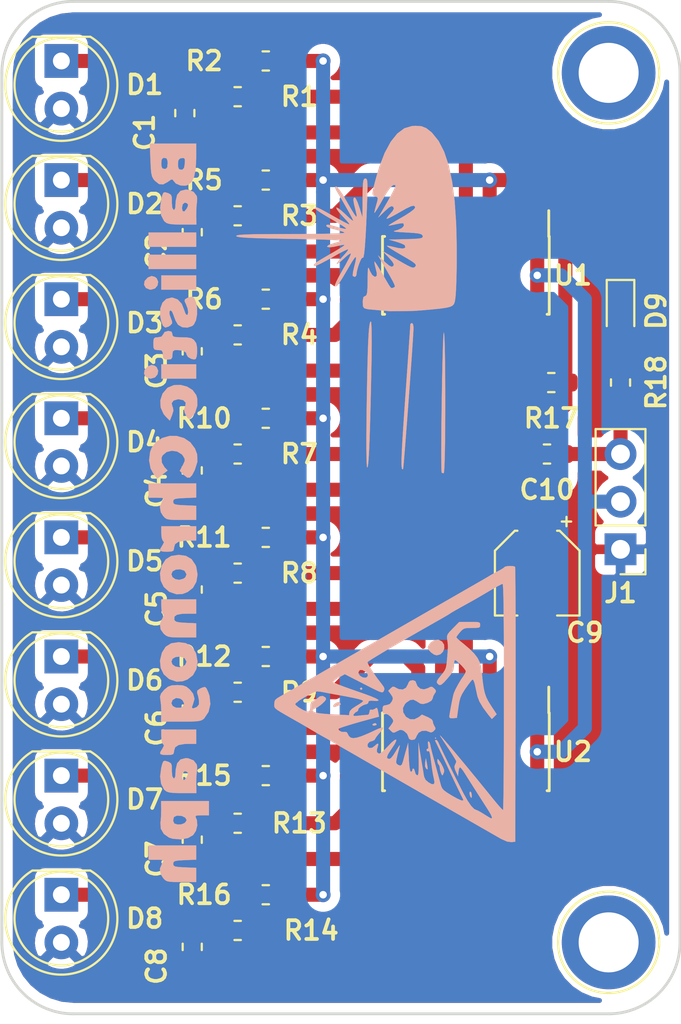
<source format=kicad_pcb>
(kicad_pcb (version 20171130) (host pcbnew "(6.0.0-rc1-dev)")

  (general
    (thickness 1.6)
    (drawings 8)
    (tracks 171)
    (zones 0)
    (modules 45)
    (nets 21)
  )

  (page A4)
  (layers
    (0 F.Cu signal)
    (31 B.Cu signal)
    (32 B.Adhes user)
    (33 F.Adhes user)
    (34 B.Paste user)
    (35 F.Paste user)
    (36 B.SilkS user)
    (37 F.SilkS user)
    (38 B.Mask user)
    (39 F.Mask user)
    (40 Dwgs.User user)
    (41 Cmts.User user)
    (42 Eco1.User user)
    (43 Eco2.User user)
    (44 Edge.Cuts user)
    (45 Margin user)
    (46 B.CrtYd user)
    (47 F.CrtYd user)
    (48 B.Fab user)
    (49 F.Fab user hide)
  )

  (setup
    (last_trace_width 0.25)
    (user_trace_width 0.3)
    (user_trace_width 0.5)
    (user_trace_width 0.75)
    (user_trace_width 1)
    (trace_clearance 0.2)
    (zone_clearance 0.508)
    (zone_45_only yes)
    (trace_min 0.2)
    (segment_width 0.2)
    (edge_width 0.15)
    (via_size 0.8)
    (via_drill 0.4)
    (via_min_size 0.4)
    (via_min_drill 0.3)
    (user_via 0.8 0.4)
    (uvia_size 0.3)
    (uvia_drill 0.1)
    (uvias_allowed no)
    (uvia_min_size 0.2)
    (uvia_min_drill 0.1)
    (pcb_text_width 0.3)
    (pcb_text_size 1.5 1.5)
    (mod_edge_width 0.15)
    (mod_text_size 1 1)
    (mod_text_width 0.2)
    (pad_size 5 5)
    (pad_drill 3.2)
    (pad_to_mask_clearance 0.2)
    (aux_axis_origin 116.205 73.025)
    (visible_elements FFFFFF7F)
    (pcbplotparams
      (layerselection 0x010f8_ffffffff)
      (usegerberextensions true)
      (usegerberattributes false)
      (usegerberadvancedattributes false)
      (creategerberjobfile false)
      (excludeedgelayer true)
      (linewidth 0.100000)
      (plotframeref false)
      (viasonmask false)
      (mode 1)
      (useauxorigin true)
      (hpglpennumber 1)
      (hpglpenspeed 20)
      (hpglpendiameter 15.000000)
      (psnegative false)
      (psa4output false)
      (plotreference true)
      (plotvalue true)
      (plotinvisibletext false)
      (padsonsilk false)
      (subtractmaskfromsilk true)
      (outputformat 1)
      (mirror false)
      (drillshape 0)
      (scaleselection 1)
      (outputdirectory "plot/"))
  )

  (net 0 "")
  (net 1 GND)
  (net 2 "Net-(C1-Pad1)")
  (net 3 "Net-(C2-Pad1)")
  (net 4 "Net-(C3-Pad1)")
  (net 5 "Net-(C4-Pad1)")
  (net 6 "Net-(C5-Pad1)")
  (net 7 "Net-(C6-Pad1)")
  (net 8 "Net-(C7-Pad1)")
  (net 9 "Net-(C8-Pad1)")
  (net 10 +5V)
  (net 11 "Net-(D1-Pad1)")
  (net 12 "Net-(D2-Pad1)")
  (net 13 "Net-(D3-Pad1)")
  (net 14 "Net-(D4-Pad1)")
  (net 15 "Net-(D5-Pad1)")
  (net 16 "Net-(D6-Pad1)")
  (net 17 "Net-(D7-Pad1)")
  (net 18 "Net-(D8-Pad1)")
  (net 19 "Net-(D9-Pad2)")
  (net 20 trigger)

  (net_class Default "This is the default net class."
    (clearance 0.2)
    (trace_width 0.25)
    (via_dia 0.8)
    (via_drill 0.4)
    (uvia_dia 0.3)
    (uvia_drill 0.1)
    (add_net +5V)
    (add_net GND)
    (add_net "Net-(C1-Pad1)")
    (add_net "Net-(C2-Pad1)")
    (add_net "Net-(C3-Pad1)")
    (add_net "Net-(C4-Pad1)")
    (add_net "Net-(C5-Pad1)")
    (add_net "Net-(C6-Pad1)")
    (add_net "Net-(C7-Pad1)")
    (add_net "Net-(C8-Pad1)")
    (add_net "Net-(D1-Pad1)")
    (add_net "Net-(D2-Pad1)")
    (add_net "Net-(D3-Pad1)")
    (add_net "Net-(D4-Pad1)")
    (add_net "Net-(D5-Pad1)")
    (add_net "Net-(D6-Pad1)")
    (add_net "Net-(D7-Pad1)")
    (add_net "Net-(D8-Pad1)")
    (add_net "Net-(D9-Pad2)")
    (add_net trigger)
  )

  (module TestPoint:TestPoint_Loop_D3.80mm_Drill2.8mm (layer F.Cu) (tedit 5B674B72) (tstamp 5B7F7503)
    (at 148.59 123.19)
    (descr "wire loop as test point, loop diameter 3.8mm, hole diameter 2.8mm")
    (tags "test point wire loop bead")
    (fp_text reference REF** (at 0.5 3.5) (layer F.SilkS) hide
      (effects (font (size 1 1) (thickness 0.2)))
    )
    (fp_text value TestPoint_Loop_D3.80mm_Drill2.8mm (at 0 -3.5) (layer F.Fab)
      (effects (font (size 1 1) (thickness 0.15)))
    )
    (fp_line (start -1.9 -0.3) (end -1.9 0.3) (layer F.Fab) (width 0.12))
    (fp_line (start -1.9 0.3) (end 1.9 0.3) (layer F.Fab) (width 0.12))
    (fp_line (start 1.9 0.3) (end 1.9 -0.3) (layer F.Fab) (width 0.12))
    (fp_line (start 1.9 -0.3) (end -1.9 -0.3) (layer F.Fab) (width 0.12))
    (fp_circle (center 0 0) (end 2.9 0) (layer F.CrtYd) (width 0.05))
    (fp_circle (center 0 0) (end 2.7 0) (layer F.SilkS) (width 0.12))
    (fp_text user %R (at 0.5 3.5) (layer F.Fab)
      (effects (font (size 1 1) (thickness 0.15)))
    )
    (pad 1 thru_hole circle (at 0 0) (size 5 5) (drill 3.2) (layers *.Cu *.Mask))
  )

  (module Capacitor_SMD:CP_Elec_4x4.5 (layer F.Cu) (tedit 5A841F9D) (tstamp 5B739CBB)
    (at 144.78 103.505 270)
    (descr "SMT capacitor, aluminium electrolytic, 4x4.5, Nichicon ")
    (tags "Capacitor Electrolytic")
    (path /5A698183)
    (attr smd)
    (fp_text reference C9 (at 3.175 -2.54) (layer F.SilkS)
      (effects (font (size 1 1) (thickness 0.2)))
    )
    (fp_text value 10uF (at 0 3.2 270) (layer F.Fab)
      (effects (font (size 1 1) (thickness 0.15)))
    )
    (fp_circle (center 0 0) (end 2 0) (layer F.Fab) (width 0.1))
    (fp_line (start 2.15 -2.15) (end 2.15 2.15) (layer F.Fab) (width 0.1))
    (fp_line (start -1.15 -2.15) (end 2.15 -2.15) (layer F.Fab) (width 0.1))
    (fp_line (start -1.15 2.15) (end 2.15 2.15) (layer F.Fab) (width 0.1))
    (fp_line (start -2.15 -1.15) (end -2.15 1.15) (layer F.Fab) (width 0.1))
    (fp_line (start -2.15 -1.15) (end -1.15 -2.15) (layer F.Fab) (width 0.1))
    (fp_line (start -2.15 1.15) (end -1.15 2.15) (layer F.Fab) (width 0.1))
    (fp_line (start -1.574773 -1) (end -1.174773 -1) (layer F.Fab) (width 0.1))
    (fp_line (start -1.374773 -1.2) (end -1.374773 -0.8) (layer F.Fab) (width 0.1))
    (fp_line (start 2.26 2.26) (end 2.26 1.06) (layer F.SilkS) (width 0.12))
    (fp_line (start 2.26 -2.26) (end 2.26 -1.06) (layer F.SilkS) (width 0.12))
    (fp_line (start -1.195563 -2.26) (end 2.26 -2.26) (layer F.SilkS) (width 0.12))
    (fp_line (start -1.195563 2.26) (end 2.26 2.26) (layer F.SilkS) (width 0.12))
    (fp_line (start -2.26 1.195563) (end -2.26 1.06) (layer F.SilkS) (width 0.12))
    (fp_line (start -2.26 -1.195563) (end -2.26 -1.06) (layer F.SilkS) (width 0.12))
    (fp_line (start -2.26 -1.195563) (end -1.195563 -2.26) (layer F.SilkS) (width 0.12))
    (fp_line (start -2.26 1.195563) (end -1.195563 2.26) (layer F.SilkS) (width 0.12))
    (fp_line (start -3 -1.56) (end -2.5 -1.56) (layer F.SilkS) (width 0.12))
    (fp_line (start -2.75 -1.81) (end -2.75 -1.31) (layer F.SilkS) (width 0.12))
    (fp_line (start 2.4 -2.4) (end 2.4 -1.05) (layer F.CrtYd) (width 0.05))
    (fp_line (start 2.4 -1.05) (end 3.35 -1.05) (layer F.CrtYd) (width 0.05))
    (fp_line (start 3.35 -1.05) (end 3.35 1.05) (layer F.CrtYd) (width 0.05))
    (fp_line (start 3.35 1.05) (end 2.4 1.05) (layer F.CrtYd) (width 0.05))
    (fp_line (start 2.4 1.05) (end 2.4 2.4) (layer F.CrtYd) (width 0.05))
    (fp_line (start -1.25 2.4) (end 2.4 2.4) (layer F.CrtYd) (width 0.05))
    (fp_line (start -1.25 -2.4) (end 2.4 -2.4) (layer F.CrtYd) (width 0.05))
    (fp_line (start -2.4 1.25) (end -1.25 2.4) (layer F.CrtYd) (width 0.05))
    (fp_line (start -2.4 -1.25) (end -1.25 -2.4) (layer F.CrtYd) (width 0.05))
    (fp_line (start -2.4 -1.25) (end -2.4 -1.05) (layer F.CrtYd) (width 0.05))
    (fp_line (start -2.4 1.05) (end -2.4 1.25) (layer F.CrtYd) (width 0.05))
    (fp_line (start -2.4 -1.05) (end -3.35 -1.05) (layer F.CrtYd) (width 0.05))
    (fp_line (start -3.35 -1.05) (end -3.35 1.05) (layer F.CrtYd) (width 0.05))
    (fp_line (start -3.35 1.05) (end -2.4 1.05) (layer F.CrtYd) (width 0.05))
    (fp_text user %R (at 0 0 270) (layer F.Fab)
      (effects (font (size 0.8 0.8) (thickness 0.12)))
    )
    (pad 1 smd rect (at -1.8 0 270) (size 2.6 1.6) (layers F.Cu F.Paste F.Mask)
      (net 10 +5V))
    (pad 2 smd rect (at 1.8 0 270) (size 2.6 1.6) (layers F.Cu F.Paste F.Mask)
      (net 1 GND))
    (model ${KISYS3DMOD}/Capacitor_SMD.3dshapes/CP_Elec_4x4.5.wrl
      (at (xyz 0 0 0))
      (scale (xyz 1 1 1))
      (rotate (xyz 0 0 0))
    )
  )

  (module Capacitor_SMD:C_0603_1608Metric_Pad1.05x0.95mm_HandSolder (layer F.Cu) (tedit 5B301BBE) (tstamp 5B739CAB)
    (at 145.3 97.155 180)
    (descr "Capacitor SMD 0603 (1608 Metric), square (rectangular) end terminal, IPC_7351 nominal with elongated pad for handsoldering. (Body size source: http://www.tortai-tech.com/upload/download/2011102023233369053.pdf), generated with kicad-footprint-generator")
    (tags "capacitor handsolder")
    (path /5A69806C)
    (attr smd)
    (fp_text reference C10 (at 0 -1.905 180) (layer F.SilkS)
      (effects (font (size 1 1) (thickness 0.2)))
    )
    (fp_text value 100nF (at 0 1.43 180) (layer F.Fab)
      (effects (font (size 1 1) (thickness 0.15)))
    )
    (fp_line (start -0.8 0.4) (end -0.8 -0.4) (layer F.Fab) (width 0.1))
    (fp_line (start -0.8 -0.4) (end 0.8 -0.4) (layer F.Fab) (width 0.1))
    (fp_line (start 0.8 -0.4) (end 0.8 0.4) (layer F.Fab) (width 0.1))
    (fp_line (start 0.8 0.4) (end -0.8 0.4) (layer F.Fab) (width 0.1))
    (fp_line (start -0.171267 -0.51) (end 0.171267 -0.51) (layer F.SilkS) (width 0.12))
    (fp_line (start -0.171267 0.51) (end 0.171267 0.51) (layer F.SilkS) (width 0.12))
    (fp_line (start -1.65 0.73) (end -1.65 -0.73) (layer F.CrtYd) (width 0.05))
    (fp_line (start -1.65 -0.73) (end 1.65 -0.73) (layer F.CrtYd) (width 0.05))
    (fp_line (start 1.65 -0.73) (end 1.65 0.73) (layer F.CrtYd) (width 0.05))
    (fp_line (start 1.65 0.73) (end -1.65 0.73) (layer F.CrtYd) (width 0.05))
    (fp_text user %R (at 0 0 180) (layer F.Fab)
      (effects (font (size 0.4 0.4) (thickness 0.06)))
    )
    (pad 1 smd roundrect (at -0.875 0 180) (size 1.05 0.95) (layers F.Cu F.Paste F.Mask) (roundrect_rratio 0.25)
      (net 10 +5V))
    (pad 2 smd roundrect (at 0.875 0 180) (size 1.05 0.95) (layers F.Cu F.Paste F.Mask) (roundrect_rratio 0.25)
      (net 1 GND))
    (model ${KISYS3DMOD}/Capacitor_SMD.3dshapes/C_0603_1608Metric.wrl
      (at (xyz 0 0 0))
      (scale (xyz 1 1 1))
      (rotate (xyz 0 0 0))
    )
  )

  (module Capacitor_SMD:C_0603_1608Metric_Pad1.05x0.95mm_HandSolder (layer F.Cu) (tedit 5B301BBE) (tstamp 5B739C9B)
    (at 126.365 123.43 270)
    (descr "Capacitor SMD 0603 (1608 Metric), square (rectangular) end terminal, IPC_7351 nominal with elongated pad for handsoldering. (Body size source: http://www.tortai-tech.com/upload/download/2011102023233369053.pdf), generated with kicad-footprint-generator")
    (tags "capacitor handsolder")
    (path /5A673777)
    (attr smd)
    (fp_text reference C8 (at 1.03 1.905 270) (layer F.SilkS)
      (effects (font (size 1 1) (thickness 0.2)))
    )
    (fp_text value 100nF (at 0 1.43 270) (layer F.Fab)
      (effects (font (size 1 1) (thickness 0.15)))
    )
    (fp_text user %R (at 0 0 270) (layer F.Fab)
      (effects (font (size 0.4 0.4) (thickness 0.06)))
    )
    (fp_line (start 1.65 0.73) (end -1.65 0.73) (layer F.CrtYd) (width 0.05))
    (fp_line (start 1.65 -0.73) (end 1.65 0.73) (layer F.CrtYd) (width 0.05))
    (fp_line (start -1.65 -0.73) (end 1.65 -0.73) (layer F.CrtYd) (width 0.05))
    (fp_line (start -1.65 0.73) (end -1.65 -0.73) (layer F.CrtYd) (width 0.05))
    (fp_line (start -0.171267 0.51) (end 0.171267 0.51) (layer F.SilkS) (width 0.12))
    (fp_line (start -0.171267 -0.51) (end 0.171267 -0.51) (layer F.SilkS) (width 0.12))
    (fp_line (start 0.8 0.4) (end -0.8 0.4) (layer F.Fab) (width 0.1))
    (fp_line (start 0.8 -0.4) (end 0.8 0.4) (layer F.Fab) (width 0.1))
    (fp_line (start -0.8 -0.4) (end 0.8 -0.4) (layer F.Fab) (width 0.1))
    (fp_line (start -0.8 0.4) (end -0.8 -0.4) (layer F.Fab) (width 0.1))
    (pad 2 smd roundrect (at 0.875 0 270) (size 1.05 0.95) (layers F.Cu F.Paste F.Mask) (roundrect_rratio 0.25)
      (net 1 GND))
    (pad 1 smd roundrect (at -0.875 0 270) (size 1.05 0.95) (layers F.Cu F.Paste F.Mask) (roundrect_rratio 0.25)
      (net 9 "Net-(C8-Pad1)"))
    (model ${KISYS3DMOD}/Capacitor_SMD.3dshapes/C_0603_1608Metric.wrl
      (at (xyz 0 0 0))
      (scale (xyz 1 1 1))
      (rotate (xyz 0 0 0))
    )
  )

  (module Capacitor_SMD:C_0603_1608Metric_Pad1.05x0.95mm_HandSolder (layer F.Cu) (tedit 5B301BBE) (tstamp 5B739C8B)
    (at 126.365 117.715 270)
    (descr "Capacitor SMD 0603 (1608 Metric), square (rectangular) end terminal, IPC_7351 nominal with elongated pad for handsoldering. (Body size source: http://www.tortai-tech.com/upload/download/2011102023233369053.pdf), generated with kicad-footprint-generator")
    (tags "capacitor handsolder")
    (path /5A673724)
    (attr smd)
    (fp_text reference C7 (at 1.03 1.905 270) (layer F.SilkS)
      (effects (font (size 1 1) (thickness 0.2)))
    )
    (fp_text value 100nF (at 0 1.43 270) (layer F.Fab)
      (effects (font (size 1 1) (thickness 0.15)))
    )
    (fp_line (start -0.8 0.4) (end -0.8 -0.4) (layer F.Fab) (width 0.1))
    (fp_line (start -0.8 -0.4) (end 0.8 -0.4) (layer F.Fab) (width 0.1))
    (fp_line (start 0.8 -0.4) (end 0.8 0.4) (layer F.Fab) (width 0.1))
    (fp_line (start 0.8 0.4) (end -0.8 0.4) (layer F.Fab) (width 0.1))
    (fp_line (start -0.171267 -0.51) (end 0.171267 -0.51) (layer F.SilkS) (width 0.12))
    (fp_line (start -0.171267 0.51) (end 0.171267 0.51) (layer F.SilkS) (width 0.12))
    (fp_line (start -1.65 0.73) (end -1.65 -0.73) (layer F.CrtYd) (width 0.05))
    (fp_line (start -1.65 -0.73) (end 1.65 -0.73) (layer F.CrtYd) (width 0.05))
    (fp_line (start 1.65 -0.73) (end 1.65 0.73) (layer F.CrtYd) (width 0.05))
    (fp_line (start 1.65 0.73) (end -1.65 0.73) (layer F.CrtYd) (width 0.05))
    (fp_text user %R (at 0 0 270) (layer F.Fab)
      (effects (font (size 0.4 0.4) (thickness 0.06)))
    )
    (pad 1 smd roundrect (at -0.875 0 270) (size 1.05 0.95) (layers F.Cu F.Paste F.Mask) (roundrect_rratio 0.25)
      (net 8 "Net-(C7-Pad1)"))
    (pad 2 smd roundrect (at 0.875 0 270) (size 1.05 0.95) (layers F.Cu F.Paste F.Mask) (roundrect_rratio 0.25)
      (net 1 GND))
    (model ${KISYS3DMOD}/Capacitor_SMD.3dshapes/C_0603_1608Metric.wrl
      (at (xyz 0 0 0))
      (scale (xyz 1 1 1))
      (rotate (xyz 0 0 0))
    )
  )

  (module Capacitor_SMD:C_0603_1608Metric_Pad1.05x0.95mm_HandSolder (layer F.Cu) (tedit 5B301BBE) (tstamp 5B739C7B)
    (at 126.365 110.73 270)
    (descr "Capacitor SMD 0603 (1608 Metric), square (rectangular) end terminal, IPC_7351 nominal with elongated pad for handsoldering. (Body size source: http://www.tortai-tech.com/upload/download/2011102023233369053.pdf), generated with kicad-footprint-generator")
    (tags "capacitor handsolder")
    (path /5A66A703)
    (attr smd)
    (fp_text reference C6 (at 1.03 1.905 270) (layer F.SilkS)
      (effects (font (size 1 1) (thickness 0.2)))
    )
    (fp_text value 100nF (at 0 1.43 270) (layer F.Fab)
      (effects (font (size 1 1) (thickness 0.15)))
    )
    (fp_text user %R (at 0 0 270) (layer F.Fab)
      (effects (font (size 0.4 0.4) (thickness 0.06)))
    )
    (fp_line (start 1.65 0.73) (end -1.65 0.73) (layer F.CrtYd) (width 0.05))
    (fp_line (start 1.65 -0.73) (end 1.65 0.73) (layer F.CrtYd) (width 0.05))
    (fp_line (start -1.65 -0.73) (end 1.65 -0.73) (layer F.CrtYd) (width 0.05))
    (fp_line (start -1.65 0.73) (end -1.65 -0.73) (layer F.CrtYd) (width 0.05))
    (fp_line (start -0.171267 0.51) (end 0.171267 0.51) (layer F.SilkS) (width 0.12))
    (fp_line (start -0.171267 -0.51) (end 0.171267 -0.51) (layer F.SilkS) (width 0.12))
    (fp_line (start 0.8 0.4) (end -0.8 0.4) (layer F.Fab) (width 0.1))
    (fp_line (start 0.8 -0.4) (end 0.8 0.4) (layer F.Fab) (width 0.1))
    (fp_line (start -0.8 -0.4) (end 0.8 -0.4) (layer F.Fab) (width 0.1))
    (fp_line (start -0.8 0.4) (end -0.8 -0.4) (layer F.Fab) (width 0.1))
    (pad 2 smd roundrect (at 0.875 0 270) (size 1.05 0.95) (layers F.Cu F.Paste F.Mask) (roundrect_rratio 0.25)
      (net 1 GND))
    (pad 1 smd roundrect (at -0.875 0 270) (size 1.05 0.95) (layers F.Cu F.Paste F.Mask) (roundrect_rratio 0.25)
      (net 7 "Net-(C6-Pad1)"))
    (model ${KISYS3DMOD}/Capacitor_SMD.3dshapes/C_0603_1608Metric.wrl
      (at (xyz 0 0 0))
      (scale (xyz 1 1 1))
      (rotate (xyz 0 0 0))
    )
  )

  (module Capacitor_SMD:C_0603_1608Metric_Pad1.05x0.95mm_HandSolder (layer F.Cu) (tedit 5B301BBE) (tstamp 5B739C6B)
    (at 126.365 104.38 270)
    (descr "Capacitor SMD 0603 (1608 Metric), square (rectangular) end terminal, IPC_7351 nominal with elongated pad for handsoldering. (Body size source: http://www.tortai-tech.com/upload/download/2011102023233369053.pdf), generated with kicad-footprint-generator")
    (tags "capacitor handsolder")
    (path /5A66A6B0)
    (attr smd)
    (fp_text reference C5 (at 1.03 1.905 270) (layer F.SilkS)
      (effects (font (size 1 1) (thickness 0.2)))
    )
    (fp_text value 100nF (at 0 1.43 270) (layer F.Fab)
      (effects (font (size 1 1) (thickness 0.15)))
    )
    (fp_line (start -0.8 0.4) (end -0.8 -0.4) (layer F.Fab) (width 0.1))
    (fp_line (start -0.8 -0.4) (end 0.8 -0.4) (layer F.Fab) (width 0.1))
    (fp_line (start 0.8 -0.4) (end 0.8 0.4) (layer F.Fab) (width 0.1))
    (fp_line (start 0.8 0.4) (end -0.8 0.4) (layer F.Fab) (width 0.1))
    (fp_line (start -0.171267 -0.51) (end 0.171267 -0.51) (layer F.SilkS) (width 0.12))
    (fp_line (start -0.171267 0.51) (end 0.171267 0.51) (layer F.SilkS) (width 0.12))
    (fp_line (start -1.65 0.73) (end -1.65 -0.73) (layer F.CrtYd) (width 0.05))
    (fp_line (start -1.65 -0.73) (end 1.65 -0.73) (layer F.CrtYd) (width 0.05))
    (fp_line (start 1.65 -0.73) (end 1.65 0.73) (layer F.CrtYd) (width 0.05))
    (fp_line (start 1.65 0.73) (end -1.65 0.73) (layer F.CrtYd) (width 0.05))
    (fp_text user %R (at 0 0 270) (layer F.Fab)
      (effects (font (size 0.4 0.4) (thickness 0.06)))
    )
    (pad 1 smd roundrect (at -0.875 0 270) (size 1.05 0.95) (layers F.Cu F.Paste F.Mask) (roundrect_rratio 0.25)
      (net 6 "Net-(C5-Pad1)"))
    (pad 2 smd roundrect (at 0.875 0 270) (size 1.05 0.95) (layers F.Cu F.Paste F.Mask) (roundrect_rratio 0.25)
      (net 1 GND))
    (model ${KISYS3DMOD}/Capacitor_SMD.3dshapes/C_0603_1608Metric.wrl
      (at (xyz 0 0 0))
      (scale (xyz 1 1 1))
      (rotate (xyz 0 0 0))
    )
  )

  (module Capacitor_SMD:C_0603_1608Metric_Pad1.05x0.95mm_HandSolder (layer F.Cu) (tedit 5B301BBE) (tstamp 5B739C5B)
    (at 126.365 98.03 270)
    (descr "Capacitor SMD 0603 (1608 Metric), square (rectangular) end terminal, IPC_7351 nominal with elongated pad for handsoldering. (Body size source: http://www.tortai-tech.com/upload/download/2011102023233369053.pdf), generated with kicad-footprint-generator")
    (tags "capacitor handsolder")
    (path /5A66A65D)
    (attr smd)
    (fp_text reference C4 (at 1.03 1.905 270) (layer F.SilkS)
      (effects (font (size 1 1) (thickness 0.2)))
    )
    (fp_text value 100nF (at 0 1.43 270) (layer F.Fab)
      (effects (font (size 1 1) (thickness 0.15)))
    )
    (fp_text user %R (at 0 0 270) (layer F.Fab)
      (effects (font (size 0.4 0.4) (thickness 0.06)))
    )
    (fp_line (start 1.65 0.73) (end -1.65 0.73) (layer F.CrtYd) (width 0.05))
    (fp_line (start 1.65 -0.73) (end 1.65 0.73) (layer F.CrtYd) (width 0.05))
    (fp_line (start -1.65 -0.73) (end 1.65 -0.73) (layer F.CrtYd) (width 0.05))
    (fp_line (start -1.65 0.73) (end -1.65 -0.73) (layer F.CrtYd) (width 0.05))
    (fp_line (start -0.171267 0.51) (end 0.171267 0.51) (layer F.SilkS) (width 0.12))
    (fp_line (start -0.171267 -0.51) (end 0.171267 -0.51) (layer F.SilkS) (width 0.12))
    (fp_line (start 0.8 0.4) (end -0.8 0.4) (layer F.Fab) (width 0.1))
    (fp_line (start 0.8 -0.4) (end 0.8 0.4) (layer F.Fab) (width 0.1))
    (fp_line (start -0.8 -0.4) (end 0.8 -0.4) (layer F.Fab) (width 0.1))
    (fp_line (start -0.8 0.4) (end -0.8 -0.4) (layer F.Fab) (width 0.1))
    (pad 2 smd roundrect (at 0.875 0 270) (size 1.05 0.95) (layers F.Cu F.Paste F.Mask) (roundrect_rratio 0.25)
      (net 1 GND))
    (pad 1 smd roundrect (at -0.875 0 270) (size 1.05 0.95) (layers F.Cu F.Paste F.Mask) (roundrect_rratio 0.25)
      (net 5 "Net-(C4-Pad1)"))
    (model ${KISYS3DMOD}/Capacitor_SMD.3dshapes/C_0603_1608Metric.wrl
      (at (xyz 0 0 0))
      (scale (xyz 1 1 1))
      (rotate (xyz 0 0 0))
    )
  )

  (module Capacitor_SMD:C_0603_1608Metric_Pad1.05x0.95mm_HandSolder (layer F.Cu) (tedit 5B301BBE) (tstamp 5B739C4B)
    (at 126.365 91.68 270)
    (descr "Capacitor SMD 0603 (1608 Metric), square (rectangular) end terminal, IPC_7351 nominal with elongated pad for handsoldering. (Body size source: http://www.tortai-tech.com/upload/download/2011102023233369053.pdf), generated with kicad-footprint-generator")
    (tags "capacitor handsolder")
    (path /5A668C54)
    (attr smd)
    (fp_text reference C3 (at 1.03 1.905 270) (layer F.SilkS)
      (effects (font (size 1 1) (thickness 0.2)))
    )
    (fp_text value 100nF (at 0 1.43 270) (layer F.Fab)
      (effects (font (size 1 1) (thickness 0.15)))
    )
    (fp_line (start -0.8 0.4) (end -0.8 -0.4) (layer F.Fab) (width 0.1))
    (fp_line (start -0.8 -0.4) (end 0.8 -0.4) (layer F.Fab) (width 0.1))
    (fp_line (start 0.8 -0.4) (end 0.8 0.4) (layer F.Fab) (width 0.1))
    (fp_line (start 0.8 0.4) (end -0.8 0.4) (layer F.Fab) (width 0.1))
    (fp_line (start -0.171267 -0.51) (end 0.171267 -0.51) (layer F.SilkS) (width 0.12))
    (fp_line (start -0.171267 0.51) (end 0.171267 0.51) (layer F.SilkS) (width 0.12))
    (fp_line (start -1.65 0.73) (end -1.65 -0.73) (layer F.CrtYd) (width 0.05))
    (fp_line (start -1.65 -0.73) (end 1.65 -0.73) (layer F.CrtYd) (width 0.05))
    (fp_line (start 1.65 -0.73) (end 1.65 0.73) (layer F.CrtYd) (width 0.05))
    (fp_line (start 1.65 0.73) (end -1.65 0.73) (layer F.CrtYd) (width 0.05))
    (fp_text user %R (at 0 0 270) (layer F.Fab)
      (effects (font (size 0.4 0.4) (thickness 0.06)))
    )
    (pad 1 smd roundrect (at -0.875 0 270) (size 1.05 0.95) (layers F.Cu F.Paste F.Mask) (roundrect_rratio 0.25)
      (net 4 "Net-(C3-Pad1)"))
    (pad 2 smd roundrect (at 0.875 0 270) (size 1.05 0.95) (layers F.Cu F.Paste F.Mask) (roundrect_rratio 0.25)
      (net 1 GND))
    (model ${KISYS3DMOD}/Capacitor_SMD.3dshapes/C_0603_1608Metric.wrl
      (at (xyz 0 0 0))
      (scale (xyz 1 1 1))
      (rotate (xyz 0 0 0))
    )
  )

  (module Capacitor_SMD:C_0603_1608Metric_Pad1.05x0.95mm_HandSolder (layer F.Cu) (tedit 5B301BBE) (tstamp 5B739C3B)
    (at 126.365 85.33 270)
    (descr "Capacitor SMD 0603 (1608 Metric), square (rectangular) end terminal, IPC_7351 nominal with elongated pad for handsoldering. (Body size source: http://www.tortai-tech.com/upload/download/2011102023233369053.pdf), generated with kicad-footprint-generator")
    (tags "capacitor handsolder")
    (path /5A6682B3)
    (attr smd)
    (fp_text reference C2 (at 1.03 1.905 270) (layer F.SilkS)
      (effects (font (size 1 1) (thickness 0.2)))
    )
    (fp_text value 100nF (at 0 1.43 270) (layer F.Fab)
      (effects (font (size 1 1) (thickness 0.15)))
    )
    (fp_text user %R (at 0 0 270) (layer F.Fab)
      (effects (font (size 0.4 0.4) (thickness 0.06)))
    )
    (fp_line (start 1.65 0.73) (end -1.65 0.73) (layer F.CrtYd) (width 0.05))
    (fp_line (start 1.65 -0.73) (end 1.65 0.73) (layer F.CrtYd) (width 0.05))
    (fp_line (start -1.65 -0.73) (end 1.65 -0.73) (layer F.CrtYd) (width 0.05))
    (fp_line (start -1.65 0.73) (end -1.65 -0.73) (layer F.CrtYd) (width 0.05))
    (fp_line (start -0.171267 0.51) (end 0.171267 0.51) (layer F.SilkS) (width 0.12))
    (fp_line (start -0.171267 -0.51) (end 0.171267 -0.51) (layer F.SilkS) (width 0.12))
    (fp_line (start 0.8 0.4) (end -0.8 0.4) (layer F.Fab) (width 0.1))
    (fp_line (start 0.8 -0.4) (end 0.8 0.4) (layer F.Fab) (width 0.1))
    (fp_line (start -0.8 -0.4) (end 0.8 -0.4) (layer F.Fab) (width 0.1))
    (fp_line (start -0.8 0.4) (end -0.8 -0.4) (layer F.Fab) (width 0.1))
    (pad 2 smd roundrect (at 0.875 0 270) (size 1.05 0.95) (layers F.Cu F.Paste F.Mask) (roundrect_rratio 0.25)
      (net 1 GND))
    (pad 1 smd roundrect (at -0.875 0 270) (size 1.05 0.95) (layers F.Cu F.Paste F.Mask) (roundrect_rratio 0.25)
      (net 3 "Net-(C2-Pad1)"))
    (model ${KISYS3DMOD}/Capacitor_SMD.3dshapes/C_0603_1608Metric.wrl
      (at (xyz 0 0 0))
      (scale (xyz 1 1 1))
      (rotate (xyz 0 0 0))
    )
  )

  (module Capacitor_SMD:C_0603_1608Metric_Pad1.05x0.95mm_HandSolder (layer F.Cu) (tedit 5B301BBE) (tstamp 5B739C2B)
    (at 125.97 78.98 270)
    (descr "Capacitor SMD 0603 (1608 Metric), square (rectangular) end terminal, IPC_7351 nominal with elongated pad for handsoldering. (Body size source: http://www.tortai-tech.com/upload/download/2011102023233369053.pdf), generated with kicad-footprint-generator")
    (tags "capacitor handsolder")
    (path /5A6669B7)
    (attr smd)
    (fp_text reference C1 (at 1.03 2.145 270) (layer F.SilkS)
      (effects (font (size 1 1) (thickness 0.2)))
    )
    (fp_text value 100nF (at 0 1.43 270) (layer F.Fab)
      (effects (font (size 1 1) (thickness 0.15)))
    )
    (fp_line (start -0.8 0.4) (end -0.8 -0.4) (layer F.Fab) (width 0.1))
    (fp_line (start -0.8 -0.4) (end 0.8 -0.4) (layer F.Fab) (width 0.1))
    (fp_line (start 0.8 -0.4) (end 0.8 0.4) (layer F.Fab) (width 0.1))
    (fp_line (start 0.8 0.4) (end -0.8 0.4) (layer F.Fab) (width 0.1))
    (fp_line (start -0.171267 -0.51) (end 0.171267 -0.51) (layer F.SilkS) (width 0.12))
    (fp_line (start -0.171267 0.51) (end 0.171267 0.51) (layer F.SilkS) (width 0.12))
    (fp_line (start -1.65 0.73) (end -1.65 -0.73) (layer F.CrtYd) (width 0.05))
    (fp_line (start -1.65 -0.73) (end 1.65 -0.73) (layer F.CrtYd) (width 0.05))
    (fp_line (start 1.65 -0.73) (end 1.65 0.73) (layer F.CrtYd) (width 0.05))
    (fp_line (start 1.65 0.73) (end -1.65 0.73) (layer F.CrtYd) (width 0.05))
    (fp_text user %R (at 0 0 270) (layer F.Fab)
      (effects (font (size 0.4 0.4) (thickness 0.06)))
    )
    (pad 1 smd roundrect (at -0.875 0 270) (size 1.05 0.95) (layers F.Cu F.Paste F.Mask) (roundrect_rratio 0.25)
      (net 2 "Net-(C1-Pad1)"))
    (pad 2 smd roundrect (at 0.875 0 270) (size 1.05 0.95) (layers F.Cu F.Paste F.Mask) (roundrect_rratio 0.25)
      (net 1 GND))
    (model ${KISYS3DMOD}/Capacitor_SMD.3dshapes/C_0603_1608Metric.wrl
      (at (xyz 0 0 0))
      (scale (xyz 1 1 1))
      (rotate (xyz 0 0 0))
    )
  )

  (module Connector_PinHeader_2.54mm:PinHeader_1x03_P2.54mm_Vertical (layer F.Cu) (tedit 59FED5CC) (tstamp 5B739C15)
    (at 149.225 102.235 180)
    (descr "Through hole straight pin header, 1x03, 2.54mm pitch, single row")
    (tags "Through hole pin header THT 1x03 2.54mm single row")
    (path /5A676984)
    (fp_text reference J1 (at 0 -2.33 180) (layer F.SilkS)
      (effects (font (size 1 1) (thickness 0.2)))
    )
    (fp_text value Conn_01x03 (at 0 7.41 180) (layer F.Fab)
      (effects (font (size 1 1) (thickness 0.15)))
    )
    (fp_line (start -0.635 -1.27) (end 1.27 -1.27) (layer F.Fab) (width 0.1))
    (fp_line (start 1.27 -1.27) (end 1.27 6.35) (layer F.Fab) (width 0.1))
    (fp_line (start 1.27 6.35) (end -1.27 6.35) (layer F.Fab) (width 0.1))
    (fp_line (start -1.27 6.35) (end -1.27 -0.635) (layer F.Fab) (width 0.1))
    (fp_line (start -1.27 -0.635) (end -0.635 -1.27) (layer F.Fab) (width 0.1))
    (fp_line (start -1.33 6.41) (end 1.33 6.41) (layer F.SilkS) (width 0.12))
    (fp_line (start -1.33 1.27) (end -1.33 6.41) (layer F.SilkS) (width 0.12))
    (fp_line (start 1.33 1.27) (end 1.33 6.41) (layer F.SilkS) (width 0.12))
    (fp_line (start -1.33 1.27) (end 1.33 1.27) (layer F.SilkS) (width 0.12))
    (fp_line (start -1.33 0) (end -1.33 -1.33) (layer F.SilkS) (width 0.12))
    (fp_line (start -1.33 -1.33) (end 0 -1.33) (layer F.SilkS) (width 0.12))
    (fp_line (start -1.8 -1.8) (end -1.8 6.85) (layer F.CrtYd) (width 0.05))
    (fp_line (start -1.8 6.85) (end 1.8 6.85) (layer F.CrtYd) (width 0.05))
    (fp_line (start 1.8 6.85) (end 1.8 -1.8) (layer F.CrtYd) (width 0.05))
    (fp_line (start 1.8 -1.8) (end -1.8 -1.8) (layer F.CrtYd) (width 0.05))
    (fp_text user %R (at 0 2.54 270) (layer F.Fab)
      (effects (font (size 1 1) (thickness 0.15)))
    )
    (pad 1 thru_hole rect (at 0 0 180) (size 1.7 1.7) (drill 1) (layers *.Cu *.Mask)
      (net 1 GND))
    (pad 2 thru_hole oval (at 0 2.54 180) (size 1.7 1.7) (drill 1) (layers *.Cu *.Mask)
      (net 20 trigger))
    (pad 3 thru_hole oval (at 0 5.08 180) (size 1.7 1.7) (drill 1) (layers *.Cu *.Mask)
      (net 10 +5V))
    (model ${KISYS3DMOD}/Connector_PinHeader_2.54mm.3dshapes/PinHeader_1x03_P2.54mm_Vertical.wrl
      (at (xyz 0 0 0))
      (scale (xyz 1 1 1))
      (rotate (xyz 0 0 0))
    )
  )

  (module LED_SMD:LED_0603_1608Metric_Pad1.05x0.95mm_HandSolder (layer F.Cu) (tedit 5B4B45C9) (tstamp 5B739C03)
    (at 149.225 89.535 270)
    (descr "LED SMD 0603 (1608 Metric), square (rectangular) end terminal, IPC_7351 nominal, (Body size source: http://www.tortai-tech.com/upload/download/2011102023233369053.pdf), generated with kicad-footprint-generator")
    (tags "LED handsolder")
    (path /5A6AC497)
    (attr smd)
    (fp_text reference D9 (at 0 -1.905 270) (layer F.SilkS)
      (effects (font (size 1 1) (thickness 0.2)))
    )
    (fp_text value LED (at 0 1.43 270) (layer F.Fab)
      (effects (font (size 1 1) (thickness 0.15)))
    )
    (fp_line (start 0.8 -0.4) (end -0.5 -0.4) (layer F.Fab) (width 0.1))
    (fp_line (start -0.5 -0.4) (end -0.8 -0.1) (layer F.Fab) (width 0.1))
    (fp_line (start -0.8 -0.1) (end -0.8 0.4) (layer F.Fab) (width 0.1))
    (fp_line (start -0.8 0.4) (end 0.8 0.4) (layer F.Fab) (width 0.1))
    (fp_line (start 0.8 0.4) (end 0.8 -0.4) (layer F.Fab) (width 0.1))
    (fp_line (start 0.8 -0.735) (end -1.66 -0.735) (layer F.SilkS) (width 0.12))
    (fp_line (start -1.66 -0.735) (end -1.66 0.735) (layer F.SilkS) (width 0.12))
    (fp_line (start -1.66 0.735) (end 0.8 0.735) (layer F.SilkS) (width 0.12))
    (fp_line (start -1.65 0.73) (end -1.65 -0.73) (layer F.CrtYd) (width 0.05))
    (fp_line (start -1.65 -0.73) (end 1.65 -0.73) (layer F.CrtYd) (width 0.05))
    (fp_line (start 1.65 -0.73) (end 1.65 0.73) (layer F.CrtYd) (width 0.05))
    (fp_line (start 1.65 0.73) (end -1.65 0.73) (layer F.CrtYd) (width 0.05))
    (fp_text user %R (at 0 0 270) (layer F.Fab)
      (effects (font (size 0.4 0.4) (thickness 0.06)))
    )
    (pad 1 smd roundrect (at -0.875 0 270) (size 1.05 0.95) (layers F.Cu F.Paste F.Mask) (roundrect_rratio 0.25)
      (net 1 GND))
    (pad 2 smd roundrect (at 0.875 0 270) (size 1.05 0.95) (layers F.Cu F.Paste F.Mask) (roundrect_rratio 0.25)
      (net 19 "Net-(D9-Pad2)"))
    (model ${KISYS3DMOD}/LED_SMD.3dshapes/LED_0603_1608Metric.wrl
      (at (xyz 0 0 0))
      (scale (xyz 1 1 1))
      (rotate (xyz 0 0 0))
    )
  )

  (module LED_THT:LED_D5.0mm (layer F.Cu) (tedit 5995936A) (tstamp 5B739BF2)
    (at 119.38 114.3 270)
    (descr "LED, diameter 5.0mm, 2 pins, http://cdn-reichelt.de/documents/datenblatt/A500/LL-504BC2E-009.pdf")
    (tags "LED diameter 5.0mm 2 pins")
    (path /5A673748)
    (fp_text reference D7 (at 1.27 -4.445) (layer F.SilkS)
      (effects (font (size 1 1) (thickness 0.2)))
    )
    (fp_text value "BPV10NF " (at 1.27 3.96 270) (layer F.Fab)
      (effects (font (size 1 1) (thickness 0.15)))
    )
    (fp_text user %R (at 1.25 0 270) (layer F.Fab)
      (effects (font (size 0.8 0.8) (thickness 0.2)))
    )
    (fp_line (start 4.5 -3.25) (end -1.95 -3.25) (layer F.CrtYd) (width 0.05))
    (fp_line (start 4.5 3.25) (end 4.5 -3.25) (layer F.CrtYd) (width 0.05))
    (fp_line (start -1.95 3.25) (end 4.5 3.25) (layer F.CrtYd) (width 0.05))
    (fp_line (start -1.95 -3.25) (end -1.95 3.25) (layer F.CrtYd) (width 0.05))
    (fp_line (start -1.29 -1.545) (end -1.29 1.545) (layer F.SilkS) (width 0.12))
    (fp_line (start -1.23 -1.469694) (end -1.23 1.469694) (layer F.Fab) (width 0.1))
    (fp_circle (center 1.27 0) (end 3.77 0) (layer F.SilkS) (width 0.12))
    (fp_circle (center 1.27 0) (end 3.77 0) (layer F.Fab) (width 0.1))
    (fp_arc (start 1.27 0) (end -1.29 1.54483) (angle -148.9) (layer F.SilkS) (width 0.12))
    (fp_arc (start 1.27 0) (end -1.29 -1.54483) (angle 148.9) (layer F.SilkS) (width 0.12))
    (fp_arc (start 1.27 0) (end -1.23 -1.469694) (angle 299.1) (layer F.Fab) (width 0.1))
    (pad 2 thru_hole circle (at 2.54 0 270) (size 1.8 1.8) (drill 0.9) (layers *.Cu *.Mask)
      (net 1 GND))
    (pad 1 thru_hole rect (at 0 0 270) (size 1.8 1.8) (drill 0.9) (layers *.Cu *.Mask)
      (net 17 "Net-(D7-Pad1)"))
    (model ${KISYS3DMOD}/LED_THT.3dshapes/LED_D5.0mm.wrl
      (at (xyz 0 0 0))
      (scale (xyz 1 1 1))
      (rotate (xyz 0 0 0))
    )
  )

  (module LED_THT:LED_D5.0mm (layer F.Cu) (tedit 5995936A) (tstamp 5B739BE1)
    (at 119.38 107.95 270)
    (descr "LED, diameter 5.0mm, 2 pins, http://cdn-reichelt.de/documents/datenblatt/A500/LL-504BC2E-009.pdf")
    (tags "LED diameter 5.0mm 2 pins")
    (path /5A66A727)
    (fp_text reference D6 (at 1.27 -4.445) (layer F.SilkS)
      (effects (font (size 1 1) (thickness 0.2)))
    )
    (fp_text value "BPV10NF " (at 1.27 3.96 270) (layer F.Fab)
      (effects (font (size 1 1) (thickness 0.15)))
    )
    (fp_arc (start 1.27 0) (end -1.23 -1.469694) (angle 299.1) (layer F.Fab) (width 0.1))
    (fp_arc (start 1.27 0) (end -1.29 -1.54483) (angle 148.9) (layer F.SilkS) (width 0.12))
    (fp_arc (start 1.27 0) (end -1.29 1.54483) (angle -148.9) (layer F.SilkS) (width 0.12))
    (fp_circle (center 1.27 0) (end 3.77 0) (layer F.Fab) (width 0.1))
    (fp_circle (center 1.27 0) (end 3.77 0) (layer F.SilkS) (width 0.12))
    (fp_line (start -1.23 -1.469694) (end -1.23 1.469694) (layer F.Fab) (width 0.1))
    (fp_line (start -1.29 -1.545) (end -1.29 1.545) (layer F.SilkS) (width 0.12))
    (fp_line (start -1.95 -3.25) (end -1.95 3.25) (layer F.CrtYd) (width 0.05))
    (fp_line (start -1.95 3.25) (end 4.5 3.25) (layer F.CrtYd) (width 0.05))
    (fp_line (start 4.5 3.25) (end 4.5 -3.25) (layer F.CrtYd) (width 0.05))
    (fp_line (start 4.5 -3.25) (end -1.95 -3.25) (layer F.CrtYd) (width 0.05))
    (fp_text user %R (at 1.25 0 270) (layer F.Fab)
      (effects (font (size 0.8 0.8) (thickness 0.2)))
    )
    (pad 1 thru_hole rect (at 0 0 270) (size 1.8 1.8) (drill 0.9) (layers *.Cu *.Mask)
      (net 16 "Net-(D6-Pad1)"))
    (pad 2 thru_hole circle (at 2.54 0 270) (size 1.8 1.8) (drill 0.9) (layers *.Cu *.Mask)
      (net 1 GND))
    (model ${KISYS3DMOD}/LED_THT.3dshapes/LED_D5.0mm.wrl
      (at (xyz 0 0 0))
      (scale (xyz 1 1 1))
      (rotate (xyz 0 0 0))
    )
  )

  (module LED_THT:LED_D5.0mm (layer F.Cu) (tedit 5995936A) (tstamp 5B739BD0)
    (at 119.38 101.6 270)
    (descr "LED, diameter 5.0mm, 2 pins, http://cdn-reichelt.de/documents/datenblatt/A500/LL-504BC2E-009.pdf")
    (tags "LED diameter 5.0mm 2 pins")
    (path /5A66A6D4)
    (fp_text reference D5 (at 1.27 -4.445) (layer F.SilkS)
      (effects (font (size 1 1) (thickness 0.2)))
    )
    (fp_text value "BPV10NF " (at 1.27 3.96 270) (layer F.Fab)
      (effects (font (size 1 1) (thickness 0.15)))
    )
    (fp_text user %R (at 1.25 0 270) (layer F.Fab)
      (effects (font (size 0.8 0.8) (thickness 0.2)))
    )
    (fp_line (start 4.5 -3.25) (end -1.95 -3.25) (layer F.CrtYd) (width 0.05))
    (fp_line (start 4.5 3.25) (end 4.5 -3.25) (layer F.CrtYd) (width 0.05))
    (fp_line (start -1.95 3.25) (end 4.5 3.25) (layer F.CrtYd) (width 0.05))
    (fp_line (start -1.95 -3.25) (end -1.95 3.25) (layer F.CrtYd) (width 0.05))
    (fp_line (start -1.29 -1.545) (end -1.29 1.545) (layer F.SilkS) (width 0.12))
    (fp_line (start -1.23 -1.469694) (end -1.23 1.469694) (layer F.Fab) (width 0.1))
    (fp_circle (center 1.27 0) (end 3.77 0) (layer F.SilkS) (width 0.12))
    (fp_circle (center 1.27 0) (end 3.77 0) (layer F.Fab) (width 0.1))
    (fp_arc (start 1.27 0) (end -1.29 1.54483) (angle -148.9) (layer F.SilkS) (width 0.12))
    (fp_arc (start 1.27 0) (end -1.29 -1.54483) (angle 148.9) (layer F.SilkS) (width 0.12))
    (fp_arc (start 1.27 0) (end -1.23 -1.469694) (angle 299.1) (layer F.Fab) (width 0.1))
    (pad 2 thru_hole circle (at 2.54 0 270) (size 1.8 1.8) (drill 0.9) (layers *.Cu *.Mask)
      (net 1 GND))
    (pad 1 thru_hole rect (at 0 0 270) (size 1.8 1.8) (drill 0.9) (layers *.Cu *.Mask)
      (net 15 "Net-(D5-Pad1)"))
    (model ${KISYS3DMOD}/LED_THT.3dshapes/LED_D5.0mm.wrl
      (at (xyz 0 0 0))
      (scale (xyz 1 1 1))
      (rotate (xyz 0 0 0))
    )
  )

  (module LED_THT:LED_D5.0mm (layer F.Cu) (tedit 5995936A) (tstamp 5B739BBF)
    (at 119.38 95.25 270)
    (descr "LED, diameter 5.0mm, 2 pins, http://cdn-reichelt.de/documents/datenblatt/A500/LL-504BC2E-009.pdf")
    (tags "LED diameter 5.0mm 2 pins")
    (path /5A66A681)
    (fp_text reference D4 (at 1.27 -4.445) (layer F.SilkS)
      (effects (font (size 1 1) (thickness 0.2)))
    )
    (fp_text value "BPV10NF " (at 1.27 3.96 270) (layer F.Fab)
      (effects (font (size 1 1) (thickness 0.15)))
    )
    (fp_arc (start 1.27 0) (end -1.23 -1.469694) (angle 299.1) (layer F.Fab) (width 0.1))
    (fp_arc (start 1.27 0) (end -1.29 -1.54483) (angle 148.9) (layer F.SilkS) (width 0.12))
    (fp_arc (start 1.27 0) (end -1.29 1.54483) (angle -148.9) (layer F.SilkS) (width 0.12))
    (fp_circle (center 1.27 0) (end 3.77 0) (layer F.Fab) (width 0.1))
    (fp_circle (center 1.27 0) (end 3.77 0) (layer F.SilkS) (width 0.12))
    (fp_line (start -1.23 -1.469694) (end -1.23 1.469694) (layer F.Fab) (width 0.1))
    (fp_line (start -1.29 -1.545) (end -1.29 1.545) (layer F.SilkS) (width 0.12))
    (fp_line (start -1.95 -3.25) (end -1.95 3.25) (layer F.CrtYd) (width 0.05))
    (fp_line (start -1.95 3.25) (end 4.5 3.25) (layer F.CrtYd) (width 0.05))
    (fp_line (start 4.5 3.25) (end 4.5 -3.25) (layer F.CrtYd) (width 0.05))
    (fp_line (start 4.5 -3.25) (end -1.95 -3.25) (layer F.CrtYd) (width 0.05))
    (fp_text user %R (at 1.25 0 270) (layer F.Fab)
      (effects (font (size 0.8 0.8) (thickness 0.2)))
    )
    (pad 1 thru_hole rect (at 0 0 270) (size 1.8 1.8) (drill 0.9) (layers *.Cu *.Mask)
      (net 14 "Net-(D4-Pad1)"))
    (pad 2 thru_hole circle (at 2.54 0 270) (size 1.8 1.8) (drill 0.9) (layers *.Cu *.Mask)
      (net 1 GND))
    (model ${KISYS3DMOD}/LED_THT.3dshapes/LED_D5.0mm.wrl
      (at (xyz 0 0 0))
      (scale (xyz 1 1 1))
      (rotate (xyz 0 0 0))
    )
  )

  (module LED_THT:LED_D5.0mm (layer F.Cu) (tedit 5995936A) (tstamp 5B739BAE)
    (at 119.38 88.9 270)
    (descr "LED, diameter 5.0mm, 2 pins, http://cdn-reichelt.de/documents/datenblatt/A500/LL-504BC2E-009.pdf")
    (tags "LED diameter 5.0mm 2 pins")
    (path /5A668C78)
    (fp_text reference D3 (at 1.27 -4.445) (layer F.SilkS)
      (effects (font (size 1 1) (thickness 0.2)))
    )
    (fp_text value "BPV10NF " (at 1.27 3.96 270) (layer F.Fab)
      (effects (font (size 1 1) (thickness 0.15)))
    )
    (fp_text user %R (at 1.25 0 270) (layer F.Fab)
      (effects (font (size 0.8 0.8) (thickness 0.2)))
    )
    (fp_line (start 4.5 -3.25) (end -1.95 -3.25) (layer F.CrtYd) (width 0.05))
    (fp_line (start 4.5 3.25) (end 4.5 -3.25) (layer F.CrtYd) (width 0.05))
    (fp_line (start -1.95 3.25) (end 4.5 3.25) (layer F.CrtYd) (width 0.05))
    (fp_line (start -1.95 -3.25) (end -1.95 3.25) (layer F.CrtYd) (width 0.05))
    (fp_line (start -1.29 -1.545) (end -1.29 1.545) (layer F.SilkS) (width 0.12))
    (fp_line (start -1.23 -1.469694) (end -1.23 1.469694) (layer F.Fab) (width 0.1))
    (fp_circle (center 1.27 0) (end 3.77 0) (layer F.SilkS) (width 0.12))
    (fp_circle (center 1.27 0) (end 3.77 0) (layer F.Fab) (width 0.1))
    (fp_arc (start 1.27 0) (end -1.29 1.54483) (angle -148.9) (layer F.SilkS) (width 0.12))
    (fp_arc (start 1.27 0) (end -1.29 -1.54483) (angle 148.9) (layer F.SilkS) (width 0.12))
    (fp_arc (start 1.27 0) (end -1.23 -1.469694) (angle 299.1) (layer F.Fab) (width 0.1))
    (pad 2 thru_hole circle (at 2.54 0 270) (size 1.8 1.8) (drill 0.9) (layers *.Cu *.Mask)
      (net 1 GND))
    (pad 1 thru_hole rect (at 0 0 270) (size 1.8 1.8) (drill 0.9) (layers *.Cu *.Mask)
      (net 13 "Net-(D3-Pad1)"))
    (model ${KISYS3DMOD}/LED_THT.3dshapes/LED_D5.0mm.wrl
      (at (xyz 0 0 0))
      (scale (xyz 1 1 1))
      (rotate (xyz 0 0 0))
    )
  )

  (module LED_THT:LED_D5.0mm (layer F.Cu) (tedit 5995936A) (tstamp 5B739B9D)
    (at 119.38 82.55 270)
    (descr "LED, diameter 5.0mm, 2 pins, http://cdn-reichelt.de/documents/datenblatt/A500/LL-504BC2E-009.pdf")
    (tags "LED diameter 5.0mm 2 pins")
    (path /5A6682D7)
    (fp_text reference D2 (at 1.27 -4.445) (layer F.SilkS)
      (effects (font (size 1 1) (thickness 0.2)))
    )
    (fp_text value "BPV10NF " (at 1.27 3.96 270) (layer F.Fab)
      (effects (font (size 1 1) (thickness 0.15)))
    )
    (fp_arc (start 1.27 0) (end -1.23 -1.469694) (angle 299.1) (layer F.Fab) (width 0.1))
    (fp_arc (start 1.27 0) (end -1.29 -1.54483) (angle 148.9) (layer F.SilkS) (width 0.12))
    (fp_arc (start 1.27 0) (end -1.29 1.54483) (angle -148.9) (layer F.SilkS) (width 0.12))
    (fp_circle (center 1.27 0) (end 3.77 0) (layer F.Fab) (width 0.1))
    (fp_circle (center 1.27 0) (end 3.77 0) (layer F.SilkS) (width 0.12))
    (fp_line (start -1.23 -1.469694) (end -1.23 1.469694) (layer F.Fab) (width 0.1))
    (fp_line (start -1.29 -1.545) (end -1.29 1.545) (layer F.SilkS) (width 0.12))
    (fp_line (start -1.95 -3.25) (end -1.95 3.25) (layer F.CrtYd) (width 0.05))
    (fp_line (start -1.95 3.25) (end 4.5 3.25) (layer F.CrtYd) (width 0.05))
    (fp_line (start 4.5 3.25) (end 4.5 -3.25) (layer F.CrtYd) (width 0.05))
    (fp_line (start 4.5 -3.25) (end -1.95 -3.25) (layer F.CrtYd) (width 0.05))
    (fp_text user %R (at 1.25 0 270) (layer F.Fab)
      (effects (font (size 0.8 0.8) (thickness 0.2)))
    )
    (pad 1 thru_hole rect (at 0 0 270) (size 1.8 1.8) (drill 0.9) (layers *.Cu *.Mask)
      (net 12 "Net-(D2-Pad1)"))
    (pad 2 thru_hole circle (at 2.54 0 270) (size 1.8 1.8) (drill 0.9) (layers *.Cu *.Mask)
      (net 1 GND))
    (model ${KISYS3DMOD}/LED_THT.3dshapes/LED_D5.0mm.wrl
      (at (xyz 0 0 0))
      (scale (xyz 1 1 1))
      (rotate (xyz 0 0 0))
    )
  )

  (module LED_THT:LED_D5.0mm (layer F.Cu) (tedit 5995936A) (tstamp 5B739B8C)
    (at 119.38 76.2 270)
    (descr "LED, diameter 5.0mm, 2 pins, http://cdn-reichelt.de/documents/datenblatt/A500/LL-504BC2E-009.pdf")
    (tags "LED diameter 5.0mm 2 pins")
    (path /5A6666A5)
    (fp_text reference D1 (at 1.27 -4.445) (layer F.SilkS)
      (effects (font (size 1 1) (thickness 0.2)))
    )
    (fp_text value "BPV10NF " (at 1.27 3.96 270) (layer F.Fab)
      (effects (font (size 1 1) (thickness 0.15)))
    )
    (fp_text user %R (at 1.25 0 270) (layer F.Fab)
      (effects (font (size 0.8 0.8) (thickness 0.2)))
    )
    (fp_line (start 4.5 -3.25) (end -1.95 -3.25) (layer F.CrtYd) (width 0.05))
    (fp_line (start 4.5 3.25) (end 4.5 -3.25) (layer F.CrtYd) (width 0.05))
    (fp_line (start -1.95 3.25) (end 4.5 3.25) (layer F.CrtYd) (width 0.05))
    (fp_line (start -1.95 -3.25) (end -1.95 3.25) (layer F.CrtYd) (width 0.05))
    (fp_line (start -1.29 -1.545) (end -1.29 1.545) (layer F.SilkS) (width 0.12))
    (fp_line (start -1.23 -1.469694) (end -1.23 1.469694) (layer F.Fab) (width 0.1))
    (fp_circle (center 1.27 0) (end 3.77 0) (layer F.SilkS) (width 0.12))
    (fp_circle (center 1.27 0) (end 3.77 0) (layer F.Fab) (width 0.1))
    (fp_arc (start 1.27 0) (end -1.29 1.54483) (angle -148.9) (layer F.SilkS) (width 0.12))
    (fp_arc (start 1.27 0) (end -1.29 -1.54483) (angle 148.9) (layer F.SilkS) (width 0.12))
    (fp_arc (start 1.27 0) (end -1.23 -1.469694) (angle 299.1) (layer F.Fab) (width 0.1))
    (pad 2 thru_hole circle (at 2.54 0 270) (size 1.8 1.8) (drill 0.9) (layers *.Cu *.Mask)
      (net 1 GND))
    (pad 1 thru_hole rect (at 0 0 270) (size 1.8 1.8) (drill 0.9) (layers *.Cu *.Mask)
      (net 11 "Net-(D1-Pad1)"))
    (model ${KISYS3DMOD}/LED_THT.3dshapes/LED_D5.0mm.wrl
      (at (xyz 0 0 0))
      (scale (xyz 1 1 1))
      (rotate (xyz 0 0 0))
    )
  )

  (module LED_THT:LED_D5.0mm (layer F.Cu) (tedit 5995936A) (tstamp 5B739B7B)
    (at 119.38 120.65 270)
    (descr "LED, diameter 5.0mm, 2 pins, http://cdn-reichelt.de/documents/datenblatt/A500/LL-504BC2E-009.pdf")
    (tags "LED diameter 5.0mm 2 pins")
    (path /5A67379B)
    (fp_text reference D8 (at 1.27 -4.445) (layer F.SilkS)
      (effects (font (size 1 1) (thickness 0.2)))
    )
    (fp_text value "BPV10NF " (at 1.27 3.96 270) (layer F.Fab)
      (effects (font (size 1 1) (thickness 0.15)))
    )
    (fp_arc (start 1.27 0) (end -1.23 -1.469694) (angle 299.1) (layer F.Fab) (width 0.1))
    (fp_arc (start 1.27 0) (end -1.29 -1.54483) (angle 148.9) (layer F.SilkS) (width 0.12))
    (fp_arc (start 1.27 0) (end -1.29 1.54483) (angle -148.9) (layer F.SilkS) (width 0.12))
    (fp_circle (center 1.27 0) (end 3.77 0) (layer F.Fab) (width 0.1))
    (fp_circle (center 1.27 0) (end 3.77 0) (layer F.SilkS) (width 0.12))
    (fp_line (start -1.23 -1.469694) (end -1.23 1.469694) (layer F.Fab) (width 0.1))
    (fp_line (start -1.29 -1.545) (end -1.29 1.545) (layer F.SilkS) (width 0.12))
    (fp_line (start -1.95 -3.25) (end -1.95 3.25) (layer F.CrtYd) (width 0.05))
    (fp_line (start -1.95 3.25) (end 4.5 3.25) (layer F.CrtYd) (width 0.05))
    (fp_line (start 4.5 3.25) (end 4.5 -3.25) (layer F.CrtYd) (width 0.05))
    (fp_line (start 4.5 -3.25) (end -1.95 -3.25) (layer F.CrtYd) (width 0.05))
    (fp_text user %R (at 1.25 0 270) (layer F.Fab)
      (effects (font (size 0.8 0.8) (thickness 0.2)))
    )
    (pad 1 thru_hole rect (at 0 0 270) (size 1.8 1.8) (drill 0.9) (layers *.Cu *.Mask)
      (net 18 "Net-(D8-Pad1)"))
    (pad 2 thru_hole circle (at 2.54 0 270) (size 1.8 1.8) (drill 0.9) (layers *.Cu *.Mask)
      (net 1 GND))
    (model ${KISYS3DMOD}/LED_THT.3dshapes/LED_D5.0mm.wrl
      (at (xyz 0 0 0))
      (scale (xyz 1 1 1))
      (rotate (xyz 0 0 0))
    )
  )

  (module Package_SO:SOIC-14_3.9x8.7mm_P1.27mm (layer F.Cu) (tedit 5A02F2D3) (tstamp 5B739B59)
    (at 140.97 87.63 270)
    (descr "14-Lead Plastic Small Outline (SL) - Narrow, 3.90 mm Body [SOIC] (see Microchip Packaging Specification 00000049BS.pdf)")
    (tags "SOIC 1.27")
    (path /5A666312)
    (attr smd)
    (fp_text reference U1 (at 0 -5.715) (layer F.SilkS)
      (effects (font (size 1 1) (thickness 0.2)))
    )
    (fp_text value LM339 (at 0 5.375 270) (layer F.Fab)
      (effects (font (size 1 1) (thickness 0.15)))
    )
    (fp_line (start -2.075 -4.425) (end -3.45 -4.425) (layer F.SilkS) (width 0.15))
    (fp_line (start -2.075 4.45) (end 2.075 4.45) (layer F.SilkS) (width 0.15))
    (fp_line (start -2.075 -4.45) (end 2.075 -4.45) (layer F.SilkS) (width 0.15))
    (fp_line (start -2.075 4.45) (end -2.075 4.335) (layer F.SilkS) (width 0.15))
    (fp_line (start 2.075 4.45) (end 2.075 4.335) (layer F.SilkS) (width 0.15))
    (fp_line (start 2.075 -4.45) (end 2.075 -4.335) (layer F.SilkS) (width 0.15))
    (fp_line (start -2.075 -4.45) (end -2.075 -4.425) (layer F.SilkS) (width 0.15))
    (fp_line (start -3.7 4.65) (end 3.7 4.65) (layer F.CrtYd) (width 0.05))
    (fp_line (start -3.7 -4.65) (end 3.7 -4.65) (layer F.CrtYd) (width 0.05))
    (fp_line (start 3.7 -4.65) (end 3.7 4.65) (layer F.CrtYd) (width 0.05))
    (fp_line (start -3.7 -4.65) (end -3.7 4.65) (layer F.CrtYd) (width 0.05))
    (fp_line (start -1.95 -3.35) (end -0.95 -4.35) (layer F.Fab) (width 0.15))
    (fp_line (start -1.95 4.35) (end -1.95 -3.35) (layer F.Fab) (width 0.15))
    (fp_line (start 1.95 4.35) (end -1.95 4.35) (layer F.Fab) (width 0.15))
    (fp_line (start 1.95 -4.35) (end 1.95 4.35) (layer F.Fab) (width 0.15))
    (fp_line (start -0.95 -4.35) (end 1.95 -4.35) (layer F.Fab) (width 0.15))
    (fp_text user %R (at 0 0 270) (layer F.Fab)
      (effects (font (size 0.9 0.9) (thickness 0.135)))
    )
    (pad 14 smd rect (at 2.7 -3.81 270) (size 1.5 0.6) (layers F.Cu F.Paste F.Mask)
      (net 20 trigger))
    (pad 13 smd rect (at 2.7 -2.54 270) (size 1.5 0.6) (layers F.Cu F.Paste F.Mask)
      (net 20 trigger))
    (pad 12 smd rect (at 2.7 -1.27 270) (size 1.5 0.6) (layers F.Cu F.Paste F.Mask)
      (net 1 GND))
    (pad 11 smd rect (at 2.7 0 270) (size 1.5 0.6) (layers F.Cu F.Paste F.Mask)
      (net 5 "Net-(C4-Pad1)"))
    (pad 10 smd rect (at 2.7 1.27 270) (size 1.5 0.6) (layers F.Cu F.Paste F.Mask)
      (net 14 "Net-(D4-Pad1)"))
    (pad 9 smd rect (at 2.7 2.54 270) (size 1.5 0.6) (layers F.Cu F.Paste F.Mask)
      (net 4 "Net-(C3-Pad1)"))
    (pad 8 smd rect (at 2.7 3.81 270) (size 1.5 0.6) (layers F.Cu F.Paste F.Mask)
      (net 13 "Net-(D3-Pad1)"))
    (pad 7 smd rect (at -2.7 3.81 270) (size 1.5 0.6) (layers F.Cu F.Paste F.Mask)
      (net 3 "Net-(C2-Pad1)"))
    (pad 6 smd rect (at -2.7 2.54 270) (size 1.5 0.6) (layers F.Cu F.Paste F.Mask)
      (net 12 "Net-(D2-Pad1)"))
    (pad 5 smd rect (at -2.7 1.27 270) (size 1.5 0.6) (layers F.Cu F.Paste F.Mask)
      (net 2 "Net-(C1-Pad1)"))
    (pad 4 smd rect (at -2.7 0 270) (size 1.5 0.6) (layers F.Cu F.Paste F.Mask)
      (net 11 "Net-(D1-Pad1)"))
    (pad 3 smd rect (at -2.7 -1.27 270) (size 1.5 0.6) (layers F.Cu F.Paste F.Mask)
      (net 10 +5V))
    (pad 2 smd rect (at -2.7 -2.54 270) (size 1.5 0.6) (layers F.Cu F.Paste F.Mask)
      (net 20 trigger))
    (pad 1 smd rect (at -2.7 -3.81 270) (size 1.5 0.6) (layers F.Cu F.Paste F.Mask)
      (net 20 trigger))
    (model ${KISYS3DMOD}/Package_SO.3dshapes/SOIC-14_3.9x8.7mm_P1.27mm.wrl
      (at (xyz 0 0 0))
      (scale (xyz 1 1 1))
      (rotate (xyz 0 0 0))
    )
  )

  (module Package_SO:SOIC-14_3.9x8.7mm_P1.27mm (layer F.Cu) (tedit 5A02F2D3) (tstamp 5B739B37)
    (at 140.97 113.03 270)
    (descr "14-Lead Plastic Small Outline (SL) - Narrow, 3.90 mm Body [SOIC] (see Microchip Packaging Specification 00000049BS.pdf)")
    (tags "SOIC 1.27")
    (path /5A66A689)
    (attr smd)
    (fp_text reference U2 (at 0 -5.715) (layer F.SilkS)
      (effects (font (size 1 1) (thickness 0.2)))
    )
    (fp_text value LM339 (at 0 5.375 270) (layer F.Fab)
      (effects (font (size 1 1) (thickness 0.15)))
    )
    (fp_text user %R (at 0 0 270) (layer F.Fab)
      (effects (font (size 0.9 0.9) (thickness 0.135)))
    )
    (fp_line (start -0.95 -4.35) (end 1.95 -4.35) (layer F.Fab) (width 0.15))
    (fp_line (start 1.95 -4.35) (end 1.95 4.35) (layer F.Fab) (width 0.15))
    (fp_line (start 1.95 4.35) (end -1.95 4.35) (layer F.Fab) (width 0.15))
    (fp_line (start -1.95 4.35) (end -1.95 -3.35) (layer F.Fab) (width 0.15))
    (fp_line (start -1.95 -3.35) (end -0.95 -4.35) (layer F.Fab) (width 0.15))
    (fp_line (start -3.7 -4.65) (end -3.7 4.65) (layer F.CrtYd) (width 0.05))
    (fp_line (start 3.7 -4.65) (end 3.7 4.65) (layer F.CrtYd) (width 0.05))
    (fp_line (start -3.7 -4.65) (end 3.7 -4.65) (layer F.CrtYd) (width 0.05))
    (fp_line (start -3.7 4.65) (end 3.7 4.65) (layer F.CrtYd) (width 0.05))
    (fp_line (start -2.075 -4.45) (end -2.075 -4.425) (layer F.SilkS) (width 0.15))
    (fp_line (start 2.075 -4.45) (end 2.075 -4.335) (layer F.SilkS) (width 0.15))
    (fp_line (start 2.075 4.45) (end 2.075 4.335) (layer F.SilkS) (width 0.15))
    (fp_line (start -2.075 4.45) (end -2.075 4.335) (layer F.SilkS) (width 0.15))
    (fp_line (start -2.075 -4.45) (end 2.075 -4.45) (layer F.SilkS) (width 0.15))
    (fp_line (start -2.075 4.45) (end 2.075 4.45) (layer F.SilkS) (width 0.15))
    (fp_line (start -2.075 -4.425) (end -3.45 -4.425) (layer F.SilkS) (width 0.15))
    (pad 1 smd rect (at -2.7 -3.81 270) (size 1.5 0.6) (layers F.Cu F.Paste F.Mask)
      (net 20 trigger))
    (pad 2 smd rect (at -2.7 -2.54 270) (size 1.5 0.6) (layers F.Cu F.Paste F.Mask)
      (net 20 trigger))
    (pad 3 smd rect (at -2.7 -1.27 270) (size 1.5 0.6) (layers F.Cu F.Paste F.Mask)
      (net 10 +5V))
    (pad 4 smd rect (at -2.7 0 270) (size 1.5 0.6) (layers F.Cu F.Paste F.Mask)
      (net 15 "Net-(D5-Pad1)"))
    (pad 5 smd rect (at -2.7 1.27 270) (size 1.5 0.6) (layers F.Cu F.Paste F.Mask)
      (net 6 "Net-(C5-Pad1)"))
    (pad 6 smd rect (at -2.7 2.54 270) (size 1.5 0.6) (layers F.Cu F.Paste F.Mask)
      (net 16 "Net-(D6-Pad1)"))
    (pad 7 smd rect (at -2.7 3.81 270) (size 1.5 0.6) (layers F.Cu F.Paste F.Mask)
      (net 7 "Net-(C6-Pad1)"))
    (pad 8 smd rect (at 2.7 3.81 270) (size 1.5 0.6) (layers F.Cu F.Paste F.Mask)
      (net 17 "Net-(D7-Pad1)"))
    (pad 9 smd rect (at 2.7 2.54 270) (size 1.5 0.6) (layers F.Cu F.Paste F.Mask)
      (net 8 "Net-(C7-Pad1)"))
    (pad 10 smd rect (at 2.7 1.27 270) (size 1.5 0.6) (layers F.Cu F.Paste F.Mask)
      (net 18 "Net-(D8-Pad1)"))
    (pad 11 smd rect (at 2.7 0 270) (size 1.5 0.6) (layers F.Cu F.Paste F.Mask)
      (net 9 "Net-(C8-Pad1)"))
    (pad 12 smd rect (at 2.7 -1.27 270) (size 1.5 0.6) (layers F.Cu F.Paste F.Mask)
      (net 1 GND))
    (pad 13 smd rect (at 2.7 -2.54 270) (size 1.5 0.6) (layers F.Cu F.Paste F.Mask)
      (net 20 trigger))
    (pad 14 smd rect (at 2.7 -3.81 270) (size 1.5 0.6) (layers F.Cu F.Paste F.Mask)
      (net 20 trigger))
    (model ${KISYS3DMOD}/Package_SO.3dshapes/SOIC-14_3.9x8.7mm_P1.27mm.wrl
      (at (xyz 0 0 0))
      (scale (xyz 1 1 1))
      (rotate (xyz 0 0 0))
    )
  )

  (module Resistor_SMD:R_0603_1608Metric_Pad1.05x0.95mm_HandSolder (layer F.Cu) (tedit 5B301BBD) (tstamp 5B739B27)
    (at 128.79 78.105)
    (descr "Resistor SMD 0603 (1608 Metric), square (rectangular) end terminal, IPC_7351 nominal with elongated pad for handsoldering. (Body size source: http://www.tortai-tech.com/upload/download/2011102023233369053.pdf), generated with kicad-footprint-generator")
    (tags "resistor handsolder")
    (path /5A6668C0)
    (attr smd)
    (fp_text reference R2 (at -1.79 -1.905) (layer F.SilkS)
      (effects (font (size 1 1) (thickness 0.2)))
    )
    (fp_text value 100k (at 0 1.43) (layer F.Fab)
      (effects (font (size 1 1) (thickness 0.15)))
    )
    (fp_text user %R (at 0 0) (layer F.Fab)
      (effects (font (size 0.4 0.4) (thickness 0.06)))
    )
    (fp_line (start 1.65 0.73) (end -1.65 0.73) (layer F.CrtYd) (width 0.05))
    (fp_line (start 1.65 -0.73) (end 1.65 0.73) (layer F.CrtYd) (width 0.05))
    (fp_line (start -1.65 -0.73) (end 1.65 -0.73) (layer F.CrtYd) (width 0.05))
    (fp_line (start -1.65 0.73) (end -1.65 -0.73) (layer F.CrtYd) (width 0.05))
    (fp_line (start -0.171267 0.51) (end 0.171267 0.51) (layer F.SilkS) (width 0.12))
    (fp_line (start -0.171267 -0.51) (end 0.171267 -0.51) (layer F.SilkS) (width 0.12))
    (fp_line (start 0.8 0.4) (end -0.8 0.4) (layer F.Fab) (width 0.1))
    (fp_line (start 0.8 -0.4) (end 0.8 0.4) (layer F.Fab) (width 0.1))
    (fp_line (start -0.8 -0.4) (end 0.8 -0.4) (layer F.Fab) (width 0.1))
    (fp_line (start -0.8 0.4) (end -0.8 -0.4) (layer F.Fab) (width 0.1))
    (pad 2 smd roundrect (at 0.875 0) (size 1.05 0.95) (layers F.Cu F.Paste F.Mask) (roundrect_rratio 0.25)
      (net 11 "Net-(D1-Pad1)"))
    (pad 1 smd roundrect (at -0.875 0) (size 1.05 0.95) (layers F.Cu F.Paste F.Mask) (roundrect_rratio 0.25)
      (net 2 "Net-(C1-Pad1)"))
    (model ${KISYS3DMOD}/Resistor_SMD.3dshapes/R_0603_1608Metric.wrl
      (at (xyz 0 0 0))
      (scale (xyz 1 1 1))
      (rotate (xyz 0 0 0))
    )
  )

  (module Resistor_SMD:R_0603_1608Metric_Pad1.05x0.95mm_HandSolder (layer F.Cu) (tedit 5B301BBD) (tstamp 5B739B17)
    (at 130.29 82.55 180)
    (descr "Resistor SMD 0603 (1608 Metric), square (rectangular) end terminal, IPC_7351 nominal with elongated pad for handsoldering. (Body size source: http://www.tortai-tech.com/upload/download/2011102023233369053.pdf), generated with kicad-footprint-generator")
    (tags "resistor handsolder")
    (path /5A668299)
    (attr smd)
    (fp_text reference R3 (at -1.79 -1.905 180) (layer F.SilkS)
      (effects (font (size 1 1) (thickness 0.2)))
    )
    (fp_text value 56k (at 0 1.43 180) (layer F.Fab)
      (effects (font (size 1 1) (thickness 0.15)))
    )
    (fp_line (start -0.8 0.4) (end -0.8 -0.4) (layer F.Fab) (width 0.1))
    (fp_line (start -0.8 -0.4) (end 0.8 -0.4) (layer F.Fab) (width 0.1))
    (fp_line (start 0.8 -0.4) (end 0.8 0.4) (layer F.Fab) (width 0.1))
    (fp_line (start 0.8 0.4) (end -0.8 0.4) (layer F.Fab) (width 0.1))
    (fp_line (start -0.171267 -0.51) (end 0.171267 -0.51) (layer F.SilkS) (width 0.12))
    (fp_line (start -0.171267 0.51) (end 0.171267 0.51) (layer F.SilkS) (width 0.12))
    (fp_line (start -1.65 0.73) (end -1.65 -0.73) (layer F.CrtYd) (width 0.05))
    (fp_line (start -1.65 -0.73) (end 1.65 -0.73) (layer F.CrtYd) (width 0.05))
    (fp_line (start 1.65 -0.73) (end 1.65 0.73) (layer F.CrtYd) (width 0.05))
    (fp_line (start 1.65 0.73) (end -1.65 0.73) (layer F.CrtYd) (width 0.05))
    (fp_text user %R (at 0 0 180) (layer F.Fab)
      (effects (font (size 0.4 0.4) (thickness 0.06)))
    )
    (pad 1 smd roundrect (at -0.875 0 180) (size 1.05 0.95) (layers F.Cu F.Paste F.Mask) (roundrect_rratio 0.25)
      (net 10 +5V))
    (pad 2 smd roundrect (at 0.875 0 180) (size 1.05 0.95) (layers F.Cu F.Paste F.Mask) (roundrect_rratio 0.25)
      (net 12 "Net-(D2-Pad1)"))
    (model ${KISYS3DMOD}/Resistor_SMD.3dshapes/R_0603_1608Metric.wrl
      (at (xyz 0 0 0))
      (scale (xyz 1 1 1))
      (rotate (xyz 0 0 0))
    )
  )

  (module Resistor_SMD:R_0603_1608Metric_Pad1.05x0.95mm_HandSolder (layer F.Cu) (tedit 5B301BBD) (tstamp 5B739B07)
    (at 130.29 88.9 180)
    (descr "Resistor SMD 0603 (1608 Metric), square (rectangular) end terminal, IPC_7351 nominal with elongated pad for handsoldering. (Body size source: http://www.tortai-tech.com/upload/download/2011102023233369053.pdf), generated with kicad-footprint-generator")
    (tags "resistor handsolder")
    (path /5A668C3A)
    (attr smd)
    (fp_text reference R4 (at -1.79 -1.905 180) (layer F.SilkS)
      (effects (font (size 1 1) (thickness 0.2)))
    )
    (fp_text value 56k (at 0 1.43 180) (layer F.Fab)
      (effects (font (size 1 1) (thickness 0.15)))
    )
    (fp_text user %R (at 0 0 180) (layer F.Fab)
      (effects (font (size 0.4 0.4) (thickness 0.06)))
    )
    (fp_line (start 1.65 0.73) (end -1.65 0.73) (layer F.CrtYd) (width 0.05))
    (fp_line (start 1.65 -0.73) (end 1.65 0.73) (layer F.CrtYd) (width 0.05))
    (fp_line (start -1.65 -0.73) (end 1.65 -0.73) (layer F.CrtYd) (width 0.05))
    (fp_line (start -1.65 0.73) (end -1.65 -0.73) (layer F.CrtYd) (width 0.05))
    (fp_line (start -0.171267 0.51) (end 0.171267 0.51) (layer F.SilkS) (width 0.12))
    (fp_line (start -0.171267 -0.51) (end 0.171267 -0.51) (layer F.SilkS) (width 0.12))
    (fp_line (start 0.8 0.4) (end -0.8 0.4) (layer F.Fab) (width 0.1))
    (fp_line (start 0.8 -0.4) (end 0.8 0.4) (layer F.Fab) (width 0.1))
    (fp_line (start -0.8 -0.4) (end 0.8 -0.4) (layer F.Fab) (width 0.1))
    (fp_line (start -0.8 0.4) (end -0.8 -0.4) (layer F.Fab) (width 0.1))
    (pad 2 smd roundrect (at 0.875 0 180) (size 1.05 0.95) (layers F.Cu F.Paste F.Mask) (roundrect_rratio 0.25)
      (net 13 "Net-(D3-Pad1)"))
    (pad 1 smd roundrect (at -0.875 0 180) (size 1.05 0.95) (layers F.Cu F.Paste F.Mask) (roundrect_rratio 0.25)
      (net 10 +5V))
    (model ${KISYS3DMOD}/Resistor_SMD.3dshapes/R_0603_1608Metric.wrl
      (at (xyz 0 0 0))
      (scale (xyz 1 1 1))
      (rotate (xyz 0 0 0))
    )
  )

  (module Resistor_SMD:R_0603_1608Metric_Pad1.05x0.95mm_HandSolder (layer F.Cu) (tedit 5B301BBD) (tstamp 5B739AF7)
    (at 128.79 84.455)
    (descr "Resistor SMD 0603 (1608 Metric), square (rectangular) end terminal, IPC_7351 nominal with elongated pad for handsoldering. (Body size source: http://www.tortai-tech.com/upload/download/2011102023233369053.pdf), generated with kicad-footprint-generator")
    (tags "resistor handsolder")
    (path /5A6682A0)
    (attr smd)
    (fp_text reference R5 (at -1.79 -1.905) (layer F.SilkS)
      (effects (font (size 1 1) (thickness 0.2)))
    )
    (fp_text value 100k (at 0 1.43) (layer F.Fab)
      (effects (font (size 1 1) (thickness 0.15)))
    )
    (fp_line (start -0.8 0.4) (end -0.8 -0.4) (layer F.Fab) (width 0.1))
    (fp_line (start -0.8 -0.4) (end 0.8 -0.4) (layer F.Fab) (width 0.1))
    (fp_line (start 0.8 -0.4) (end 0.8 0.4) (layer F.Fab) (width 0.1))
    (fp_line (start 0.8 0.4) (end -0.8 0.4) (layer F.Fab) (width 0.1))
    (fp_line (start -0.171267 -0.51) (end 0.171267 -0.51) (layer F.SilkS) (width 0.12))
    (fp_line (start -0.171267 0.51) (end 0.171267 0.51) (layer F.SilkS) (width 0.12))
    (fp_line (start -1.65 0.73) (end -1.65 -0.73) (layer F.CrtYd) (width 0.05))
    (fp_line (start -1.65 -0.73) (end 1.65 -0.73) (layer F.CrtYd) (width 0.05))
    (fp_line (start 1.65 -0.73) (end 1.65 0.73) (layer F.CrtYd) (width 0.05))
    (fp_line (start 1.65 0.73) (end -1.65 0.73) (layer F.CrtYd) (width 0.05))
    (fp_text user %R (at 0 0) (layer F.Fab)
      (effects (font (size 0.4 0.4) (thickness 0.06)))
    )
    (pad 1 smd roundrect (at -0.875 0) (size 1.05 0.95) (layers F.Cu F.Paste F.Mask) (roundrect_rratio 0.25)
      (net 3 "Net-(C2-Pad1)"))
    (pad 2 smd roundrect (at 0.875 0) (size 1.05 0.95) (layers F.Cu F.Paste F.Mask) (roundrect_rratio 0.25)
      (net 12 "Net-(D2-Pad1)"))
    (model ${KISYS3DMOD}/Resistor_SMD.3dshapes/R_0603_1608Metric.wrl
      (at (xyz 0 0 0))
      (scale (xyz 1 1 1))
      (rotate (xyz 0 0 0))
    )
  )

  (module Resistor_SMD:R_0603_1608Metric_Pad1.05x0.95mm_HandSolder (layer F.Cu) (tedit 5B301BBD) (tstamp 5B739AE7)
    (at 128.79 90.805)
    (descr "Resistor SMD 0603 (1608 Metric), square (rectangular) end terminal, IPC_7351 nominal with elongated pad for handsoldering. (Body size source: http://www.tortai-tech.com/upload/download/2011102023233369053.pdf), generated with kicad-footprint-generator")
    (tags "resistor handsolder")
    (path /5A668C41)
    (attr smd)
    (fp_text reference R6 (at -1.79 -1.905) (layer F.SilkS)
      (effects (font (size 1 1) (thickness 0.2)))
    )
    (fp_text value 100k (at 0 1.43) (layer F.Fab)
      (effects (font (size 1 1) (thickness 0.15)))
    )
    (fp_text user %R (at 0 0) (layer F.Fab)
      (effects (font (size 0.4 0.4) (thickness 0.06)))
    )
    (fp_line (start 1.65 0.73) (end -1.65 0.73) (layer F.CrtYd) (width 0.05))
    (fp_line (start 1.65 -0.73) (end 1.65 0.73) (layer F.CrtYd) (width 0.05))
    (fp_line (start -1.65 -0.73) (end 1.65 -0.73) (layer F.CrtYd) (width 0.05))
    (fp_line (start -1.65 0.73) (end -1.65 -0.73) (layer F.CrtYd) (width 0.05))
    (fp_line (start -0.171267 0.51) (end 0.171267 0.51) (layer F.SilkS) (width 0.12))
    (fp_line (start -0.171267 -0.51) (end 0.171267 -0.51) (layer F.SilkS) (width 0.12))
    (fp_line (start 0.8 0.4) (end -0.8 0.4) (layer F.Fab) (width 0.1))
    (fp_line (start 0.8 -0.4) (end 0.8 0.4) (layer F.Fab) (width 0.1))
    (fp_line (start -0.8 -0.4) (end 0.8 -0.4) (layer F.Fab) (width 0.1))
    (fp_line (start -0.8 0.4) (end -0.8 -0.4) (layer F.Fab) (width 0.1))
    (pad 2 smd roundrect (at 0.875 0) (size 1.05 0.95) (layers F.Cu F.Paste F.Mask) (roundrect_rratio 0.25)
      (net 13 "Net-(D3-Pad1)"))
    (pad 1 smd roundrect (at -0.875 0) (size 1.05 0.95) (layers F.Cu F.Paste F.Mask) (roundrect_rratio 0.25)
      (net 4 "Net-(C3-Pad1)"))
    (model ${KISYS3DMOD}/Resistor_SMD.3dshapes/R_0603_1608Metric.wrl
      (at (xyz 0 0 0))
      (scale (xyz 1 1 1))
      (rotate (xyz 0 0 0))
    )
  )

  (module Resistor_SMD:R_0603_1608Metric_Pad1.05x0.95mm_HandSolder (layer F.Cu) (tedit 5B301BBD) (tstamp 5B739AD7)
    (at 130.29 95.25 180)
    (descr "Resistor SMD 0603 (1608 Metric), square (rectangular) end terminal, IPC_7351 nominal with elongated pad for handsoldering. (Body size source: http://www.tortai-tech.com/upload/download/2011102023233369053.pdf), generated with kicad-footprint-generator")
    (tags "resistor handsolder")
    (path /5A66A643)
    (attr smd)
    (fp_text reference R7 (at -1.79 -1.905 180) (layer F.SilkS)
      (effects (font (size 1 1) (thickness 0.2)))
    )
    (fp_text value 56k (at 0 1.43 180) (layer F.Fab)
      (effects (font (size 1 1) (thickness 0.15)))
    )
    (fp_line (start -0.8 0.4) (end -0.8 -0.4) (layer F.Fab) (width 0.1))
    (fp_line (start -0.8 -0.4) (end 0.8 -0.4) (layer F.Fab) (width 0.1))
    (fp_line (start 0.8 -0.4) (end 0.8 0.4) (layer F.Fab) (width 0.1))
    (fp_line (start 0.8 0.4) (end -0.8 0.4) (layer F.Fab) (width 0.1))
    (fp_line (start -0.171267 -0.51) (end 0.171267 -0.51) (layer F.SilkS) (width 0.12))
    (fp_line (start -0.171267 0.51) (end 0.171267 0.51) (layer F.SilkS) (width 0.12))
    (fp_line (start -1.65 0.73) (end -1.65 -0.73) (layer F.CrtYd) (width 0.05))
    (fp_line (start -1.65 -0.73) (end 1.65 -0.73) (layer F.CrtYd) (width 0.05))
    (fp_line (start 1.65 -0.73) (end 1.65 0.73) (layer F.CrtYd) (width 0.05))
    (fp_line (start 1.65 0.73) (end -1.65 0.73) (layer F.CrtYd) (width 0.05))
    (fp_text user %R (at 0 0 180) (layer F.Fab)
      (effects (font (size 0.4 0.4) (thickness 0.06)))
    )
    (pad 1 smd roundrect (at -0.875 0 180) (size 1.05 0.95) (layers F.Cu F.Paste F.Mask) (roundrect_rratio 0.25)
      (net 10 +5V))
    (pad 2 smd roundrect (at 0.875 0 180) (size 1.05 0.95) (layers F.Cu F.Paste F.Mask) (roundrect_rratio 0.25)
      (net 14 "Net-(D4-Pad1)"))
    (model ${KISYS3DMOD}/Resistor_SMD.3dshapes/R_0603_1608Metric.wrl
      (at (xyz 0 0 0))
      (scale (xyz 1 1 1))
      (rotate (xyz 0 0 0))
    )
  )

  (module Resistor_SMD:R_0603_1608Metric_Pad1.05x0.95mm_HandSolder (layer F.Cu) (tedit 5B301BBD) (tstamp 5B739AC7)
    (at 130.29 101.6 180)
    (descr "Resistor SMD 0603 (1608 Metric), square (rectangular) end terminal, IPC_7351 nominal with elongated pad for handsoldering. (Body size source: http://www.tortai-tech.com/upload/download/2011102023233369053.pdf), generated with kicad-footprint-generator")
    (tags "resistor handsolder")
    (path /5A66A696)
    (attr smd)
    (fp_text reference R8 (at -1.79 -1.905 180) (layer F.SilkS)
      (effects (font (size 1 1) (thickness 0.2)))
    )
    (fp_text value 56k (at 0 1.43 180) (layer F.Fab)
      (effects (font (size 1 1) (thickness 0.15)))
    )
    (fp_text user %R (at 0 0 180) (layer F.Fab)
      (effects (font (size 0.4 0.4) (thickness 0.06)))
    )
    (fp_line (start 1.65 0.73) (end -1.65 0.73) (layer F.CrtYd) (width 0.05))
    (fp_line (start 1.65 -0.73) (end 1.65 0.73) (layer F.CrtYd) (width 0.05))
    (fp_line (start -1.65 -0.73) (end 1.65 -0.73) (layer F.CrtYd) (width 0.05))
    (fp_line (start -1.65 0.73) (end -1.65 -0.73) (layer F.CrtYd) (width 0.05))
    (fp_line (start -0.171267 0.51) (end 0.171267 0.51) (layer F.SilkS) (width 0.12))
    (fp_line (start -0.171267 -0.51) (end 0.171267 -0.51) (layer F.SilkS) (width 0.12))
    (fp_line (start 0.8 0.4) (end -0.8 0.4) (layer F.Fab) (width 0.1))
    (fp_line (start 0.8 -0.4) (end 0.8 0.4) (layer F.Fab) (width 0.1))
    (fp_line (start -0.8 -0.4) (end 0.8 -0.4) (layer F.Fab) (width 0.1))
    (fp_line (start -0.8 0.4) (end -0.8 -0.4) (layer F.Fab) (width 0.1))
    (pad 2 smd roundrect (at 0.875 0 180) (size 1.05 0.95) (layers F.Cu F.Paste F.Mask) (roundrect_rratio 0.25)
      (net 15 "Net-(D5-Pad1)"))
    (pad 1 smd roundrect (at -0.875 0 180) (size 1.05 0.95) (layers F.Cu F.Paste F.Mask) (roundrect_rratio 0.25)
      (net 10 +5V))
    (model ${KISYS3DMOD}/Resistor_SMD.3dshapes/R_0603_1608Metric.wrl
      (at (xyz 0 0 0))
      (scale (xyz 1 1 1))
      (rotate (xyz 0 0 0))
    )
  )

  (module Resistor_SMD:R_0603_1608Metric_Pad1.05x0.95mm_HandSolder (layer F.Cu) (tedit 5B301BBD) (tstamp 5B739AB7)
    (at 130.29 107.95 180)
    (descr "Resistor SMD 0603 (1608 Metric), square (rectangular) end terminal, IPC_7351 nominal with elongated pad for handsoldering. (Body size source: http://www.tortai-tech.com/upload/download/2011102023233369053.pdf), generated with kicad-footprint-generator")
    (tags "resistor handsolder")
    (path /5A66A6E9)
    (attr smd)
    (fp_text reference R9 (at -1.79 -1.905 180) (layer F.SilkS)
      (effects (font (size 1 1) (thickness 0.2)))
    )
    (fp_text value 56k (at 0 1.43 180) (layer F.Fab)
      (effects (font (size 1 1) (thickness 0.15)))
    )
    (fp_line (start -0.8 0.4) (end -0.8 -0.4) (layer F.Fab) (width 0.1))
    (fp_line (start -0.8 -0.4) (end 0.8 -0.4) (layer F.Fab) (width 0.1))
    (fp_line (start 0.8 -0.4) (end 0.8 0.4) (layer F.Fab) (width 0.1))
    (fp_line (start 0.8 0.4) (end -0.8 0.4) (layer F.Fab) (width 0.1))
    (fp_line (start -0.171267 -0.51) (end 0.171267 -0.51) (layer F.SilkS) (width 0.12))
    (fp_line (start -0.171267 0.51) (end 0.171267 0.51) (layer F.SilkS) (width 0.12))
    (fp_line (start -1.65 0.73) (end -1.65 -0.73) (layer F.CrtYd) (width 0.05))
    (fp_line (start -1.65 -0.73) (end 1.65 -0.73) (layer F.CrtYd) (width 0.05))
    (fp_line (start 1.65 -0.73) (end 1.65 0.73) (layer F.CrtYd) (width 0.05))
    (fp_line (start 1.65 0.73) (end -1.65 0.73) (layer F.CrtYd) (width 0.05))
    (fp_text user %R (at 0 0 180) (layer F.Fab)
      (effects (font (size 0.4 0.4) (thickness 0.06)))
    )
    (pad 1 smd roundrect (at -0.875 0 180) (size 1.05 0.95) (layers F.Cu F.Paste F.Mask) (roundrect_rratio 0.25)
      (net 10 +5V))
    (pad 2 smd roundrect (at 0.875 0 180) (size 1.05 0.95) (layers F.Cu F.Paste F.Mask) (roundrect_rratio 0.25)
      (net 16 "Net-(D6-Pad1)"))
    (model ${KISYS3DMOD}/Resistor_SMD.3dshapes/R_0603_1608Metric.wrl
      (at (xyz 0 0 0))
      (scale (xyz 1 1 1))
      (rotate (xyz 0 0 0))
    )
  )

  (module Resistor_SMD:R_0603_1608Metric_Pad1.05x0.95mm_HandSolder (layer F.Cu) (tedit 5B301BBD) (tstamp 5B739AA7)
    (at 128.79 103.505)
    (descr "Resistor SMD 0603 (1608 Metric), square (rectangular) end terminal, IPC_7351 nominal with elongated pad for handsoldering. (Body size source: http://www.tortai-tech.com/upload/download/2011102023233369053.pdf), generated with kicad-footprint-generator")
    (tags "resistor handsolder")
    (path /5A66A69D)
    (attr smd)
    (fp_text reference R11 (at -1.79 -1.905) (layer F.SilkS)
      (effects (font (size 1 1) (thickness 0.2)))
    )
    (fp_text value 100k (at 0 1.43) (layer F.Fab)
      (effects (font (size 1 1) (thickness 0.15)))
    )
    (fp_text user %R (at 0 0) (layer F.Fab)
      (effects (font (size 0.4 0.4) (thickness 0.06)))
    )
    (fp_line (start 1.65 0.73) (end -1.65 0.73) (layer F.CrtYd) (width 0.05))
    (fp_line (start 1.65 -0.73) (end 1.65 0.73) (layer F.CrtYd) (width 0.05))
    (fp_line (start -1.65 -0.73) (end 1.65 -0.73) (layer F.CrtYd) (width 0.05))
    (fp_line (start -1.65 0.73) (end -1.65 -0.73) (layer F.CrtYd) (width 0.05))
    (fp_line (start -0.171267 0.51) (end 0.171267 0.51) (layer F.SilkS) (width 0.12))
    (fp_line (start -0.171267 -0.51) (end 0.171267 -0.51) (layer F.SilkS) (width 0.12))
    (fp_line (start 0.8 0.4) (end -0.8 0.4) (layer F.Fab) (width 0.1))
    (fp_line (start 0.8 -0.4) (end 0.8 0.4) (layer F.Fab) (width 0.1))
    (fp_line (start -0.8 -0.4) (end 0.8 -0.4) (layer F.Fab) (width 0.1))
    (fp_line (start -0.8 0.4) (end -0.8 -0.4) (layer F.Fab) (width 0.1))
    (pad 2 smd roundrect (at 0.875 0) (size 1.05 0.95) (layers F.Cu F.Paste F.Mask) (roundrect_rratio 0.25)
      (net 15 "Net-(D5-Pad1)"))
    (pad 1 smd roundrect (at -0.875 0) (size 1.05 0.95) (layers F.Cu F.Paste F.Mask) (roundrect_rratio 0.25)
      (net 6 "Net-(C5-Pad1)"))
    (model ${KISYS3DMOD}/Resistor_SMD.3dshapes/R_0603_1608Metric.wrl
      (at (xyz 0 0 0))
      (scale (xyz 1 1 1))
      (rotate (xyz 0 0 0))
    )
  )

  (module Resistor_SMD:R_0603_1608Metric_Pad1.05x0.95mm_HandSolder (layer F.Cu) (tedit 5B301BBD) (tstamp 5B739A97)
    (at 128.79 109.855)
    (descr "Resistor SMD 0603 (1608 Metric), square (rectangular) end terminal, IPC_7351 nominal with elongated pad for handsoldering. (Body size source: http://www.tortai-tech.com/upload/download/2011102023233369053.pdf), generated with kicad-footprint-generator")
    (tags "resistor handsolder")
    (path /5A66A6F0)
    (attr smd)
    (fp_text reference R12 (at -1.79 -1.905) (layer F.SilkS)
      (effects (font (size 1 1) (thickness 0.2)))
    )
    (fp_text value 100k (at 0 1.43) (layer F.Fab)
      (effects (font (size 1 1) (thickness 0.15)))
    )
    (fp_line (start -0.8 0.4) (end -0.8 -0.4) (layer F.Fab) (width 0.1))
    (fp_line (start -0.8 -0.4) (end 0.8 -0.4) (layer F.Fab) (width 0.1))
    (fp_line (start 0.8 -0.4) (end 0.8 0.4) (layer F.Fab) (width 0.1))
    (fp_line (start 0.8 0.4) (end -0.8 0.4) (layer F.Fab) (width 0.1))
    (fp_line (start -0.171267 -0.51) (end 0.171267 -0.51) (layer F.SilkS) (width 0.12))
    (fp_line (start -0.171267 0.51) (end 0.171267 0.51) (layer F.SilkS) (width 0.12))
    (fp_line (start -1.65 0.73) (end -1.65 -0.73) (layer F.CrtYd) (width 0.05))
    (fp_line (start -1.65 -0.73) (end 1.65 -0.73) (layer F.CrtYd) (width 0.05))
    (fp_line (start 1.65 -0.73) (end 1.65 0.73) (layer F.CrtYd) (width 0.05))
    (fp_line (start 1.65 0.73) (end -1.65 0.73) (layer F.CrtYd) (width 0.05))
    (fp_text user %R (at 0 0) (layer F.Fab)
      (effects (font (size 0.4 0.4) (thickness 0.06)))
    )
    (pad 1 smd roundrect (at -0.875 0) (size 1.05 0.95) (layers F.Cu F.Paste F.Mask) (roundrect_rratio 0.25)
      (net 7 "Net-(C6-Pad1)"))
    (pad 2 smd roundrect (at 0.875 0) (size 1.05 0.95) (layers F.Cu F.Paste F.Mask) (roundrect_rratio 0.25)
      (net 16 "Net-(D6-Pad1)"))
    (model ${KISYS3DMOD}/Resistor_SMD.3dshapes/R_0603_1608Metric.wrl
      (at (xyz 0 0 0))
      (scale (xyz 1 1 1))
      (rotate (xyz 0 0 0))
    )
  )

  (module Resistor_SMD:R_0603_1608Metric_Pad1.05x0.95mm_HandSolder (layer F.Cu) (tedit 5B301BBD) (tstamp 5B739A87)
    (at 130.29 114.3 180)
    (descr "Resistor SMD 0603 (1608 Metric), square (rectangular) end terminal, IPC_7351 nominal with elongated pad for handsoldering. (Body size source: http://www.tortai-tech.com/upload/download/2011102023233369053.pdf), generated with kicad-footprint-generator")
    (tags "resistor handsolder")
    (path /5A67370A)
    (attr smd)
    (fp_text reference R13 (at -1.79 -2.54 180) (layer F.SilkS)
      (effects (font (size 1 1) (thickness 0.2)))
    )
    (fp_text value 56k (at 0 1.43 180) (layer F.Fab)
      (effects (font (size 1 1) (thickness 0.15)))
    )
    (fp_text user %R (at 0 0 180) (layer F.Fab)
      (effects (font (size 0.4 0.4) (thickness 0.06)))
    )
    (fp_line (start 1.65 0.73) (end -1.65 0.73) (layer F.CrtYd) (width 0.05))
    (fp_line (start 1.65 -0.73) (end 1.65 0.73) (layer F.CrtYd) (width 0.05))
    (fp_line (start -1.65 -0.73) (end 1.65 -0.73) (layer F.CrtYd) (width 0.05))
    (fp_line (start -1.65 0.73) (end -1.65 -0.73) (layer F.CrtYd) (width 0.05))
    (fp_line (start -0.171267 0.51) (end 0.171267 0.51) (layer F.SilkS) (width 0.12))
    (fp_line (start -0.171267 -0.51) (end 0.171267 -0.51) (layer F.SilkS) (width 0.12))
    (fp_line (start 0.8 0.4) (end -0.8 0.4) (layer F.Fab) (width 0.1))
    (fp_line (start 0.8 -0.4) (end 0.8 0.4) (layer F.Fab) (width 0.1))
    (fp_line (start -0.8 -0.4) (end 0.8 -0.4) (layer F.Fab) (width 0.1))
    (fp_line (start -0.8 0.4) (end -0.8 -0.4) (layer F.Fab) (width 0.1))
    (pad 2 smd roundrect (at 0.875 0 180) (size 1.05 0.95) (layers F.Cu F.Paste F.Mask) (roundrect_rratio 0.25)
      (net 17 "Net-(D7-Pad1)"))
    (pad 1 smd roundrect (at -0.875 0 180) (size 1.05 0.95) (layers F.Cu F.Paste F.Mask) (roundrect_rratio 0.25)
      (net 10 +5V))
    (model ${KISYS3DMOD}/Resistor_SMD.3dshapes/R_0603_1608Metric.wrl
      (at (xyz 0 0 0))
      (scale (xyz 1 1 1))
      (rotate (xyz 0 0 0))
    )
  )

  (module Resistor_SMD:R_0603_1608Metric_Pad1.05x0.95mm_HandSolder (layer F.Cu) (tedit 5B301BBD) (tstamp 5B739A77)
    (at 130.29 120.65 180)
    (descr "Resistor SMD 0603 (1608 Metric), square (rectangular) end terminal, IPC_7351 nominal with elongated pad for handsoldering. (Body size source: http://www.tortai-tech.com/upload/download/2011102023233369053.pdf), generated with kicad-footprint-generator")
    (tags "resistor handsolder")
    (path /5A67375D)
    (attr smd)
    (fp_text reference R14 (at -2.425 -1.905 180) (layer F.SilkS)
      (effects (font (size 1 1) (thickness 0.2)))
    )
    (fp_text value 56k (at 0 1.43 180) (layer F.Fab)
      (effects (font (size 1 1) (thickness 0.15)))
    )
    (fp_line (start -0.8 0.4) (end -0.8 -0.4) (layer F.Fab) (width 0.1))
    (fp_line (start -0.8 -0.4) (end 0.8 -0.4) (layer F.Fab) (width 0.1))
    (fp_line (start 0.8 -0.4) (end 0.8 0.4) (layer F.Fab) (width 0.1))
    (fp_line (start 0.8 0.4) (end -0.8 0.4) (layer F.Fab) (width 0.1))
    (fp_line (start -0.171267 -0.51) (end 0.171267 -0.51) (layer F.SilkS) (width 0.12))
    (fp_line (start -0.171267 0.51) (end 0.171267 0.51) (layer F.SilkS) (width 0.12))
    (fp_line (start -1.65 0.73) (end -1.65 -0.73) (layer F.CrtYd) (width 0.05))
    (fp_line (start -1.65 -0.73) (end 1.65 -0.73) (layer F.CrtYd) (width 0.05))
    (fp_line (start 1.65 -0.73) (end 1.65 0.73) (layer F.CrtYd) (width 0.05))
    (fp_line (start 1.65 0.73) (end -1.65 0.73) (layer F.CrtYd) (width 0.05))
    (fp_text user %R (at 0 0 180) (layer F.Fab)
      (effects (font (size 0.4 0.4) (thickness 0.06)))
    )
    (pad 1 smd roundrect (at -0.875 0 180) (size 1.05 0.95) (layers F.Cu F.Paste F.Mask) (roundrect_rratio 0.25)
      (net 10 +5V))
    (pad 2 smd roundrect (at 0.875 0 180) (size 1.05 0.95) (layers F.Cu F.Paste F.Mask) (roundrect_rratio 0.25)
      (net 18 "Net-(D8-Pad1)"))
    (model ${KISYS3DMOD}/Resistor_SMD.3dshapes/R_0603_1608Metric.wrl
      (at (xyz 0 0 0))
      (scale (xyz 1 1 1))
      (rotate (xyz 0 0 0))
    )
  )

  (module Resistor_SMD:R_0603_1608Metric_Pad1.05x0.95mm_HandSolder (layer F.Cu) (tedit 5B301BBD) (tstamp 5B739A67)
    (at 128.79 116.84)
    (descr "Resistor SMD 0603 (1608 Metric), square (rectangular) end terminal, IPC_7351 nominal with elongated pad for handsoldering. (Body size source: http://www.tortai-tech.com/upload/download/2011102023233369053.pdf), generated with kicad-footprint-generator")
    (tags "resistor handsolder")
    (path /5A673711)
    (attr smd)
    (fp_text reference R15 (at -1.79 -2.54) (layer F.SilkS)
      (effects (font (size 1 1) (thickness 0.2)))
    )
    (fp_text value 100k (at 0 1.43) (layer F.Fab)
      (effects (font (size 1 1) (thickness 0.15)))
    )
    (fp_text user %R (at 0 0) (layer F.Fab)
      (effects (font (size 0.4 0.4) (thickness 0.06)))
    )
    (fp_line (start 1.65 0.73) (end -1.65 0.73) (layer F.CrtYd) (width 0.05))
    (fp_line (start 1.65 -0.73) (end 1.65 0.73) (layer F.CrtYd) (width 0.05))
    (fp_line (start -1.65 -0.73) (end 1.65 -0.73) (layer F.CrtYd) (width 0.05))
    (fp_line (start -1.65 0.73) (end -1.65 -0.73) (layer F.CrtYd) (width 0.05))
    (fp_line (start -0.171267 0.51) (end 0.171267 0.51) (layer F.SilkS) (width 0.12))
    (fp_line (start -0.171267 -0.51) (end 0.171267 -0.51) (layer F.SilkS) (width 0.12))
    (fp_line (start 0.8 0.4) (end -0.8 0.4) (layer F.Fab) (width 0.1))
    (fp_line (start 0.8 -0.4) (end 0.8 0.4) (layer F.Fab) (width 0.1))
    (fp_line (start -0.8 -0.4) (end 0.8 -0.4) (layer F.Fab) (width 0.1))
    (fp_line (start -0.8 0.4) (end -0.8 -0.4) (layer F.Fab) (width 0.1))
    (pad 2 smd roundrect (at 0.875 0) (size 1.05 0.95) (layers F.Cu F.Paste F.Mask) (roundrect_rratio 0.25)
      (net 17 "Net-(D7-Pad1)"))
    (pad 1 smd roundrect (at -0.875 0) (size 1.05 0.95) (layers F.Cu F.Paste F.Mask) (roundrect_rratio 0.25)
      (net 8 "Net-(C7-Pad1)"))
    (model ${KISYS3DMOD}/Resistor_SMD.3dshapes/R_0603_1608Metric.wrl
      (at (xyz 0 0 0))
      (scale (xyz 1 1 1))
      (rotate (xyz 0 0 0))
    )
  )

  (module Resistor_SMD:R_0603_1608Metric_Pad1.05x0.95mm_HandSolder (layer F.Cu) (tedit 5B301BBD) (tstamp 5B739A57)
    (at 128.79 122.555)
    (descr "Resistor SMD 0603 (1608 Metric), square (rectangular) end terminal, IPC_7351 nominal with elongated pad for handsoldering. (Body size source: http://www.tortai-tech.com/upload/download/2011102023233369053.pdf), generated with kicad-footprint-generator")
    (tags "resistor handsolder")
    (path /5A673764)
    (attr smd)
    (fp_text reference R16 (at -1.79 -1.905) (layer F.SilkS)
      (effects (font (size 1 1) (thickness 0.2)))
    )
    (fp_text value 100k (at 0 1.43) (layer F.Fab)
      (effects (font (size 1 1) (thickness 0.15)))
    )
    (fp_line (start -0.8 0.4) (end -0.8 -0.4) (layer F.Fab) (width 0.1))
    (fp_line (start -0.8 -0.4) (end 0.8 -0.4) (layer F.Fab) (width 0.1))
    (fp_line (start 0.8 -0.4) (end 0.8 0.4) (layer F.Fab) (width 0.1))
    (fp_line (start 0.8 0.4) (end -0.8 0.4) (layer F.Fab) (width 0.1))
    (fp_line (start -0.171267 -0.51) (end 0.171267 -0.51) (layer F.SilkS) (width 0.12))
    (fp_line (start -0.171267 0.51) (end 0.171267 0.51) (layer F.SilkS) (width 0.12))
    (fp_line (start -1.65 0.73) (end -1.65 -0.73) (layer F.CrtYd) (width 0.05))
    (fp_line (start -1.65 -0.73) (end 1.65 -0.73) (layer F.CrtYd) (width 0.05))
    (fp_line (start 1.65 -0.73) (end 1.65 0.73) (layer F.CrtYd) (width 0.05))
    (fp_line (start 1.65 0.73) (end -1.65 0.73) (layer F.CrtYd) (width 0.05))
    (fp_text user %R (at 0 0) (layer F.Fab)
      (effects (font (size 0.4 0.4) (thickness 0.06)))
    )
    (pad 1 smd roundrect (at -0.875 0) (size 1.05 0.95) (layers F.Cu F.Paste F.Mask) (roundrect_rratio 0.25)
      (net 9 "Net-(C8-Pad1)"))
    (pad 2 smd roundrect (at 0.875 0) (size 1.05 0.95) (layers F.Cu F.Paste F.Mask) (roundrect_rratio 0.25)
      (net 18 "Net-(D8-Pad1)"))
    (model ${KISYS3DMOD}/Resistor_SMD.3dshapes/R_0603_1608Metric.wrl
      (at (xyz 0 0 0))
      (scale (xyz 1 1 1))
      (rotate (xyz 0 0 0))
    )
  )

  (module Resistor_SMD:R_0603_1608Metric_Pad1.05x0.95mm_HandSolder (layer F.Cu) (tedit 5B301BBD) (tstamp 5B739A47)
    (at 145.53 93.345 180)
    (descr "Resistor SMD 0603 (1608 Metric), square (rectangular) end terminal, IPC_7351 nominal with elongated pad for handsoldering. (Body size source: http://www.tortai-tech.com/upload/download/2011102023233369053.pdf), generated with kicad-footprint-generator")
    (tags "resistor handsolder")
    (path /5A682381)
    (attr smd)
    (fp_text reference R17 (at 0 -1.905 180) (layer F.SilkS)
      (effects (font (size 1 1) (thickness 0.2)))
    )
    (fp_text value 1k (at 0 1.43 180) (layer F.Fab)
      (effects (font (size 1 1) (thickness 0.15)))
    )
    (fp_text user %R (at 0 0 180) (layer F.Fab)
      (effects (font (size 0.4 0.4) (thickness 0.06)))
    )
    (fp_line (start 1.65 0.73) (end -1.65 0.73) (layer F.CrtYd) (width 0.05))
    (fp_line (start 1.65 -0.73) (end 1.65 0.73) (layer F.CrtYd) (width 0.05))
    (fp_line (start -1.65 -0.73) (end 1.65 -0.73) (layer F.CrtYd) (width 0.05))
    (fp_line (start -1.65 0.73) (end -1.65 -0.73) (layer F.CrtYd) (width 0.05))
    (fp_line (start -0.171267 0.51) (end 0.171267 0.51) (layer F.SilkS) (width 0.12))
    (fp_line (start -0.171267 -0.51) (end 0.171267 -0.51) (layer F.SilkS) (width 0.12))
    (fp_line (start 0.8 0.4) (end -0.8 0.4) (layer F.Fab) (width 0.1))
    (fp_line (start 0.8 -0.4) (end 0.8 0.4) (layer F.Fab) (width 0.1))
    (fp_line (start -0.8 -0.4) (end 0.8 -0.4) (layer F.Fab) (width 0.1))
    (fp_line (start -0.8 0.4) (end -0.8 -0.4) (layer F.Fab) (width 0.1))
    (pad 2 smd roundrect (at 0.875 0 180) (size 1.05 0.95) (layers F.Cu F.Paste F.Mask) (roundrect_rratio 0.25)
      (net 20 trigger))
    (pad 1 smd roundrect (at -0.875 0 180) (size 1.05 0.95) (layers F.Cu F.Paste F.Mask) (roundrect_rratio 0.25)
      (net 10 +5V))
    (model ${KISYS3DMOD}/Resistor_SMD.3dshapes/R_0603_1608Metric.wrl
      (at (xyz 0 0 0))
      (scale (xyz 1 1 1))
      (rotate (xyz 0 0 0))
    )
  )

  (module Resistor_SMD:R_0603_1608Metric_Pad1.05x0.95mm_HandSolder (layer F.Cu) (tedit 5B301BBD) (tstamp 5B739A37)
    (at 149.225 93.345 90)
    (descr "Resistor SMD 0603 (1608 Metric), square (rectangular) end terminal, IPC_7351 nominal with elongated pad for handsoldering. (Body size source: http://www.tortai-tech.com/upload/download/2011102023233369053.pdf), generated with kicad-footprint-generator")
    (tags "resistor handsolder")
    (path /5A6AC652)
    (attr smd)
    (fp_text reference R18 (at 0 1.905 90) (layer F.SilkS)
      (effects (font (size 1 1) (thickness 0.2)))
    )
    (fp_text value 1k (at 0 1.43 90) (layer F.Fab)
      (effects (font (size 1 1) (thickness 0.15)))
    )
    (fp_line (start -0.8 0.4) (end -0.8 -0.4) (layer F.Fab) (width 0.1))
    (fp_line (start -0.8 -0.4) (end 0.8 -0.4) (layer F.Fab) (width 0.1))
    (fp_line (start 0.8 -0.4) (end 0.8 0.4) (layer F.Fab) (width 0.1))
    (fp_line (start 0.8 0.4) (end -0.8 0.4) (layer F.Fab) (width 0.1))
    (fp_line (start -0.171267 -0.51) (end 0.171267 -0.51) (layer F.SilkS) (width 0.12))
    (fp_line (start -0.171267 0.51) (end 0.171267 0.51) (layer F.SilkS) (width 0.12))
    (fp_line (start -1.65 0.73) (end -1.65 -0.73) (layer F.CrtYd) (width 0.05))
    (fp_line (start -1.65 -0.73) (end 1.65 -0.73) (layer F.CrtYd) (width 0.05))
    (fp_line (start 1.65 -0.73) (end 1.65 0.73) (layer F.CrtYd) (width 0.05))
    (fp_line (start 1.65 0.73) (end -1.65 0.73) (layer F.CrtYd) (width 0.05))
    (fp_text user %R (at 0 0 90) (layer F.Fab)
      (effects (font (size 0.4 0.4) (thickness 0.06)))
    )
    (pad 1 smd roundrect (at -0.875 0 90) (size 1.05 0.95) (layers F.Cu F.Paste F.Mask) (roundrect_rratio 0.25)
      (net 10 +5V))
    (pad 2 smd roundrect (at 0.875 0 90) (size 1.05 0.95) (layers F.Cu F.Paste F.Mask) (roundrect_rratio 0.25)
      (net 19 "Net-(D9-Pad2)"))
    (model ${KISYS3DMOD}/Resistor_SMD.3dshapes/R_0603_1608Metric.wrl
      (at (xyz 0 0 0))
      (scale (xyz 1 1 1))
      (rotate (xyz 0 0 0))
    )
  )

  (module Resistor_SMD:R_0603_1608Metric_Pad1.05x0.95mm_HandSolder (layer F.Cu) (tedit 5B301BBD) (tstamp 5B739A27)
    (at 128.79 97.155)
    (descr "Resistor SMD 0603 (1608 Metric), square (rectangular) end terminal, IPC_7351 nominal with elongated pad for handsoldering. (Body size source: http://www.tortai-tech.com/upload/download/2011102023233369053.pdf), generated with kicad-footprint-generator")
    (tags "resistor handsolder")
    (path /5A66A64A)
    (attr smd)
    (fp_text reference R10 (at -1.79 -1.905) (layer F.SilkS)
      (effects (font (size 1 1) (thickness 0.2)))
    )
    (fp_text value 100k (at 0 1.43) (layer F.Fab)
      (effects (font (size 1 1) (thickness 0.15)))
    )
    (fp_text user %R (at 0 0) (layer F.Fab)
      (effects (font (size 0.4 0.4) (thickness 0.06)))
    )
    (fp_line (start 1.65 0.73) (end -1.65 0.73) (layer F.CrtYd) (width 0.05))
    (fp_line (start 1.65 -0.73) (end 1.65 0.73) (layer F.CrtYd) (width 0.05))
    (fp_line (start -1.65 -0.73) (end 1.65 -0.73) (layer F.CrtYd) (width 0.05))
    (fp_line (start -1.65 0.73) (end -1.65 -0.73) (layer F.CrtYd) (width 0.05))
    (fp_line (start -0.171267 0.51) (end 0.171267 0.51) (layer F.SilkS) (width 0.12))
    (fp_line (start -0.171267 -0.51) (end 0.171267 -0.51) (layer F.SilkS) (width 0.12))
    (fp_line (start 0.8 0.4) (end -0.8 0.4) (layer F.Fab) (width 0.1))
    (fp_line (start 0.8 -0.4) (end 0.8 0.4) (layer F.Fab) (width 0.1))
    (fp_line (start -0.8 -0.4) (end 0.8 -0.4) (layer F.Fab) (width 0.1))
    (fp_line (start -0.8 0.4) (end -0.8 -0.4) (layer F.Fab) (width 0.1))
    (pad 2 smd roundrect (at 0.875 0) (size 1.05 0.95) (layers F.Cu F.Paste F.Mask) (roundrect_rratio 0.25)
      (net 14 "Net-(D4-Pad1)"))
    (pad 1 smd roundrect (at -0.875 0) (size 1.05 0.95) (layers F.Cu F.Paste F.Mask) (roundrect_rratio 0.25)
      (net 5 "Net-(C4-Pad1)"))
    (model ${KISYS3DMOD}/Resistor_SMD.3dshapes/R_0603_1608Metric.wrl
      (at (xyz 0 0 0))
      (scale (xyz 1 1 1))
      (rotate (xyz 0 0 0))
    )
  )

  (module Resistor_SMD:R_0603_1608Metric_Pad1.05x0.95mm_HandSolder (layer F.Cu) (tedit 5B301BBD) (tstamp 5B739A17)
    (at 130.29 76.2 180)
    (descr "Resistor SMD 0603 (1608 Metric), square (rectangular) end terminal, IPC_7351 nominal with elongated pad for handsoldering. (Body size source: http://www.tortai-tech.com/upload/download/2011102023233369053.pdf), generated with kicad-footprint-generator")
    (tags "resistor handsolder")
    (path /5A66685B)
    (attr smd)
    (fp_text reference R1 (at -1.79 -1.905 180) (layer F.SilkS)
      (effects (font (size 1 1) (thickness 0.2)))
    )
    (fp_text value 56k (at 0 1.43 180) (layer F.Fab)
      (effects (font (size 1 1) (thickness 0.15)))
    )
    (fp_line (start -0.8 0.4) (end -0.8 -0.4) (layer F.Fab) (width 0.1))
    (fp_line (start -0.8 -0.4) (end 0.8 -0.4) (layer F.Fab) (width 0.1))
    (fp_line (start 0.8 -0.4) (end 0.8 0.4) (layer F.Fab) (width 0.1))
    (fp_line (start 0.8 0.4) (end -0.8 0.4) (layer F.Fab) (width 0.1))
    (fp_line (start -0.171267 -0.51) (end 0.171267 -0.51) (layer F.SilkS) (width 0.12))
    (fp_line (start -0.171267 0.51) (end 0.171267 0.51) (layer F.SilkS) (width 0.12))
    (fp_line (start -1.65 0.73) (end -1.65 -0.73) (layer F.CrtYd) (width 0.05))
    (fp_line (start -1.65 -0.73) (end 1.65 -0.73) (layer F.CrtYd) (width 0.05))
    (fp_line (start 1.65 -0.73) (end 1.65 0.73) (layer F.CrtYd) (width 0.05))
    (fp_line (start 1.65 0.73) (end -1.65 0.73) (layer F.CrtYd) (width 0.05))
    (fp_text user %R (at 0 0 180) (layer F.Fab)
      (effects (font (size 0.4 0.4) (thickness 0.06)))
    )
    (pad 1 smd roundrect (at -0.875 0 180) (size 1.05 0.95) (layers F.Cu F.Paste F.Mask) (roundrect_rratio 0.25)
      (net 10 +5V))
    (pad 2 smd roundrect (at 0.875 0 180) (size 1.05 0.95) (layers F.Cu F.Paste F.Mask) (roundrect_rratio 0.25)
      (net 11 "Net-(D1-Pad1)"))
    (model ${KISYS3DMOD}/Resistor_SMD.3dshapes/R_0603_1608Metric.wrl
      (at (xyz 0 0 0))
      (scale (xyz 1 1 1))
      (rotate (xyz 0 0 0))
    )
  )

  (module TestPoint:TestPoint_Loop_D3.80mm_Drill2.8mm (layer F.Cu) (tedit 5B674B51) (tstamp 5B7F734E)
    (at 148.59 76.835 270)
    (descr "wire loop as test point, loop diameter 3.8mm, hole diameter 2.8mm")
    (tags "test point wire loop bead")
    (fp_text reference REF** (at 0.5 3.5 270) (layer F.SilkS) hide
      (effects (font (size 1 1) (thickness 0.2)))
    )
    (fp_text value TestPoint_Loop_D3.80mm_Drill2.8mm (at 0 -3.5 270) (layer F.Fab)
      (effects (font (size 1 1) (thickness 0.15)))
    )
    (fp_text user %R (at 0.5 3.5 270) (layer F.Fab)
      (effects (font (size 1 1) (thickness 0.15)))
    )
    (fp_circle (center 0 0) (end 2.7 0) (layer F.SilkS) (width 0.12))
    (fp_circle (center 0 0) (end 2.9 0) (layer F.CrtYd) (width 0.05))
    (fp_line (start 1.9 -0.3) (end -1.9 -0.3) (layer F.Fab) (width 0.12))
    (fp_line (start 1.9 0.3) (end 1.9 -0.3) (layer F.Fab) (width 0.12))
    (fp_line (start -1.9 0.3) (end 1.9 0.3) (layer F.Fab) (width 0.12))
    (fp_line (start -1.9 -0.3) (end -1.9 0.3) (layer F.Fab) (width 0.12))
    (pad 1 thru_hole circle (at 0 0 270) (size 5 5) (drill 3.2) (layers *.Cu *.Mask))
  )

  (module lib:name (layer B.Cu) (tedit 0) (tstamp 5B679123)
    (at 125.73 100.33 270)
    (fp_text reference G*** (at 0 0 270) (layer B.SilkS) hide
      (effects (font (size 1.524 1.524) (thickness 0.3)) (justify mirror))
    )
    (fp_text value LOGO (at 0.75 0 270) (layer B.SilkS) hide
      (effects (font (size 1.524 1.524) (thickness 0.3)) (justify mirror))
    )
    (fp_poly (pts (xy -7.287623 1.836967) (xy -7.200271 1.628527) (xy -7.196667 1.566333) (xy -7.261192 1.351165)
      (xy -7.419132 1.218121) (xy -7.617033 1.183384) (xy -7.801439 1.263138) (xy -7.877039 1.360344)
      (xy -7.923706 1.535135) (xy -7.847371 1.723266) (xy -7.835732 1.741344) (xy -7.654206 1.906754)
      (xy -7.455219 1.934169) (xy -7.287623 1.836967)) (layer B.SilkS) (width 0.01))
    (fp_poly (pts (xy -12.028957 1.836967) (xy -11.941604 1.628527) (xy -11.938 1.566333) (xy -12.002526 1.351165)
      (xy -12.160466 1.218121) (xy -12.358366 1.183384) (xy -12.542773 1.263138) (xy -12.618372 1.360344)
      (xy -12.66504 1.535135) (xy -12.588704 1.723266) (xy -12.577066 1.741344) (xy -12.39554 1.906754)
      (xy -12.196553 1.934169) (xy -12.028957 1.836967)) (layer B.SilkS) (width 0.01))
    (fp_poly (pts (xy 18.457333 1.265199) (xy 18.460739 1.015407) (xy 18.483658 0.904943) (xy 18.545142 0.903804)
      (xy 18.645505 0.968866) (xy 18.936888 1.089632) (xy 19.230369 1.042079) (xy 19.419582 0.925188)
      (xy 19.523849 0.833456) (xy 19.589276 0.731341) (xy 19.624878 0.579497) (xy 19.639669 0.338578)
      (xy 19.642665 -0.030761) (xy 19.642667 -0.048478) (xy 19.642667 -0.846667) (xy 18.888085 -0.846667)
      (xy 18.863209 -0.232833) (xy 18.845537 0.086033) (xy 18.81728 0.270979) (xy 18.767236 0.357415)
      (xy 18.684199 0.380752) (xy 18.669 0.381) (xy 18.580339 0.363782) (xy 18.526269 0.288522)
      (xy 18.495588 0.119806) (xy 18.47709 -0.177774) (xy 18.474791 -0.232833) (xy 18.449915 -0.846667)
      (xy 17.695333 -0.846667) (xy 17.695333 1.693333) (xy 18.457333 1.693333) (xy 18.457333 1.265199)) (layer B.SilkS) (width 0.01))
    (fp_poly (pts (xy 12.822379 1.067241) (xy 12.863124 0.925739) (xy 12.869333 0.719667) (xy 12.860437 0.484452)
      (xy 12.817211 0.373009) (xy 12.714844 0.340045) (xy 12.660645 0.338667) (xy 12.462735 0.279935)
      (xy 12.338844 0.094732) (xy 12.282118 -0.23045) (xy 12.276667 -0.417767) (xy 12.276667 -0.846667)
      (xy 11.514667 -0.846667) (xy 11.514667 1.016) (xy 11.888611 1.016) (xy 12.130799 0.994847)
      (xy 12.277291 0.940251) (xy 12.296081 0.915422) (xy 12.367577 0.871503) (xy 12.526341 0.952672)
      (xy 12.533643 0.957755) (xy 12.721081 1.071864) (xy 12.822379 1.067241)) (layer B.SilkS) (width 0.01))
    (fp_poly (pts (xy 6.177989 1.04802) (xy 6.396182 0.892849) (xy 6.495972 0.77849) (xy 6.557567 0.650929)
      (xy 6.590028 0.46771) (xy 6.602417 0.186381) (xy 6.604 -0.080818) (xy 6.604 -0.846667)
      (xy 5.849737 -0.846667) (xy 5.824702 -0.276042) (xy 5.803873 0.035611) (xy 5.767942 0.215497)
      (xy 5.705408 0.301141) (xy 5.640479 0.324955) (xy 5.488651 0.31001) (xy 5.393151 0.182305)
      (xy 5.345238 -0.077771) (xy 5.335296 -0.359833) (xy 5.334 -0.846667) (xy 4.572 -0.846667)
      (xy 4.572 1.016) (xy 4.945944 1.016) (xy 5.188132 0.994847) (xy 5.334625 0.940251)
      (xy 5.353415 0.915422) (xy 5.42491 0.871503) (xy 5.583674 0.952672) (xy 5.590976 0.957755)
      (xy 5.891332 1.087067) (xy 6.177989 1.04802)) (layer B.SilkS) (width 0.01))
    (fp_poly (pts (xy 1.985046 1.067241) (xy 2.02579 0.925739) (xy 2.032 0.719667) (xy 2.023104 0.484452)
      (xy 1.979877 0.373009) (xy 1.877511 0.340045) (xy 1.823312 0.338667) (xy 1.625401 0.279935)
      (xy 1.501511 0.094732) (xy 1.444784 -0.23045) (xy 1.439333 -0.417767) (xy 1.439333 -0.846667)
      (xy 0.677333 -0.846667) (xy 0.677333 1.016) (xy 1.051278 1.016) (xy 1.293465 0.994847)
      (xy 1.439958 0.940251) (xy 1.458748 0.915422) (xy 1.530243 0.871503) (xy 1.689007 0.952672)
      (xy 1.696309 0.957755) (xy 1.883747 1.071864) (xy 1.985046 1.067241)) (layer B.SilkS) (width 0.01))
    (fp_poly (pts (xy -0.846667 1.265199) (xy -0.843261 1.015407) (xy -0.820342 0.904943) (xy -0.758858 0.903804)
      (xy -0.658495 0.968866) (xy -0.367112 1.089632) (xy -0.073631 1.042079) (xy 0.115582 0.925188)
      (xy 0.219849 0.833456) (xy 0.285276 0.731341) (xy 0.320878 0.579497) (xy 0.335669 0.338578)
      (xy 0.338665 -0.030761) (xy 0.338667 -0.048478) (xy 0.338667 -0.846667) (xy -0.415915 -0.846667)
      (xy -0.440791 -0.232833) (xy -0.458463 0.086033) (xy -0.48672 0.270979) (xy -0.536764 0.357415)
      (xy -0.619801 0.380752) (xy -0.635 0.381) (xy -0.723661 0.363782) (xy -0.777731 0.288522)
      (xy -0.808412 0.119806) (xy -0.82691 -0.177774) (xy -0.829209 -0.232833) (xy -0.854085 -0.846667)
      (xy -1.608667 -0.846667) (xy -1.608667 1.693333) (xy -0.846667 1.693333) (xy -0.846667 1.265199)) (layer B.SilkS) (width 0.01))
    (fp_poly (pts (xy -7.196667 -0.846667) (xy -7.958667 -0.846667) (xy -7.958667 1.016) (xy -7.196667 1.016)
      (xy -7.196667 -0.846667)) (layer B.SilkS) (width 0.01))
    (fp_poly (pts (xy -11.938 -0.846667) (xy -12.7 -0.846667) (xy -12.7 1.016) (xy -11.938 1.016)
      (xy -11.938 -0.846667)) (layer B.SilkS) (width 0.01))
    (fp_poly (pts (xy -13.038667 -0.846667) (xy -13.800667 -0.846667) (xy -13.800667 1.693333) (xy -13.038667 1.693333)
      (xy -13.038667 -0.846667)) (layer B.SilkS) (width 0.01))
    (fp_poly (pts (xy -14.224 -0.846667) (xy -14.986 -0.846667) (xy -14.986 1.693333) (xy -14.224 1.693333)
      (xy -14.224 -0.846667)) (layer B.SilkS) (width 0.01))
    (fp_poly (pts (xy -18.843064 1.595139) (xy -18.436366 1.576419) (xy -18.160397 1.550643) (xy -17.976561 1.509534)
      (xy -17.846257 1.444814) (xy -17.742398 1.359111) (xy -17.566819 1.136852) (xy -17.547117 0.921363)
      (xy -17.681023 0.672952) (xy -17.701659 0.646188) (xy -17.810003 0.488276) (xy -17.808318 0.407258)
      (xy -17.751745 0.374687) (xy -17.595058 0.235323) (xy -17.496655 0.001533) (xy -17.478599 -0.255698)
      (xy -17.514337 -0.389214) (xy -17.677434 -0.594426) (xy -17.958899 -0.736058) (xy -18.373009 -0.818618)
      (xy -18.934037 -0.846617) (xy -18.962614 -0.846667) (xy -19.727333 -0.846667) (xy -19.727333 -0.194859)
      (xy -18.952286 -0.194859) (xy -18.878722 -0.243821) (xy -18.686339 -0.240887) (xy -18.654444 -0.238338)
      (xy -18.435771 -0.201763) (xy -18.343135 -0.12358) (xy -18.330333 -0.042333) (xy -18.363482 0.074375)
      (xy -18.492889 0.121465) (xy -18.626667 0.127) (xy -18.833897 0.106844) (xy -18.927202 0.025094)
      (xy -18.950777 -0.069005) (xy -18.952286 -0.194859) (xy -19.727333 -0.194859) (xy -19.727333 0.846667)
      (xy -18.965333 0.846667) (xy -18.932185 0.729959) (xy -18.802778 0.682869) (xy -18.669 0.677333)
      (xy -18.464761 0.696275) (xy -18.382353 0.770222) (xy -18.372667 0.846667) (xy -18.405815 0.963375)
      (xy -18.535222 1.010465) (xy -18.669 1.016) (xy -18.873239 0.997058) (xy -18.955647 0.923111)
      (xy -18.965333 0.846667) (xy -19.727333 0.846667) (xy -19.727333 1.627872) (xy -18.843064 1.595139)) (layer B.SilkS) (width 0.01))
    (fp_poly (pts (xy 14.406656 1.02554) (xy 14.704107 0.87214) (xy 14.736722 0.841944) (xy 14.817607 0.735327)
      (xy 14.86731 0.586722) (xy 14.892818 0.356583) (xy 14.901121 0.005362) (xy 14.901333 -0.089523)
      (xy 14.901333 -0.856379) (xy 14.456833 -0.8474) (xy 14.144182 -0.850498) (xy 13.859017 -0.868599)
      (xy 13.758333 -0.881506) (xy 13.533481 -0.897478) (xy 13.377333 -0.875889) (xy 13.159791 -0.707334)
      (xy 13.04918 -0.424882) (xy 13.038667 -0.284952) (xy 13.050426 -0.238587) (xy 13.732259 -0.238587)
      (xy 13.758333 -0.338667) (xy 13.82896 -0.412927) (xy 13.936046 -0.397149) (xy 14.060233 -0.335688)
      (xy 14.204281 -0.217946) (xy 14.191216 -0.124458) (xy 14.026079 -0.084721) (xy 14.01733 -0.084667)
      (xy 13.81681 -0.128224) (xy 13.732259 -0.238587) (xy 13.050426 -0.238587) (xy 13.108512 -0.00957)
      (xy 13.315919 0.169367) (xy 13.657689 0.249548) (xy 13.784228 0.254) (xy 14.027123 0.27128)
      (xy 14.118698 0.326258) (xy 14.116276 0.359833) (xy 14.006533 0.429512) (xy 13.758287 0.453663)
      (xy 13.691405 0.452432) (xy 13.448311 0.454521) (xy 13.31757 0.50045) (xy 13.243051 0.61715)
      (xy 13.220298 0.678447) (xy 13.179769 0.821169) (xy 13.208677 0.904772) (xy 13.340706 0.96337)
      (xy 13.555735 1.018176) (xy 14.011757 1.076026) (xy 14.406656 1.02554)) (layer B.SilkS) (width 0.01))
    (fp_poly (pts (xy 8.227149 1.047443) (xy 8.565675 0.885791) (xy 8.811386 0.609369) (xy 8.841124 0.552162)
      (xy 8.958151 0.203589) (xy 8.941199 -0.116825) (xy 8.841124 -0.382828) (xy 8.616353 -0.673483)
      (xy 8.291638 -0.855605) (xy 7.905796 -0.917711) (xy 7.497645 -0.848321) (xy 7.398029 -0.809674)
      (xy 7.087166 -0.600347) (xy 6.909832 -0.294809) (xy 6.867854 0.012527) (xy 7.626517 0.012527)
      (xy 7.687844 -0.193788) (xy 7.7216 -0.237067) (xy 7.89935 -0.333076) (xy 8.060524 -0.263019)
      (xy 8.13222 -0.161447) (xy 8.191259 0.061658) (xy 8.152803 0.268601) (xy 8.043742 0.420274)
      (xy 7.890966 0.477568) (xy 7.736268 0.414427) (xy 7.643328 0.245) (xy 7.626517 0.012527)
      (xy 6.867854 0.012527) (xy 6.858 0.084667) (xy 6.91726 0.487464) (xy 7.101638 0.78208)
      (xy 7.416679 0.98261) (xy 7.832065 1.083368) (xy 8.227149 1.047443)) (layer B.SilkS) (width 0.01))
    (fp_poly (pts (xy 3.570483 1.047443) (xy 3.909009 0.885791) (xy 4.15472 0.609369) (xy 4.184457 0.552162)
      (xy 4.301484 0.203589) (xy 4.284532 -0.116825) (xy 4.184457 -0.382828) (xy 3.959686 -0.673483)
      (xy 3.634971 -0.855605) (xy 3.24913 -0.917711) (xy 2.840979 -0.848321) (xy 2.741363 -0.809674)
      (xy 2.430499 -0.600347) (xy 2.253165 -0.294809) (xy 2.211187 0.012527) (xy 2.96985 0.012527)
      (xy 3.031178 -0.193788) (xy 3.064933 -0.237067) (xy 3.242683 -0.333076) (xy 3.403857 -0.263019)
      (xy 3.475554 -0.161447) (xy 3.534592 0.061658) (xy 3.496136 0.268601) (xy 3.387075 0.420274)
      (xy 3.234299 0.477568) (xy 3.079602 0.414427) (xy 2.986661 0.245) (xy 2.96985 0.012527)
      (xy 2.211187 0.012527) (xy 2.201333 0.084667) (xy 2.260593 0.487464) (xy 2.444971 0.78208)
      (xy 2.760012 0.98261) (xy 3.175398 1.083368) (xy 3.570483 1.047443)) (layer B.SilkS) (width 0.01))
    (fp_poly (pts (xy -2.407872 1.587959) (xy -2.090815 1.41356) (xy -1.862072 1.227667) (xy -2.296084 0.680131)
      (xy -2.47634 0.848066) (xy -2.717997 0.988115) (xy -2.972149 1.003513) (xy -3.098825 0.951204)
      (xy -3.280782 0.738699) (xy -3.350342 0.458022) (xy -3.308753 0.166534) (xy -3.157261 -0.078402)
      (xy -3.075005 -0.144829) (xy -2.923332 -0.228439) (xy -2.793936 -0.230208) (xy -2.609359 -0.147329)
      (xy -2.570521 -0.126559) (xy -2.278318 0.030802) (xy -2.060054 -0.187461) (xy -1.922707 -0.360654)
      (xy -1.915919 -0.499777) (xy -2.051107 -0.630607) (xy -2.317612 -0.768956) (xy -2.756666 -0.908071)
      (xy -3.155035 -0.897251) (xy -3.465315 -0.783035) (xy -3.802052 -0.529963) (xy -4.024462 -0.195572)
      (xy -4.135039 0.186737) (xy -4.136279 0.583565) (xy -4.030678 0.961511) (xy -3.820733 1.287178)
      (xy -3.508937 1.527163) (xy -3.286284 1.612899) (xy -2.833469 1.665722) (xy -2.407872 1.587959)) (layer B.SilkS) (width 0.01))
    (fp_poly (pts (xy -5.65925 1.049752) (xy -5.308953 0.89324) (xy -5.178046 0.783077) (xy -4.956345 0.561376)
      (xy -5.249328 0.441826) (xy -5.484753 0.370577) (xy -5.65042 0.393827) (xy -5.69879 0.419999)
      (xy -5.884166 0.46316) (xy -6.025595 0.362384) (xy -6.093744 0.142436) (xy -6.096 0.084667)
      (xy -6.046522 -0.157865) (xy -5.917117 -0.284266) (xy -5.736333 -0.270809) (xy -5.695237 -0.248446)
      (xy -5.546563 -0.19615) (xy -5.367029 -0.239553) (xy -5.259277 -0.291191) (xy -5.084532 -0.397385)
      (xy -5.043858 -0.483429) (xy -5.089009 -0.561188) (xy -5.376852 -0.786279) (xy -5.745001 -0.904493)
      (xy -6.131915 -0.901441) (xy -6.31714 -0.848354) (xy -6.582427 -0.657351) (xy -6.766989 -0.361133)
      (xy -6.858822 -0.009248) (xy -6.845918 0.348758) (xy -6.716274 0.663336) (xy -6.691537 0.696788)
      (xy -6.395117 0.948985) (xy -6.036163 1.067487) (xy -5.65925 1.049752)) (layer B.SilkS) (width 0.01))
    (fp_poly (pts (xy -8.842178 1.429303) (xy -8.745643 1.374949) (xy -8.721201 1.239875) (xy -8.720667 1.185333)
      (xy -8.699688 1.005425) (xy -8.600727 0.939115) (xy -8.466667 0.931333) (xy -8.286759 0.910354)
      (xy -8.220448 0.811394) (xy -8.212667 0.677333) (xy -8.233646 0.497425) (xy -8.332607 0.431115)
      (xy -8.466667 0.423333) (xy -8.646751 0.402133) (xy -8.713089 0.303684) (xy -8.720667 0.176258)
      (xy -8.687105 -0.138292) (xy -8.583657 -0.305191) (xy -8.466787 -0.338667) (xy -8.352494 -0.407851)
      (xy -8.257377 -0.564602) (xy -8.216619 -0.732719) (xy -8.243887 -0.821442) (xy -8.381799 -0.87391)
      (xy -8.613363 -0.897284) (xy -8.865221 -0.890421) (xy -9.064013 -0.852178) (xy -9.101667 -0.834816)
      (xy -9.258777 -0.721402) (xy -9.347802 -0.583163) (xy -9.387529 -0.37098) (xy -9.396704 -0.0635)
      (xy -9.404208 0.213047) (xy -9.434038 0.359874) (xy -9.500004 0.416377) (xy -9.567333 0.423333)
      (xy -9.698355 0.470894) (xy -9.736653 0.637942) (xy -9.736667 0.642927) (xy -9.680043 0.839492)
      (xy -9.567333 0.906801) (xy -9.433387 1.005627) (xy -9.398 1.195208) (xy -9.383669 1.351851)
      (xy -9.308411 1.421489) (xy -9.123833 1.439008) (xy -9.059333 1.439333) (xy -8.842178 1.429303)) (layer B.SilkS) (width 0.01))
    (fp_poly (pts (xy -10.262775 1.020876) (xy -10.010969 0.925317) (xy -9.916729 0.80333) (xy -9.968322 0.631737)
      (xy -10.023725 0.5487) (xy -10.132237 0.442509) (xy -10.265639 0.448824) (xy -10.366376 0.490184)
      (xy -10.617175 0.576949) (xy -10.78486 0.579885) (xy -10.837333 0.51198) (xy -10.764196 0.439609)
      (xy -10.583155 0.36229) (xy -10.530986 0.346706) (xy -10.279694 0.250383) (xy -10.07835 0.129172)
      (xy -10.06532 0.117938) (xy -9.935581 -0.100973) (xy -9.913637 -0.374944) (xy -9.998895 -0.628936)
      (xy -10.071898 -0.716557) (xy -10.297849 -0.832313) (xy -10.620706 -0.893128) (xy -10.974946 -0.891934)
      (xy -11.235332 -0.842066) (xy -11.471939 -0.746112) (xy -11.562101 -0.627062) (xy -11.528101 -0.447519)
      (xy -11.503942 -0.391272) (xy -11.424283 -0.249359) (xy -11.329725 -0.228002) (xy -11.168404 -0.300261)
      (xy -10.935866 -0.390255) (xy -10.730206 -0.420751) (xy -10.602271 -0.387828) (xy -10.583333 -0.345394)
      (xy -10.656248 -0.2745) (xy -10.831748 -0.212895) (xy -10.833358 -0.21254) (xy -11.18154 -0.075541)
      (xy -11.416696 0.144779) (xy -11.51354 0.423509) (xy -11.514667 0.45869) (xy -11.442166 0.748448)
      (xy -11.240279 0.954728) (xy -10.932428 1.06701) (xy -10.542036 1.074778) (xy -10.262775 1.020876)) (layer B.SilkS) (width 0.01))
    (fp_poly (pts (xy -15.90401 1.02554) (xy -15.60656 0.87214) (xy -15.573944 0.841944) (xy -15.493059 0.735327)
      (xy -15.443357 0.586722) (xy -15.417849 0.356583) (xy -15.409545 0.005362) (xy -15.409333 -0.089523)
      (xy -15.409333 -0.856379) (xy -15.853833 -0.8474) (xy -16.166484 -0.850498) (xy -16.45165 -0.868599)
      (xy -16.552333 -0.881506) (xy -16.777186 -0.897478) (xy -16.933333 -0.875889) (xy -17.150875 -0.707334)
      (xy -17.261487 -0.424882) (xy -17.272 -0.284952) (xy -17.260241 -0.238587) (xy -16.578408 -0.238587)
      (xy -16.552333 -0.338667) (xy -16.481707 -0.412927) (xy -16.37462 -0.397149) (xy -16.250434 -0.335688)
      (xy -16.106386 -0.217946) (xy -16.119451 -0.124458) (xy -16.284588 -0.084721) (xy -16.293337 -0.084667)
      (xy -16.493857 -0.128224) (xy -16.578408 -0.238587) (xy -17.260241 -0.238587) (xy -17.202154 -0.00957)
      (xy -16.994748 0.169367) (xy -16.652978 0.249548) (xy -16.526439 0.254) (xy -16.283544 0.27128)
      (xy -16.191969 0.326258) (xy -16.194391 0.359833) (xy -16.304134 0.429512) (xy -16.55238 0.453663)
      (xy -16.619262 0.452432) (xy -16.862356 0.454521) (xy -16.993096 0.50045) (xy -17.067616 0.61715)
      (xy -17.090368 0.678447) (xy -17.130898 0.821169) (xy -17.101989 0.904772) (xy -16.969961 0.96337)
      (xy -16.754932 1.018176) (xy -16.298909 1.076026) (xy -15.90401 1.02554)) (layer B.SilkS) (width 0.01))
    (fp_poly (pts (xy 16.794942 1.043216) (xy 17.074318 0.882419) (xy 17.272251 0.603472) (xy 17.33462 0.407026)
      (xy 17.368394 -0.024504) (xy 17.296525 -0.408809) (xy 17.140896 -0.681868) (xy 16.912587 -0.832802)
      (xy 16.617533 -0.904618) (xy 16.337724 -0.881444) (xy 16.264915 -0.851438) (xy 16.156056 -0.805435)
      (xy 16.103917 -0.844102) (xy 16.087748 -1.001035) (xy 16.086667 -1.140021) (xy 16.086667 -1.524)
      (xy 15.324667 -1.524) (xy 15.324667 0.143047) (xy 16.101715 0.143047) (xy 16.121246 -0.08148)
      (xy 16.210739 -0.262946) (xy 16.339093 -0.338655) (xy 16.340667 -0.338667) (xy 16.442446 -0.281306)
      (xy 16.505751 -0.216786) (xy 16.572074 -0.0458) (xy 16.579618 0.143047) (xy 16.527193 0.31983)
      (xy 16.395014 0.3789) (xy 16.340667 0.381) (xy 16.179268 0.344853) (xy 16.110558 0.203873)
      (xy 16.101715 0.143047) (xy 15.324667 0.143047) (xy 15.324667 1.024702) (xy 15.769167 1.019189)
      (xy 16.081864 1.025086) (xy 16.367055 1.046324) (xy 16.467667 1.060577) (xy 16.794942 1.043216)) (layer B.SilkS) (width 0.01))
    (fp_poly (pts (xy 9.929867 1.063425) (xy 10.179432 1.032107) (xy 10.498903 1.016648) (xy 10.646833 1.016734)
      (xy 11.091333 1.025712) (xy 11.091333 -0.037477) (xy 11.088833 -0.486407) (xy 11.078319 -0.798385)
      (xy 11.055271 -1.005757) (xy 11.015169 -1.14087) (xy 10.953492 -1.236068) (xy 10.918619 -1.273381)
      (xy 10.573333 -1.505039) (xy 10.158934 -1.601218) (xy 9.715311 -1.556024) (xy 9.503833 -1.48244)
      (xy 9.308987 -1.390716) (xy 9.24266 -1.306867) (xy 9.279148 -1.168851) (xy 9.328414 -1.059046)
      (xy 9.440527 -0.903223) (xy 9.561247 -0.89863) (xy 9.739042 -0.952296) (xy 9.96203 -0.994959)
      (xy 10.173924 -0.994544) (xy 10.299581 -0.896693) (xy 10.328723 -0.847806) (xy 10.392688 -0.671109)
      (xy 10.33639 -0.612251) (xy 10.172817 -0.670473) (xy 9.879168 -0.756479) (xy 9.602351 -0.681274)
      (xy 9.391487 -0.514513) (xy 9.236982 -0.330706) (xy 9.163681 -0.137162) (xy 9.144073 0.142136)
      (xy 9.144 0.169334) (xy 9.147471 0.230749) (xy 9.831524 0.230749) (xy 9.860879 0.012032)
      (xy 9.950783 -0.117355) (xy 10.12428 -0.203874) (xy 10.279517 -0.148027) (xy 10.350064 -0.013958)
      (xy 10.35124 0.228437) (xy 10.262352 0.403944) (xy 10.115812 0.478901) (xy 9.944032 0.419643)
      (xy 9.937602 0.414427) (xy 9.831524 0.230749) (xy 9.147471 0.230749) (xy 9.160252 0.45687)
      (xy 9.228073 0.653841) (xy 9.376057 0.837451) (xy 9.4007 0.862393) (xy 9.591564 1.026747)
      (xy 9.75635 1.081742) (xy 9.929867 1.063425)) (layer B.SilkS) (width 0.01))
  )

  (module lib:logo (layer B.Cu) (tedit 0) (tstamp 5B679203)
    (at 134.62 88.9 270)
    (fp_text reference G*** (at 0 0 270) (layer B.SilkS) hide
      (effects (font (size 1.524 1.524) (thickness 0.3)) (justify mirror))
    )
    (fp_text value LOGO (at 0.75 0 270) (layer B.SilkS) hide
      (effects (font (size 1.524 1.524) (thickness 0.3)) (justify mirror))
    )
    (fp_poly (pts (xy -3.334534 5.854802) (xy -3.30811 5.716136) (xy -3.285554 5.476495) (xy -3.26619 5.122822)
      (xy -3.249343 4.64206) (xy -3.234337 4.021154) (xy -3.220497 3.247047) (xy -3.217333 3.040993)
      (xy -3.205727 2.372609) (xy -3.192082 1.765469) (xy -3.177065 1.238406) (xy -3.161345 0.810251)
      (xy -3.145588 0.499837) (xy -3.130462 0.325996) (xy -3.120079 0.296334) (xy -3.0659 0.425156)
      (xy -2.994307 0.649518) (xy -2.965749 0.751604) (xy -2.889657 0.966679) (xy -2.816911 1.054772)
      (xy -2.790366 1.046233) (xy -2.765494 0.920738) (xy -2.795474 0.681012) (xy -2.831281 0.527152)
      (xy -2.88389 0.292529) (xy -2.897704 0.14929) (xy -2.879973 0.126193) (xy -2.812774 0.213221)
      (xy -2.683653 0.416194) (xy -2.512539 0.70282) (xy -2.358387 0.971389) (xy -2.122143 1.377443)
      (xy -1.95268 1.63815) (xy -1.843838 1.76098) (xy -1.789456 1.753405) (xy -1.780545 1.672167)
      (xy -1.821745 1.559048) (xy -1.931283 1.334991) (xy -2.091385 1.034861) (xy -2.242704 0.765548)
      (xy -2.424956 0.438459) (xy -2.565278 0.168093) (xy -2.648009 -0.014102) (xy -2.661717 -0.075838)
      (xy -2.585675 -0.04282) (xy -2.427409 0.083442) (xy -2.241891 0.255743) (xy -2.012586 0.464236)
      (xy -1.88943 0.545207) (xy -1.878268 0.507566) (xy -1.984945 0.360218) (xy -2.174665 0.153291)
      (xy -2.34058 -0.033019) (xy -2.43302 -0.169822) (xy -2.439327 -0.213561) (xy -2.351984 -0.19238)
      (xy -2.150919 -0.098938) (xy -1.867221 0.051258) (xy -1.573161 0.218495) (xy -1.241739 0.405367)
      (xy -0.964603 0.548179) (xy -0.773109 0.631653) (xy -0.70031 0.643866) (xy -0.681357 0.588876)
      (xy -0.734258 0.512348) (xy -0.877245 0.400543) (xy -1.128549 0.239718) (xy -1.506403 0.016133)
      (xy -1.621624 -0.050515) (xy -1.982353 -0.264094) (xy -2.193851 -0.405493) (xy -2.257581 -0.479768)
      (xy -2.175005 -0.491972) (xy -1.947587 -0.44716) (xy -1.719602 -0.389004) (xy -1.466604 -0.331908)
      (xy -1.286263 -0.31027) (xy -1.232768 -0.319453) (xy -1.187942 -0.438018) (xy -1.27466 -0.506586)
      (xy -1.296966 -0.508) (xy -1.481223 -0.531758) (xy -1.711279 -0.591708) (xy -1.940918 -0.670856)
      (xy -2.123927 -0.752212) (xy -2.214089 -0.818784) (xy -2.207592 -0.842798) (xy -2.229081 -0.881547)
      (xy -2.419714 -0.919732) (xy -2.779301 -0.957338) (xy -3.307653 -0.994349) (xy -4.00458 -1.030748)
      (xy -4.869894 -1.066522) (xy -4.974166 -1.070375) (xy -5.50576 -1.088474) (xy -5.89123 -1.097095)
      (xy -6.153592 -1.094897) (xy -6.315859 -1.080539) (xy -6.401046 -1.052678) (xy -6.432168 -1.009973)
      (xy -6.434666 -0.985222) (xy -6.415096 -0.926423) (xy -6.338568 -0.886238) (xy -6.178357 -0.860891)
      (xy -5.90774 -0.846609) (xy -5.499991 -0.839618) (xy -5.3975 -0.838747) (xy -4.360333 -0.830827)
      (xy -4.8895 -0.666384) (xy -5.159317 -0.57105) (xy -5.34996 -0.481759) (xy -5.418666 -0.420304)
      (xy -5.389797 -0.360061) (xy -5.284226 -0.34638) (xy -5.073514 -0.381041) (xy -4.741333 -0.462642)
      (xy -4.518764 -0.515636) (xy -4.405094 -0.526077) (xy -4.408012 -0.486812) (xy -4.535204 -0.390686)
      (xy -4.794359 -0.230546) (xy -5.193164 0.000763) (xy -5.312275 0.068664) (xy -5.614585 0.251783)
      (xy -5.851039 0.416241) (xy -5.988873 0.53813) (xy -6.010775 0.578406) (xy -5.970978 0.630976)
      (xy -5.83485 0.582174) (xy -5.736166 0.526117) (xy -5.319715 0.279639) (xy -4.930639 0.05535)
      (xy -4.596052 -0.131692) (xy -4.343065 -0.266424) (xy -4.19879 -0.333786) (xy -4.179411 -0.338666)
      (xy -4.200243 -0.284358) (xy -4.3174 -0.141271) (xy -4.506282 0.060835) (xy -4.527745 0.082716)
      (xy -4.724595 0.298507) (xy -4.852066 0.469852) (xy -4.884447 0.561836) (xy -4.882444 0.564445)
      (xy -4.79746 0.539833) (xy -4.630622 0.418297) (xy -4.416846 0.225547) (xy -4.400715 0.209745)
      (xy -4.194473 0.015463) (xy -4.044292 -0.109117) (xy -3.979908 -0.139561) (xy -3.979333 -0.136527)
      (xy -4.018797 -0.039197) (xy -4.125807 0.172129) (xy -4.283288 0.464774) (xy -4.445 0.754682)
      (xy -4.66225 1.141681) (xy -4.803726 1.40556) (xy -4.879027 1.569432) (xy -4.897756 1.656411)
      (xy -4.869516 1.689611) (xy -4.834932 1.693334) (xy -4.765789 1.623931) (xy -4.634677 1.435297)
      (xy -4.460832 1.156794) (xy -4.27644 0.840715) (xy -4.084011 0.509746) (xy -3.920863 0.24578)
      (xy -3.804678 0.076309) (xy -3.753748 0.02803) (xy -3.753839 0.124343) (xy -3.796213 0.330382)
      (xy -3.846573 0.515017) (xy -3.933378 0.819204) (xy -3.970698 0.99588) (xy -3.961627 1.078497)
      (xy -3.909259 1.100509) (xy -3.900738 1.100667) (xy -3.841276 1.025256) (xy -3.769105 0.830299)
      (xy -3.717067 0.631136) (xy -3.648149 0.367475) (xy -3.580293 0.178582) (xy -3.541662 0.118139)
      (xy -3.525248 0.189188) (xy -3.510192 0.410689) (xy -3.496955 0.763761) (xy -3.485995 1.229525)
      (xy -3.477773 1.789102) (xy -3.472748 2.423612) (xy -3.471333 3.007726) (xy -3.470124 3.81982)
      (xy -3.466166 4.476133) (xy -3.458965 4.990202) (xy -3.448027 5.375565) (xy -3.432857 5.645759)
      (xy -3.412961 5.814322) (xy -3.387844 5.894791) (xy -3.3655 5.905548) (xy -3.334534 5.854802)) (layer B.SilkS) (width 0.01))
    (fp_poly (pts (xy 7.95309 -1.041713) (xy 8.42871 -1.047522) (xy 8.762317 -1.058667) (xy 8.943477 -1.075049)
      (xy 8.974667 -1.087592) (xy 8.920367 -1.113293) (xy 8.75296 -1.137896) (xy 8.465685 -1.161674)
      (xy 8.051779 -1.184899) (xy 7.504481 -1.207843) (xy 6.81703 -1.23078) (xy 5.982663 -1.25398)
      (xy 4.99462 -1.277718) (xy 3.846139 -1.302265) (xy 3.450167 -1.310206) (xy 2.788201 -1.320507)
      (xy 2.218838 -1.323758) (xy 1.7583 -1.320192) (xy 1.42281 -1.310041) (xy 1.22859 -1.293537)
      (xy 1.185334 -1.27777) (xy 1.223238 -1.242894) (xy 1.343855 -1.211949) (xy 1.557534 -1.184438)
      (xy 1.874629 -1.159864) (xy 2.305491 -1.13773) (xy 2.860472 -1.117538) (xy 3.549924 -1.098793)
      (xy 4.384199 -1.080996) (xy 5.37365 -1.063652) (xy 5.7785 -1.057291) (xy 6.617551 -1.046498)
      (xy 7.345892 -1.041339) (xy 7.95309 -1.041713)) (layer B.SilkS) (width 0.01))
    (fp_poly (pts (xy 8.931972 -2.922286) (xy 9.036121 -2.939763) (xy 9.069251 -2.967561) (xy 9.052278 -2.997509)
      (xy 8.964545 -3.009638) (xy 8.728637 -3.031962) (xy 8.365306 -3.062949) (xy 7.895302 -3.101064)
      (xy 7.339378 -3.144772) (xy 6.718284 -3.192538) (xy 6.052773 -3.242828) (xy 5.363595 -3.294108)
      (xy 4.671502 -3.344842) (xy 3.997246 -3.393496) (xy 3.361577 -3.438536) (xy 2.785248 -3.478427)
      (xy 2.289009 -3.511634) (xy 1.893613 -3.536623) (xy 1.61981 -3.551859) (xy 1.500079 -3.556)
      (xy 1.332361 -3.529143) (xy 1.27 -3.471333) (xy 1.318591 -3.39022) (xy 1.3335 -3.38821)
      (xy 1.428563 -3.382741) (xy 1.675279 -3.366473) (xy 2.056392 -3.340598) (xy 2.554645 -3.306309)
      (xy 3.152784 -3.264796) (xy 3.833553 -3.217252) (xy 4.579696 -3.164868) (xy 5.187732 -3.121997)
      (xy 6.131236 -3.056206) (xy 6.918165 -3.003491) (xy 7.560742 -2.963459) (xy 8.071189 -2.935716)
      (xy 8.461728 -2.919869) (xy 8.744582 -2.915523) (xy 8.931972 -2.922286)) (layer B.SilkS) (width 0.01))
    (fp_poly (pts (xy 8.855992 -5.042137) (xy 9.122926 -5.048783) (xy 9.247061 -5.059228) (xy 9.251215 -5.060674)
      (xy 9.279024 -5.145352) (xy 9.267384 -5.170516) (xy 9.175088 -5.188506) (xy 8.935721 -5.204183)
      (xy 8.570067 -5.21754) (xy 8.098914 -5.22857) (xy 7.543046 -5.237267) (xy 6.92325 -5.243624)
      (xy 6.260312 -5.247635) (xy 5.575017 -5.249294) (xy 4.888151 -5.248593) (xy 4.2205 -5.245526)
      (xy 3.592849 -5.240086) (xy 3.025985 -5.232267) (xy 2.540693 -5.222062) (xy 2.15776 -5.209465)
      (xy 1.89797 -5.194469) (xy 1.78211 -5.177068) (xy 1.778 -5.172891) (xy 1.859198 -5.159174)
      (xy 2.088917 -5.144882) (xy 2.446351 -5.130325) (xy 2.91069 -5.115817) (xy 3.461126 -5.101669)
      (xy 4.07685 -5.088195) (xy 4.737054 -5.075707) (xy 5.420929 -5.064516) (xy 6.107666 -5.054937)
      (xy 6.776458 -5.047281) (xy 7.406495 -5.04186) (xy 7.976968 -5.038988) (xy 8.46707 -5.038976)
      (xy 8.855992 -5.042137)) (layer B.SilkS) (width 0.01))
    (fp_poly (pts (xy 0.37779 -0.858121) (xy 0.481123 -0.924233) (xy 0.528513 -1.092622) (xy 0.539408 -1.164166)
      (xy 0.641274 -2.302659) (xy 0.626548 -3.534163) (xy 0.594755 -3.981677) (xy 0.544128 -4.560487)
      (xy 0.499931 -4.993075) (xy 0.455672 -5.302055) (xy 0.404865 -5.510044) (xy 0.341018 -5.63966)
      (xy 0.257642 -5.713517) (xy 0.148249 -5.754233) (xy 0.081851 -5.769214) (xy -0.163529 -5.800586)
      (xy -0.5481 -5.82594) (xy -1.041811 -5.844843) (xy -1.614613 -5.856863) (xy -2.236455 -5.861567)
      (xy -2.877286 -5.858525) (xy -3.507057 -5.847303) (xy -4.064 -5.82883) (xy -5.243063 -5.749729)
      (xy -6.265126 -5.61812) (xy -7.134566 -5.432799) (xy -7.855757 -5.192563) (xy -8.433074 -4.896208)
      (xy -8.870894 -4.542529) (xy -8.916539 -4.493666) (xy -9.118628 -4.232794) (xy -9.219911 -3.979048)
      (xy -9.241255 -3.664204) (xy -9.229233 -3.471333) (xy -9.110547 -3.068891) (xy -8.828868 -2.69008)
      (xy -8.389346 -2.338493) (xy -7.797131 -2.017719) (xy -7.057373 -1.731352) (xy -6.493903 -1.56377)
      (xy -6.085737 -1.455913) (xy -5.811749 -1.391415) (xy -5.642751 -1.369087) (xy -5.549552 -1.387743)
      (xy -5.502964 -1.446191) (xy -5.479205 -1.522457) (xy -5.4421 -1.618414) (xy -5.368 -1.649631)
      (xy -5.210836 -1.620756) (xy -5.02878 -1.567895) (xy -4.791793 -1.50233) (xy -4.633355 -1.469359)
      (xy -4.597782 -1.469995) (xy -4.655862 -1.518726) (xy -4.831993 -1.630348) (xy -5.095833 -1.786179)
      (xy -5.299535 -1.902072) (xy -5.705974 -2.14342) (xy -5.965198 -2.330832) (xy -6.087188 -2.473326)
      (xy -6.081925 -2.579917) (xy -6.06796 -2.596261) (xy -5.979958 -2.575739) (xy -5.777988 -2.483008)
      (xy -5.493035 -2.333396) (xy -5.189667 -2.161863) (xy -4.360333 -1.678505) (xy -4.694893 -2.024459)
      (xy -4.885017 -2.238056) (xy -4.959353 -2.37517) (xy -4.933644 -2.465961) (xy -4.928284 -2.471582)
      (xy -4.831971 -2.510686) (xy -4.696473 -2.439) (xy -4.573441 -2.329714) (xy -4.40953 -2.187506)
      (xy -4.301788 -2.121473) (xy -4.285348 -2.122839) (xy -4.309726 -2.206779) (xy -4.404247 -2.400126)
      (xy -4.551094 -2.667592) (xy -4.623131 -2.791914) (xy -4.83268 -3.162411) (xy -4.951338 -3.412984)
      (xy -4.984814 -3.562785) (xy -4.938818 -3.630967) (xy -4.876138 -3.640666) (xy -4.78608 -3.571089)
      (xy -4.640943 -3.383968) (xy -4.464296 -3.111722) (xy -4.353362 -2.921664) (xy -4.17986 -2.618707)
      (xy -4.038706 -2.383784) (xy -3.948634 -2.247435) (xy -3.926547 -2.225896) (xy -3.931266 -2.313977)
      (xy -3.97036 -2.508783) (xy -3.994727 -2.609272) (xy -4.040002 -2.838679) (xy -4.046404 -2.992385)
      (xy -4.036389 -3.019166) (xy -3.91773 -3.047254) (xy -3.793317 -2.939722) (xy -3.692837 -2.726532)
      (xy -3.673173 -2.652593) (xy -3.639245 -2.527065) (xy -3.613832 -2.508728) (xy -3.593302 -2.613834)
      (xy -3.574024 -2.858638) (xy -3.556649 -3.174112) (xy -3.532402 -3.568296) (xy -3.503515 -3.82315)
      (xy -3.463524 -3.96867) (xy -3.405965 -4.03485) (xy -3.368422 -4.047591) (xy -3.303631 -4.042758)
      (xy -3.25963 -3.980377) (xy -3.231118 -3.832654) (xy -3.212797 -3.571794) (xy -3.199366 -3.170002)
      (xy -3.199088 -3.159478) (xy -3.175 -2.243666) (xy -3.058753 -2.647272) (xy -2.977302 -2.890363)
      (xy -2.899951 -3.057841) (xy -2.868253 -3.096769) (xy -2.746291 -3.119045) (xy -2.697423 -2.997858)
      (xy -2.724027 -2.743604) (xy -2.756271 -2.607213) (xy -2.81571 -2.357476) (xy -2.844781 -2.184488)
      (xy -2.842398 -2.136842) (xy -2.791002 -2.192699) (xy -2.675582 -2.367219) (xy -2.514701 -2.631239)
      (xy -2.374429 -2.872091) (xy -2.154973 -3.250475) (xy -1.999732 -3.49936) (xy -1.891719 -3.637843)
      (xy -1.813944 -3.685017) (xy -1.749419 -3.659977) (xy -1.710273 -3.618567) (xy -1.683002 -3.572133)
      (xy -1.681473 -3.507111) (xy -1.716016 -3.402042) (xy -1.796961 -3.235465) (xy -1.934639 -2.98592)
      (xy -2.139379 -2.631948) (xy -2.392478 -2.201333) (xy -2.567158 -1.905) (xy -2.215039 -2.239559)
      (xy -1.999061 -2.428886) (xy -1.860694 -2.503763) (xy -1.769255 -2.479918) (xy -1.761067 -2.472266)
      (xy -1.727697 -2.383997) (xy -1.791386 -2.252046) (xy -1.967861 -2.04573) (xy -1.993774 -2.018294)
      (xy -2.328333 -1.666174) (xy -2.032 -1.837695) (xy -1.555095 -2.11342) (xy -1.204436 -2.313896)
      (xy -0.95965 -2.44859) (xy -0.800366 -2.526968) (xy -0.70621 -2.558497) (xy -0.65681 -2.552645)
      (xy -0.631793 -2.518877) (xy -0.621538 -2.493116) (xy -0.595315 -2.428969) (xy -0.592403 -2.37918)
      (xy -0.636737 -2.323971) (xy -0.752252 -2.243566) (xy -0.962884 -2.118188) (xy -1.292569 -1.928061)
      (xy -1.335197 -1.903461) (xy -1.632222 -1.72761) (xy -1.860467 -1.584122) (xy -1.989592 -1.492544)
      (xy -2.006923 -1.470701) (xy -1.915402 -1.472755) (xy -1.727118 -1.514635) (xy -1.688285 -1.525447)
      (xy -1.400666 -1.594656) (xy -1.244311 -1.593216) (xy -1.195333 -1.518317) (xy -1.200292 -1.467995)
      (xy -1.292044 -1.348796) (xy -1.482663 -1.236607) (xy -1.524 -1.220436) (xy -1.647206 -1.171743)
      (xy -1.679093 -1.140179) (xy -1.600602 -1.121661) (xy -1.392672 -1.112109) (xy -1.036244 -1.107439)
      (xy -0.994833 -1.107107) (xy -0.605107 -1.099594) (xy -0.356655 -1.081372) (xy -0.22153 -1.047924)
      (xy -0.171786 -0.994732) (xy -0.169333 -0.973666) (xy -0.112135 -0.884453) (xy 0.07642 -0.848517)
      (xy 0.161891 -0.846666) (xy 0.37779 -0.858121)) (layer B.SilkS) (width 0.01))
  )

  (module lib:ar3itrary (layer B.Cu) (tedit 0) (tstamp 5B6DCCFA)
    (at 137.16 110.49 270)
    (fp_text reference G*** (at 0 0 270) (layer B.SilkS) hide
      (effects (font (size 1.524 1.524) (thickness 0.3)) (justify mirror))
    )
    (fp_text value LOGO (at 0.75 0 270) (layer B.SilkS) hide
      (effects (font (size 1.524 1.524) (thickness 0.3)) (justify mirror))
    )
    (fp_poly (pts (xy 0.151572 3.191021) (xy 0.116441 3.091772) (xy 0.065232 2.975146) (xy 0.057532 2.922588)
      (xy 0.025482 2.878382) (xy 0.004795 2.869682) (xy -0.072112 2.899389) (xy -0.102918 2.949835)
      (xy -0.095811 3.056586) (xy -0.030496 3.173897) (xy 0.059297 3.257224) (xy 0.135658 3.264899)
      (xy 0.151572 3.191021)) (layer B.SilkS) (width 0.01))
    (fp_poly (pts (xy -0.763846 1.793179) (xy -0.762 1.778) (xy -0.810322 1.716346) (xy -0.8255 1.7145)
      (xy -0.887155 1.762822) (xy -0.889 1.778) (xy -0.840679 1.839655) (xy -0.8255 1.8415)
      (xy -0.763846 1.793179)) (layer B.SilkS) (width 0.01))
    (fp_poly (pts (xy 1.12948 1.155308) (xy 1.143 1.083248) (xy 1.117092 0.978045) (xy 1.0795 0.9525)
      (xy 1.022545 1.003661) (xy 1.016 1.044003) (xy 1.0547 1.152115) (xy 1.0795 1.17475)
      (xy 1.12948 1.155308)) (layer B.SilkS) (width 0.01))
    (fp_poly (pts (xy 3.426732 -1.689254) (xy 3.476715 -1.745316) (xy 3.462083 -1.769483) (xy 3.364172 -1.763536)
      (xy 3.164321 -1.729255) (xy 3.1115 -1.71935) (xy 2.88925 -1.677418) (xy 3.1115 -1.638963)
      (xy 3.327973 -1.637527) (xy 3.426732 -1.689254)) (layer B.SilkS) (width 0.01))
    (fp_poly (pts (xy 1.8415 -2.19075) (xy 1.80975 -2.2225) (xy 1.778 -2.19075) (xy 1.80975 -2.159)
      (xy 1.8415 -2.19075)) (layer B.SilkS) (width 0.01))
    (fp_poly (pts (xy 0.438577 0.622367) (xy 0.4987 0.56693) (xy 0.508 0.480859) (xy 0.555949 0.344358)
      (xy 0.671074 0.199663) (xy 0.810292 0.092248) (xy 0.903422 0.0635) (xy 0.991349 0.099611)
      (xy 1.121297 0.187107) (xy 1.128777 0.192943) (xy 1.293337 0.322385) (xy 1.424543 0.191094)
      (xy 1.508247 0.095232) (xy 1.517848 0.013318) (xy 1.457014 -0.112318) (xy 1.445167 -0.13305)
      (xy 1.375623 -0.278408) (xy 1.377155 -0.391222) (xy 1.428188 -0.506913) (xy 1.579518 -0.67419)
      (xy 1.713396 -0.730007) (xy 1.852406 -0.783206) (xy 1.901899 -0.884461) (xy 1.905 -0.944413)
      (xy 1.879287 -1.074679) (xy 1.778296 -1.150609) (xy 1.700123 -1.177493) (xy 1.521177 -1.289093)
      (xy 1.421515 -1.471492) (xy 1.415633 -1.686256) (xy 1.461175 -1.811011) (xy 1.51041 -1.940703)
      (xy 1.473172 -2.042544) (xy 1.428822 -2.095419) (xy 1.334134 -2.180862) (xy 1.247883 -2.175634)
      (xy 1.162931 -2.125345) (xy 1.019032 -2.058398) (xy 0.915768 -2.045433) (xy 0.824717 -1.999402)
      (xy 0.72055 -1.835059) (xy 0.688152 -1.764984) (xy 0.557784 -1.466218) (xy 0.691642 -1.296045)
      (xy 0.808803 -1.063923) (xy 0.805662 -0.833372) (xy 0.683255 -0.625541) (xy 0.657477 -0.600217)
      (xy 0.434894 -0.464224) (xy 0.206534 -0.450366) (xy -0.007564 -0.55758) (xy -0.089606 -0.639872)
      (xy -0.220317 -0.837351) (xy -0.240957 -1.009016) (xy -0.153681 -1.188503) (xy -0.127 -1.223827)
      (xy -0.028885 -1.382165) (xy -0.008352 -1.538039) (xy -0.062605 -1.738439) (xy -0.09201 -1.811789)
      (xy -0.188797 -1.971196) (xy -0.295848 -2.033936) (xy -0.298385 -2.034019) (xy -0.43878 -2.072811)
      (xy -0.536012 -2.129269) (xy -0.661691 -2.208626) (xy -0.751634 -2.196768) (xy -0.853468 -2.099679)
      (xy -0.923512 -2.008007) (xy -0.924948 -1.925682) (xy -0.857714 -1.795894) (xy -0.853138 -1.788137)
      (xy -0.786263 -1.575572) (xy -0.823601 -1.37793) (xy -0.95228 -1.229241) (xy -1.085676 -1.173393)
      (xy -1.221106 -1.119176) (xy -1.267683 -1.011418) (xy -1.27 -0.95664) (xy -1.245832 -0.82496)
      (xy -1.149024 -0.749978) (xy -1.064397 -0.721405) (xy -0.870659 -0.613384) (xy -0.779707 -0.442918)
      (xy -0.799183 -0.231691) (xy -0.851955 -0.118865) (xy -0.924342 0.015958) (xy -0.927948 0.098207)
      (xy -0.860723 0.183363) (xy -0.840018 0.204206) (xy -0.71254 0.331683) (xy -0.521977 0.190793)
      (xy -0.383288 0.101736) (xy -0.276874 0.088201) (xy -0.149832 0.136518) (xy -0.005418 0.247046)
      (xy 0.05086 0.421309) (xy 0.051648 0.429067) (xy 0.078213 0.568728) (xy 0.149024 0.625016)
      (xy 0.289773 0.635) (xy 0.438577 0.622367)) (layer B.SilkS) (width 0.01))
    (fp_poly (pts (xy 3.156377 -2.31232) (xy 3.20675 -2.3495) (xy 3.296605 -2.403456) (xy 3.365113 -2.413)
      (xy 3.511325 -2.436013) (xy 3.662991 -2.483493) (xy 3.77957 -2.535605) (xy 3.786822 -2.57076)
      (xy 3.71475 -2.60603) (xy 3.602187 -2.648016) (xy 3.518788 -2.650154) (xy 3.40434 -2.60769)
      (xy 3.33375 -2.575963) (xy 3.155242 -2.481908) (xy 3.01625 -2.389968) (xy 2.929358 -2.316012)
      (xy 2.946027 -2.291399) (xy 3.028377 -2.288019) (xy 3.156377 -2.31232)) (layer B.SilkS) (width 0.01))
    (fp_poly (pts (xy -2.891956 -1.829747) (xy -2.753297 -1.956042) (xy -2.644405 -2.113461) (xy -2.6035 -2.251217)
      (xy -2.656965 -2.444651) (xy -2.793172 -2.584544) (xy -2.97584 -2.656406) (xy -3.168688 -2.645748)
      (xy -3.331846 -2.542104) (xy -3.434056 -2.346448) (xy -3.42136 -2.136354) (xy -3.296786 -1.944508)
      (xy -3.274647 -1.924424) (xy -3.137911 -1.825537) (xy -3.030176 -1.778603) (xy -3.021982 -1.778)
      (xy -2.891956 -1.829747)) (layer B.SilkS) (width 0.01))
    (fp_poly (pts (xy 4.885768 -4.030584) (xy 4.953 -4.064) (xy 4.996707 -4.108255) (xy 4.930439 -4.125205)
      (xy 4.877372 -4.126527) (xy 4.736766 -4.105943) (xy 4.66725 -4.064) (xy 4.678542 -4.015118)
      (xy 4.766311 -4.003979) (xy 4.885768 -4.030584)) (layer B.SilkS) (width 0.01))
    (fp_poly (pts (xy -1.110134 -2.286927) (xy -1.038497 -2.358583) (xy -1.015955 -2.430459) (xy -1.053038 -2.518649)
      (xy -1.160279 -2.639247) (xy -1.348211 -2.808348) (xy -1.577009 -3.000375) (xy -1.781465 -3.129237)
      (xy -2.010814 -3.173835) (xy -2.068623 -3.175) (xy -2.23736 -3.186275) (xy -2.337539 -3.21475)
      (xy -2.3495 -3.230843) (xy -2.30518 -3.314898) (xy -2.194131 -3.445744) (xy -2.049218 -3.591367)
      (xy -1.90331 -3.719755) (xy -1.789271 -3.798897) (xy -1.754885 -3.81) (xy -1.644417 -3.773907)
      (xy -1.516689 -3.694954) (xy -1.298294 -3.544766) (xy -1.04207 -3.391432) (xy -0.790548 -3.258477)
      (xy -0.586258 -3.169425) (xy -0.53975 -3.154571) (xy -0.384164 -3.117648) (xy -0.157725 -3.070484)
      (xy 0.100915 -3.020333) (xy 0.353107 -2.974451) (xy 0.560198 -2.940093) (xy 0.68354 -2.924513)
      (xy 0.686648 -2.924364) (xy 0.745337 -2.975248) (xy 0.750148 -3.126422) (xy 0.73025 -3.331845)
      (xy 0.166453 -3.412047) (xy -0.125646 -3.459394) (xy -0.341504 -3.515511) (xy -0.531452 -3.599598)
      (xy -0.745821 -3.730852) (xy -0.845619 -3.798088) (xy -1.052123 -3.944468) (xy -1.2139 -4.069477)
      (xy -1.304923 -4.152602) (xy -1.315349 -4.168296) (xy -1.27132 -4.215507) (xy -1.135224 -4.269113)
      (xy -1.001778 -4.303046) (xy -0.750783 -4.35656) (xy -0.502795 -4.410643) (xy -0.41275 -4.430723)
      (xy -0.143592 -4.532728) (xy 0.18453 -4.726372) (xy 0.554675 -5.001477) (xy 0.60325 -5.041247)
      (xy 0.79375 -5.19879) (xy 0.53975 -5.454214) (xy 0.069053 -5.144103) (xy -0.151616 -5.006856)
      (xy -0.356783 -4.903037) (xy -0.57361 -4.825154) (xy -0.82926 -4.765717) (xy -1.150897 -4.717236)
      (xy -1.565682 -4.672221) (xy -1.68275 -4.661041) (xy -1.97913 -4.62008) (xy -2.232331 -4.54877)
      (xy -2.462837 -4.432983) (xy -2.691137 -4.258593) (xy -2.937717 -4.011472) (xy -3.223062 -3.677492)
      (xy -3.364803 -3.50111) (xy -3.475294 -3.375113) (xy -3.555994 -3.306319) (xy -3.568969 -3.302)
      (xy -3.640134 -3.340512) (xy -3.767852 -3.438127) (xy -3.839541 -3.499078) (xy -3.95833 -3.610713)
      (xy -4.025518 -3.710792) (xy -4.055771 -3.840802) (xy -4.063754 -4.042231) (xy -4.064 -4.134078)
      (xy -4.066419 -4.364189) (xy -4.080413 -4.495185) (xy -4.116087 -4.554943) (xy -4.183546 -4.571338)
      (xy -4.22275 -4.572) (xy -4.298629 -4.56728) (xy -4.345403 -4.53663) (xy -4.370113 -4.455314)
      (xy -4.379798 -4.298595) (xy -4.381499 -4.041737) (xy -4.3815 -4.014205) (xy -4.3815 -3.456411)
      (xy -4.038748 -3.117916) (xy -3.860658 -2.946267) (xy -3.736885 -2.848401) (xy -3.632696 -2.80755)
      (xy -3.513362 -2.806943) (xy -3.419623 -2.818982) (xy -3.270499 -2.839547) (xy -3.150358 -2.851024)
      (xy -3.026176 -2.85307) (xy -2.864931 -2.845344) (xy -2.6336 -2.827502) (xy -2.408766 -2.808512)
      (xy -2.138794 -2.782231) (xy -1.953843 -2.748628) (xy -1.81219 -2.692287) (xy -1.672114 -2.597796)
      (xy -1.534524 -2.485526) (xy -1.349721 -2.338569) (xy -1.230229 -2.268413) (xy -1.150513 -2.263109)
      (xy -1.110134 -2.286927)) (layer B.SilkS) (width 0.01))
    (fp_poly (pts (xy 0.129831 6.411308) (xy 0.18381 6.389394) (xy 0.242754 6.336561) (xy 0.316175 6.240025)
      (xy 0.413582 6.087005) (xy 0.544486 5.864719) (xy 0.718398 5.560386) (xy 0.944828 5.161225)
      (xy 0.990941 5.08) (xy 1.10559 4.880941) (xy 1.254688 4.6258) (xy 1.407354 4.367403)
      (xy 1.417857 4.34975) (xy 1.554181 4.118158) (xy 1.674147 3.909764) (xy 1.755275 3.763711)
      (xy 1.764308 3.7465) (xy 1.851519 3.587092) (xy 1.963086 3.394823) (xy 1.986693 3.355512)
      (xy 2.091943 3.178164) (xy 2.228621 2.943339) (xy 2.35649 2.720512) (xy 2.492361 2.482292)
      (xy 2.622884 2.254272) (xy 2.714218 2.0955) (xy 2.839225 1.87886) (xy 3.012939 1.577201)
      (xy 3.228933 1.201725) (xy 3.48078 0.763631) (xy 3.762053 0.274118) (xy 4.066325 -0.255612)
      (xy 4.38717 -0.81436) (xy 4.71816 -1.390927) (xy 5.052869 -1.974113) (xy 5.384869 -2.552717)
      (xy 5.707734 -3.115539) (xy 6.015037 -3.651381) (xy 6.300351 -4.149041) (xy 6.557249 -4.59732)
      (xy 6.779305 -4.985018) (xy 6.96009 -5.300936) (xy 7.09318 -5.533873) (xy 7.172145 -5.672629)
      (xy 7.187697 -5.700257) (xy 7.324174 -6.008334) (xy 7.354063 -6.240007) (xy 7.33425 -6.44525)
      (xy 0.026723 -6.46139) (xy -0.926173 -6.463131) (xy -1.843566 -6.464097) (xy -2.717468 -6.464317)
      (xy -3.539894 -6.463819) (xy -4.302855 -6.462633) (xy -4.998367 -6.460786) (xy -5.618442 -6.458309)
      (xy -6.155094 -6.455229) (xy -6.600336 -6.451575) (xy -6.946182 -6.447376) (xy -7.184645 -6.442661)
      (xy -7.307739 -6.437459) (xy -7.323402 -6.434932) (xy -7.35486 -6.342107) (xy -7.365145 -6.185435)
      (xy -7.355597 -6.020138) (xy -7.327558 -5.901441) (xy -7.309874 -5.878307) (xy -7.249685 -5.804958)
      (xy -7.229873 -5.772205) (xy -6.4135 -5.772205) (xy -6.372331 -5.784944) (xy -6.246082 -5.79626)
      (xy -6.030641 -5.806203) (xy -5.721894 -5.814818) (xy -5.31573 -5.822155) (xy -4.808037 -5.828261)
      (xy -4.1947 -5.833182) (xy -3.471609 -5.836968) (xy -2.634651 -5.839664) (xy -1.679712 -5.84132)
      (xy -0.602681 -5.841982) (xy -0.381 -5.842) (xy 0.482323 -5.84151) (xy 1.308677 -5.840086)
      (xy 2.08934 -5.837798) (xy 2.815594 -5.834713) (xy 3.478719 -5.830902) (xy 4.069995 -5.826432)
      (xy 4.580704 -5.821373) (xy 5.002125 -5.815793) (xy 5.325539 -5.809761) (xy 5.542227 -5.803346)
      (xy 5.643469 -5.796618) (xy 5.65006 -5.794375) (xy 5.602994 -5.737616) (xy 5.476463 -5.620104)
      (xy 5.290622 -5.459855) (xy 5.099537 -5.30225) (xy 4.548341 -4.854752) (xy 4.02282 -4.425614)
      (xy 3.530699 -4.021321) (xy 3.079707 -3.648357) (xy 2.677569 -3.313207) (xy 2.332014 -3.022357)
      (xy 2.050768 -2.78229) (xy 1.841559 -2.599493) (xy 1.712113 -2.480449) (xy 1.670158 -2.431644)
      (xy 1.68275 -2.434758) (xy 1.758076 -2.48089) (xy 1.915581 -2.582487) (xy 2.131915 -2.724349)
      (xy 2.373381 -2.884381) (xy 2.622822 -3.04749) (xy 2.835217 -3.180771) (xy 2.987705 -3.270256)
      (xy 3.056868 -3.302) (xy 3.152426 -3.271363) (xy 3.225524 -3.231866) (xy 3.334781 -3.199014)
      (xy 3.484411 -3.23244) (xy 3.589788 -3.276712) (xy 3.84175 -3.391692) (xy 3.603625 -3.414179)
      (xy 3.450474 -3.442682) (xy 3.369377 -3.48515) (xy 3.3655 -3.496216) (xy 3.415401 -3.559558)
      (xy 3.54405 -3.660168) (xy 3.667125 -3.74094) (xy 3.87042 -3.86754) (xy 4.166014 -4.054175)
      (xy 4.539653 -4.291775) (xy 4.977085 -4.571266) (xy 5.464056 -4.883577) (xy 5.634648 -4.993228)
      (xy 5.879529 -5.139588) (xy 6.03168 -5.203556) (xy 6.094038 -5.186273) (xy 6.096 -5.172199)
      (xy 6.064302 -5.104792) (xy 5.981482 -4.96277) (xy 5.87375 -4.789966) (xy 5.75928 -4.603298)
      (xy 5.679046 -4.457709) (xy 5.6515 -4.38883) (xy 5.591156 -4.251913) (xy 5.412806 -4.082908)
      (xy 5.120475 -3.884911) (xy 4.718186 -3.66102) (xy 4.680636 -3.641705) (xy 4.29861 -3.447403)
      (xy 3.895396 -3.244298) (xy 3.489504 -3.041517) (xy 3.099447 -2.848187) (xy 2.743738 -2.673433)
      (xy 2.440889 -2.526381) (xy 2.209411 -2.416159) (xy 2.067817 -2.351892) (xy 2.047875 -2.343784)
      (xy 1.937583 -2.275843) (xy 1.905 -2.21878) (xy 1.936579 -2.16796) (xy 1.952625 -2.171656)
      (xy 2.315793 -2.347728) (xy 2.706612 -2.535304) (xy 3.084054 -2.714822) (xy 3.407093 -2.866719)
      (xy 3.52425 -2.921065) (xy 3.797946 -3.048828) (xy 4.124398 -3.203571) (xy 4.442394 -3.356235)
      (xy 4.5085 -3.388289) (xy 4.747827 -3.504448) (xy 4.943678 -3.599192) (xy 5.068182 -3.659056)
      (xy 5.095874 -3.67211) (xy 5.145287 -3.659976) (xy 5.126037 -3.553662) (xy 5.041923 -3.363287)
      (xy 4.896744 -3.098971) (xy 4.853113 -3.025451) (xy 4.704992 -2.787621) (xy 4.591721 -2.636241)
      (xy 4.487916 -2.545951) (xy 4.368191 -2.491395) (xy 4.297488 -2.470421) (xy 4.09028 -2.414358)
      (xy 3.825925 -2.342972) (xy 3.6195 -2.287308) (xy 3.340908 -2.21178) (xy 3.01257 -2.1221)
      (xy 2.715963 -2.040547) (xy 2.47308 -1.976526) (xy 2.270937 -1.928808) (xy 2.146064 -1.905876)
      (xy 2.132336 -1.905) (xy 2.019463 -1.860435) (xy 1.994124 -1.831589) (xy 2.000162 -1.787406)
      (xy 2.108866 -1.785699) (xy 2.1823 -1.796078) (xy 2.330013 -1.80794) (xy 2.382541 -1.784243)
      (xy 2.378925 -1.774238) (xy 2.396159 -1.723541) (xy 2.44475 -1.7145) (xy 2.514686 -1.742464)
      (xy 2.510961 -1.773612) (xy 2.496778 -1.82231) (xy 2.535588 -1.860412) (xy 2.645864 -1.893511)
      (xy 2.846074 -1.927198) (xy 3.14652 -1.966076) (xy 3.436356 -2.005527) (xy 3.708622 -2.049773)
      (xy 3.916323 -2.090966) (xy 3.960685 -2.102007) (xy 4.165789 -2.136772) (xy 4.266502 -2.099575)
      (xy 4.264559 -1.988218) (xy 4.178435 -1.825785) (xy 4.042388 -1.662568) (xy 3.877123 -1.582487)
      (xy 3.77825 -1.563128) (xy 3.569662 -1.530824) (xy 3.387411 -1.500427) (xy 3.3655 -1.496497)
      (xy 3.232252 -1.473363) (xy 3.012716 -1.436451) (xy 2.745963 -1.392307) (xy 2.63525 -1.374166)
      (xy 2.06375 -1.280801) (xy 2.938566 -1.291275) (xy 3.291457 -1.293749) (xy 3.53554 -1.290077)
      (xy 3.68893 -1.278467) (xy 3.769746 -1.257125) (xy 3.796102 -1.22426) (xy 3.795273 -1.2065)
      (xy 3.725844 -1.130118) (xy 3.603082 -1.091157) (xy 3.478649 -1.054699) (xy 3.428474 -1.001019)
      (xy 3.468148 -0.959513) (xy 3.529541 -0.9525) (xy 3.602985 -0.913762) (xy 3.603801 -0.873125)
      (xy 3.53849 -0.83264) (xy 3.367152 -0.800431) (xy 3.081984 -0.775389) (xy 2.821716 -0.762)
      (xy 2.065914 -0.73025) (xy 2.445832 -0.621079) (xy 2.691143 -0.552271) (xy 2.922466 -0.490136)
      (xy 3.04368 -0.459412) (xy 3.222004 -0.395524) (xy 3.282614 -0.309626) (xy 3.234602 -0.186769)
      (xy 3.22112 -0.167664) (xy 3.183204 -0.122236) (xy 3.135204 -0.095894) (xy 3.05689 -0.091014)
      (xy 2.928033 -0.109973) (xy 2.728405 -0.155146) (xy 2.437777 -0.228909) (xy 2.2225 -0.284957)
      (xy 2.197553 -0.276931) (xy 2.269129 -0.219521) (xy 2.422161 -0.123979) (xy 2.491815 -0.083819)
      (xy 2.725731 0.062708) (xy 2.873945 0.185874) (xy 2.92044 0.266128) (xy 2.897341 0.373994)
      (xy 2.819011 0.401431) (xy 2.674206 0.34617) (xy 2.45168 0.20594) (xy 2.383026 0.157653)
      (xy 2.126947 -0.010723) (xy 1.960968 -0.091063) (xy 1.888652 -0.088285) (xy 1.913562 -0.007306)
      (xy 2.03926 0.146955) (xy 2.245258 0.347802) (xy 2.464171 0.557456) (xy 2.590835 0.706265)
      (xy 2.635854 0.807883) (xy 2.631252 0.844769) (xy 2.560616 0.93346) (xy 2.431745 0.942769)
      (xy 2.258383 0.890572) (xy 2.130822 0.861926) (xy 2.103664 0.903889) (xy 2.179198 1.006428)
      (xy 2.222499 1.04775) (xy 2.324013 1.18921) (xy 2.342377 1.329481) (xy 2.274371 1.427969)
      (xy 2.253441 1.437848) (xy 2.122515 1.430316) (xy 2.012697 1.335686) (xy 1.9685 1.196732)
      (xy 1.917418 1.077009) (xy 1.857375 1.036672) (xy 1.747283 0.971469) (xy 1.594135 0.850129)
      (xy 1.515429 0.77891) (xy 1.378344 0.664384) (xy 1.279262 0.610058) (xy 1.250701 0.614853)
      (xy 1.256665 0.698984) (xy 1.309261 0.853415) (xy 1.356549 0.95969) (xy 1.563504 1.403808)
      (xy 1.707276 1.751825) (xy 1.790006 2.016551) (xy 1.813838 2.210794) (xy 1.780914 2.347365)
      (xy 1.693378 2.439072) (xy 1.610832 2.479701) (xy 1.494214 2.549402) (xy 1.477123 2.655691)
      (xy 1.484991 2.692439) (xy 1.479802 2.810195) (xy 1.42869 2.922884) (xy 1.358268 2.988104)
      (xy 1.305976 2.977674) (xy 1.268762 2.89755) (xy 1.205416 2.716189) (xy 1.122587 2.455052)
      (xy 1.026926 2.135598) (xy 0.925082 1.779287) (xy 0.850722 1.508492) (xy 0.66675 0.826234)
      (xy 0.4445 0.866041) (xy 0.269691 0.902161) (xy 0.199959 0.939439) (xy 0.21467 0.997102)
      (xy 0.252055 1.045407) (xy 0.302049 1.170217) (xy 0.294847 1.237442) (xy 0.301897 1.311494)
      (xy 0.413728 1.3335) (xy 0.414742 1.3335) (xy 0.542472 1.368075) (xy 0.572051 1.444625)
      (xy 0.579713 1.569607) (xy 0.598664 1.76591) (xy 0.61282 1.890593) (xy 0.631388 2.083348)
      (xy 0.623221 2.176521) (xy 0.582984 2.195716) (xy 0.551186 2.186352) (xy 0.446467 2.096615)
      (xy 0.411916 2.029375) (xy 0.349063 1.945259) (xy 0.298374 1.94009) (xy 0.223779 1.908918)
      (xy 0.131383 1.800543) (xy 0.048526 1.656469) (xy 0.002545 1.5182) (xy 0 1.487104)
      (xy -0.051337 1.408592) (xy -0.10049 1.397) (xy -0.163661 1.369408) (xy -0.185453 1.267535)
      (xy -0.179865 1.127125) (xy -0.173356 0.93414) (xy -0.193321 0.85044) (xy -0.241056 0.878294)
      (xy -0.317854 1.019969) (xy -0.42501 1.277734) (xy -0.563818 1.653856) (xy -0.69368 2.027296)
      (xy -0.823371 2.399691) (xy -0.94292 2.728905) (xy -1.045307 2.996718) (xy -1.123513 3.184915)
      (xy -1.170519 3.275276) (xy -1.176513 3.280426) (xy -1.237589 3.240113) (xy -1.33264 3.115574)
      (xy -1.417524 2.975145) (xy -1.596798 2.650281) (xy -1.082653 1.645676) (xy -0.899492 1.286453)
      (xy -0.768735 1.023505) (xy -0.684542 0.840252) (xy -0.641069 0.720113) (xy -0.632475 0.646507)
      (xy -0.652917 0.602855) (xy -0.696554 0.572576) (xy -0.703273 0.568946) (xy -0.803641 0.536372)
      (xy -0.90848 0.567083) (xy -1.059353 0.673934) (xy -1.069895 0.682341) (xy -1.338518 0.889124)
      (xy -1.606667 1.081393) (xy -1.853082 1.245407) (xy -2.056503 1.367424) (xy -2.195671 1.433704)
      (xy -2.242299 1.440122) (xy -2.291623 1.378464) (xy -2.397336 1.215741) (xy -2.55372 0.961663)
      (xy -2.755055 0.625942) (xy -2.995624 0.21829) (xy -3.269708 -0.251583) (xy -3.571588 -0.773963)
      (xy -3.895547 -1.33914) (xy -4.235865 -1.937402) (xy -4.354831 -2.14759) (xy -4.532296 -2.460804)
      (xy -4.658132 -2.680845) (xy -4.742658 -2.825409) (xy -4.796189 -2.912191) (xy -4.82427 -2.95275)
      (xy -4.886935 -3.051348) (xy -5.001236 -3.247779) (xy -5.159048 -3.527814) (xy -5.350197 -3.8735)
      (xy -5.470918 -4.091929) (xy -5.586247 -4.296434) (xy -5.7145 -4.518821) (xy -5.873992 -4.790894)
      (xy -6.050531 -5.08958) (xy -6.196349 -5.341691) (xy -6.314204 -5.556712) (xy -6.39079 -5.709619)
      (xy -6.4135 -5.772205) (xy -7.229873 -5.772205) (xy -7.161156 -5.658606) (xy -7.115497 -5.572934)
      (xy -6.995422 -5.347264) (xy -6.868258 -5.121729) (xy -6.838249 -5.071013) (xy -6.726892 -4.882728)
      (xy -6.590431 -4.647928) (xy -6.505268 -4.499513) (xy -6.440363 -4.386112) (xy -6.318036 -4.172838)
      (xy -6.144163 -3.869919) (xy -5.92462 -3.487584) (xy -5.665282 -3.036063) (xy -5.372024 -2.525584)
      (xy -5.050722 -1.966376) (xy -4.70725 -1.368668) (xy -4.347486 -0.74269) (xy -4.219268 -0.519615)
      (xy -3.857312 0.110168) (xy -3.511228 0.71245) (xy -3.186678 1.277373) (xy -2.93293 1.719156)
      (xy -1.823355 1.719156) (xy -1.737057 1.550631) (xy -1.619681 1.437096) (xy -1.502636 1.420352)
      (xy -1.420722 1.501129) (xy -1.408347 1.543727) (xy -1.424883 1.700174) (xy -1.510579 1.839804)
      (xy -1.632303 1.921187) (xy -1.712425 1.923942) (xy -1.821748 1.852027) (xy -1.823355 1.719156)
      (xy -2.93293 1.719156) (xy -2.88932 1.795082) (xy -2.624814 2.255719) (xy -2.39882 2.649427)
      (xy -2.216998 2.96635) (xy -2.085008 3.196629) (xy -2.008508 3.330409) (xy -1.99517 3.353885)
      (xy -1.871749 3.570312) (xy -1.74562 3.7885) (xy -1.733061 3.81) (xy -1.63438 3.979546)
      (xy -1.552295 4.121264) (xy -0.680429 4.121264) (xy -0.665129 3.947621) (xy -0.640582 3.815651)
      (xy -0.585829 3.533031) (xy -0.529496 3.229257) (xy -0.508488 3.1115) (xy -0.416114 2.599887)
      (xy -0.338723 2.207287) (xy -0.274664 1.926807) (xy -0.222286 1.751554) (xy -0.17994 1.674635)
      (xy -0.163378 1.670374) (xy -0.098483 1.73411) (xy 0.001676 1.877225) (xy 0.097227 2.037042)
      (xy 0.243263 2.262673) (xy 0.371882 2.379589) (xy 0.439978 2.402771) (xy 0.590253 2.424291)
      (xy 0.547117 3.283825) (xy 0.520014 3.710966) (xy 0.486178 4.022743) (xy 0.443237 4.230714)
      (xy 0.388823 4.346442) (xy 0.322149 4.3815) (xy 0.265564 4.328265) (xy 0.229343 4.238625)
      (xy 0.165001 4.109178) (xy 0.044357 3.939989) (xy -0.031932 3.850175) (xy -0.171074 3.708498)
      (xy -0.262291 3.653763) (xy -0.333706 3.671197) (xy -0.349641 3.683325) (xy -0.435148 3.8227)
      (xy -0.418455 3.977961) (xy -0.356082 4.058331) (xy -0.267167 4.169723) (xy -0.194889 4.307406)
      (xy -0.117739 4.431748) (xy 0.004819 4.478781) (xy 0.097693 4.4831) (xy 0.293612 4.500831)
      (xy 0.389689 4.564469) (xy 0.391444 4.689686) (xy 0.304396 4.892153) (xy 0.266381 4.962102)
      (xy 0.154726 5.141409) (xy 0.055968 5.264656) (xy 0.000292 5.30225) (xy -0.076579 5.246338)
      (xy -0.200062 5.077646) (xy -0.371095 4.794741) (xy -0.578468 4.418901) (xy -0.65347 4.259634)
      (xy -0.680429 4.121264) (xy -1.552295 4.121264) (xy -1.501442 4.20906) (xy -1.36525 4.445)
      (xy -1.22696 4.68457) (xy -1.094321 4.913556) (xy -0.99744 5.08) (xy -0.776943 5.460059)
      (xy -0.52116 5.90718) (xy -0.418534 6.08784) (xy -0.306804 6.272128) (xy -0.216942 6.369758)
      (xy -0.114274 6.407794) (xy -0.00127 6.413501) (xy 0.071308 6.415083) (xy 0.129831 6.411308)) (layer B.SilkS) (width 0.01))
  )

  (gr_line (start 120.015 127) (end 148.59 127) (layer Edge.Cuts) (width 0.15))
  (gr_line (start 116.205 76.835) (end 116.205 123.19) (layer Edge.Cuts) (width 0.15))
  (gr_line (start 152.4 123.19) (end 152.4 76.835) (layer Edge.Cuts) (width 0.15))
  (gr_line (start 148.59 73.025) (end 120.015 73.025) (layer Edge.Cuts) (width 0.15))
  (gr_arc (start 120.015 123.19) (end 116.205 123.19) (angle -90) (layer Edge.Cuts) (width 0.15) (tstamp 5A90B1FD))
  (gr_arc (start 120.015 76.835) (end 120.015 73.025) (angle -90) (layer Edge.Cuts) (width 0.15) (tstamp 5A90B1FA))
  (gr_arc (start 148.59 76.835) (end 152.4 76.835) (angle -90) (layer Edge.Cuts) (width 0.15))
  (gr_arc (start 148.59 123.19) (end 148.59 127) (angle -90) (layer Edge.Cuts) (width 0.15))

  (segment (start 128.04 79.305) (end 128.745 80.01) (width 0.75) (layer F.Cu) (net 2))
  (segment (start 137.795 80.01) (end 139.7 81.915) (width 0.75) (layer F.Cu) (net 2))
  (segment (start 128.04 78.105) (end 128.04 79.305) (width 0.75) (layer F.Cu) (net 2))
  (segment (start 128.745 80.01) (end 137.795 80.01) (width 0.75) (layer F.Cu) (net 2))
  (segment (start 139.7 81.915) (end 139.7 84.93) (width 0.75) (layer F.Cu) (net 2))
  (segment (start 128.04 78.105) (end 126.365 78.105) (width 0.75) (layer F.Cu) (net 2))
  (segment (start 128.745 86.36) (end 128.04 85.655) (width 0.75) (layer F.Cu) (net 3))
  (segment (start 135.255 86.995) (end 134.62 86.36) (width 0.75) (layer F.Cu) (net 3))
  (segment (start 136.595 86.995) (end 135.255 86.995) (width 0.75) (layer F.Cu) (net 3))
  (segment (start 137.16 86.43) (end 136.595 86.995) (width 0.75) (layer F.Cu) (net 3))
  (segment (start 134.62 86.36) (end 128.745 86.36) (width 0.75) (layer F.Cu) (net 3))
  (segment (start 128.04 85.655) (end 128.04 84.455) (width 0.75) (layer F.Cu) (net 3))
  (segment (start 137.16 84.93) (end 137.16 86.43) (width 0.75) (layer F.Cu) (net 3))
  (segment (start 126.365 84.455) (end 128.04 84.455) (width 0.75) (layer F.Cu) (net 3))
  (segment (start 137.795 92.71) (end 138.43 92.075) (width 0.75) (layer F.Cu) (net 4))
  (segment (start 138.43 92.075) (end 138.43 90.33) (width 0.75) (layer F.Cu) (net 4))
  (segment (start 128.745 92.71) (end 137.795 92.71) (width 0.75) (layer F.Cu) (net 4))
  (segment (start 128.04 90.805) (end 128.04 92.005) (width 0.75) (layer F.Cu) (net 4))
  (segment (start 128.04 92.005) (end 128.745 92.71) (width 0.75) (layer F.Cu) (net 4))
  (segment (start 126.365 90.805) (end 128.04 90.805) (width 0.75) (layer F.Cu) (net 4))
  (segment (start 128.04 98.355) (end 128.745 99.06) (width 0.75) (layer F.Cu) (net 5))
  (segment (start 128.04 97.155) (end 128.04 98.355) (width 0.75) (layer F.Cu) (net 5))
  (segment (start 128.745 99.06) (end 136.525 99.06) (width 0.75) (layer F.Cu) (net 5))
  (segment (start 140.97 94.615) (end 140.97 90.33) (width 0.75) (layer F.Cu) (net 5))
  (segment (start 136.525 99.06) (end 140.97 94.615) (width 0.75) (layer F.Cu) (net 5))
  (segment (start 128.04 97.155) (end 126.365 97.155) (width 0.75) (layer F.Cu) (net 5))
  (segment (start 128.04 103.505) (end 128.04 104.705) (width 0.75) (layer F.Cu) (net 6))
  (segment (start 128.745 105.41) (end 138.43 105.41) (width 0.75) (layer F.Cu) (net 6))
  (segment (start 138.43 105.41) (end 139.7 106.68) (width 0.75) (layer F.Cu) (net 6))
  (segment (start 139.7 106.68) (end 139.7 108.83) (width 0.75) (layer F.Cu) (net 6))
  (segment (start 128.04 104.705) (end 128.745 105.41) (width 0.75) (layer F.Cu) (net 6))
  (segment (start 139.7 108.83) (end 139.7 110.33) (width 0.75) (layer F.Cu) (net 6))
  (segment (start 128.04 103.505) (end 126.365 103.505) (width 0.75) (layer F.Cu) (net 6))
  (segment (start 136.595 112.395) (end 137.16 111.83) (width 0.75) (layer F.Cu) (net 7))
  (segment (start 135.255 112.395) (end 136.595 112.395) (width 0.75) (layer F.Cu) (net 7))
  (segment (start 134.62 111.76) (end 135.255 112.395) (width 0.75) (layer F.Cu) (net 7))
  (segment (start 128.745 111.76) (end 134.62 111.76) (width 0.75) (layer F.Cu) (net 7))
  (segment (start 128.04 111.055) (end 128.745 111.76) (width 0.75) (layer F.Cu) (net 7))
  (segment (start 128.04 109.855) (end 128.04 111.055) (width 0.75) (layer F.Cu) (net 7))
  (segment (start 137.16 111.83) (end 137.16 110.33) (width 0.75) (layer F.Cu) (net 7))
  (segment (start 128.04 109.855) (end 126.365 109.855) (width 0.75) (layer F.Cu) (net 7))
  (segment (start 128.04 118.04) (end 128.745 118.745) (width 0.75) (layer F.Cu) (net 8))
  (segment (start 128.04 116.84) (end 128.04 118.04) (width 0.75) (layer F.Cu) (net 8))
  (segment (start 137.795 118.745) (end 138.43 118.11) (width 0.75) (layer F.Cu) (net 8))
  (segment (start 128.745 118.745) (end 137.795 118.745) (width 0.75) (layer F.Cu) (net 8))
  (segment (start 138.43 118.11) (end 138.43 115.73) (width 0.75) (layer F.Cu) (net 8))
  (segment (start 128.04 116.84) (end 126.365 116.84) (width 0.75) (layer F.Cu) (net 8))
  (segment (start 128.04 122.555) (end 128.04 123.755) (width 0.75) (layer F.Cu) (net 9))
  (segment (start 128.04 123.755) (end 128.745 124.46) (width 0.75) (layer F.Cu) (net 9))
  (segment (start 137.16 124.46) (end 140.97 120.65) (width 0.75) (layer F.Cu) (net 9))
  (segment (start 128.745 124.46) (end 137.16 124.46) (width 0.75) (layer F.Cu) (net 9))
  (segment (start 140.97 120.65) (end 140.97 117.23) (width 0.75) (layer F.Cu) (net 9))
  (segment (start 140.97 117.23) (end 140.97 115.73) (width 0.75) (layer F.Cu) (net 9))
  (segment (start 128.04 122.555) (end 128.04 122.755) (width 0.75) (layer F.Cu) (net 9))
  (segment (start 128.04 122.555) (end 126.365 122.555) (width 0.75) (layer F.Cu) (net 9))
  (segment (start 146.28 83.415) (end 145.415 82.55) (width 0.75) (layer F.Cu) (net 10))
  (segment (start 145.415 82.55) (end 142.24 82.55) (width 0.75) (layer F.Cu) (net 10))
  (segment (start 146.28 93.345) (end 146.28 83.415) (width 0.75) (layer F.Cu) (net 10))
  (segment (start 149.225 94.095) (end 149.225 97.155) (width 0.75) (layer F.Cu) (net 10))
  (segment (start 146.05 98.425) (end 146.05 97.155) (width 0.75) (layer F.Cu) (net 10))
  (segment (start 144.78 101.705) (end 144.78 99.695) (width 0.75) (layer F.Cu) (net 10))
  (segment (start 144.78 99.695) (end 146.05 98.425) (width 0.75) (layer F.Cu) (net 10))
  (segment (start 146.28 93.345) (end 146.28 94.545) (width 0.75) (layer F.Cu) (net 10))
  (segment (start 146.28 94.545) (end 146.05 94.775) (width 0.75) (layer F.Cu) (net 10))
  (segment (start 146.05 94.775) (end 146.05 97.155) (width 0.75) (layer F.Cu) (net 10))
  (segment (start 149.225 97.155) (end 146.05 97.155) (width 0.75) (layer F.Cu) (net 10))
  (segment (start 142.24 107.95) (end 142.24 110.33) (width 0.75) (layer F.Cu) (net 10))
  (via (at 142.24 107.95) (size 0.8) (drill 0.4) (layers F.Cu B.Cu) (net 10))
  (segment (start 133.35 107.95) (end 142.24 107.95) (width 0.75) (layer B.Cu) (net 10))
  (segment (start 142.24 84.93) (end 142.24 82.55) (width 0.75) (layer F.Cu) (net 10))
  (via (at 142.24 82.55) (size 0.8) (drill 0.4) (layers F.Cu B.Cu) (net 10))
  (segment (start 133.35 82.55) (end 142.24 82.55) (width 0.75) (layer B.Cu) (net 10))
  (segment (start 133.35 120.65) (end 131.04 120.65) (width 0.75) (layer F.Cu) (net 10))
  (via (at 133.35 120.65) (size 0.8) (drill 0.4) (layers F.Cu B.Cu) (net 10))
  (segment (start 133.35 114.3) (end 133.35 120.65) (width 0.75) (layer B.Cu) (net 10))
  (segment (start 133.35 114.3) (end 131.04 114.3) (width 0.75) (layer F.Cu) (net 10))
  (segment (start 133.35 107.95) (end 133.35 114.3) (width 0.75) (layer B.Cu) (net 10))
  (via (at 133.35 114.3) (size 0.8) (drill 0.4) (layers F.Cu B.Cu) (net 10))
  (segment (start 133.35 107.95) (end 131.04 107.95) (width 0.75) (layer F.Cu) (net 10))
  (segment (start 133.35 101.6) (end 133.35 107.95) (width 0.75) (layer B.Cu) (net 10))
  (via (at 133.35 107.95) (size 0.8) (drill 0.4) (layers F.Cu B.Cu) (net 10))
  (segment (start 133.35 101.6) (end 131.04 101.6) (width 0.75) (layer F.Cu) (net 10))
  (segment (start 133.35 95.25) (end 133.35 101.6) (width 0.75) (layer B.Cu) (net 10))
  (via (at 133.35 101.6) (size 0.8) (drill 0.4) (layers F.Cu B.Cu) (net 10))
  (segment (start 133.35 95.25) (end 131.04 95.25) (width 0.75) (layer F.Cu) (net 10))
  (segment (start 133.35 88.9) (end 133.35 95.25) (width 0.75) (layer B.Cu) (net 10))
  (via (at 133.35 95.25) (size 0.8) (drill 0.4) (layers F.Cu B.Cu) (net 10))
  (segment (start 133.35 88.9) (end 131.04 88.9) (width 0.75) (layer F.Cu) (net 10))
  (segment (start 133.35 83.185) (end 133.35 88.9) (width 0.75) (layer B.Cu) (net 10))
  (via (at 133.35 88.9) (size 0.8) (drill 0.4) (layers F.Cu B.Cu) (net 10))
  (segment (start 131.04 82.55) (end 133.35 82.55) (width 0.75) (layer F.Cu) (net 10))
  (via (at 133.35 76.2) (size 0.8) (drill 0.4) (layers F.Cu B.Cu) (net 10))
  (segment (start 131.04 76.2) (end 133.35 76.2) (width 0.75) (layer F.Cu) (net 10))
  (segment (start 133.35 76.2) (end 133.35 83.185) (width 0.75) (layer B.Cu) (net 10))
  (via (at 133.35 82.55) (size 0.8) (drill 0.4) (layers F.Cu B.Cu) (net 10))
  (segment (start 140.97 80.645) (end 138.43 78.105) (width 0.75) (layer F.Cu) (net 11))
  (segment (start 140.97 84.93) (end 140.97 80.645) (width 0.75) (layer F.Cu) (net 11))
  (segment (start 138.43 78.105) (end 129.54 78.105) (width 0.75) (layer F.Cu) (net 11))
  (segment (start 129.54 76.2) (end 129.54 78.105) (width 0.75) (layer F.Cu) (net 11))
  (segment (start 119.38 76.2) (end 129.54 76.2) (width 0.75) (layer F.Cu) (net 11))
  (segment (start 137.795 82.55) (end 138.43 83.185) (width 0.75) (layer F.Cu) (net 12))
  (segment (start 138.43 83.185) (end 138.43 84.93) (width 0.75) (layer F.Cu) (net 12))
  (segment (start 133.985 84.455) (end 135.89 82.55) (width 0.75) (layer F.Cu) (net 12))
  (segment (start 129.54 84.455) (end 133.985 84.455) (width 0.75) (layer F.Cu) (net 12))
  (segment (start 135.89 82.55) (end 137.795 82.55) (width 0.75) (layer F.Cu) (net 12))
  (segment (start 129.54 82.55) (end 129.54 84.455) (width 0.75) (layer F.Cu) (net 12))
  (segment (start 119.38 82.55) (end 129.54 82.55) (width 0.75) (layer F.Cu) (net 12))
  (segment (start 134.62 90.17) (end 133.985 90.805) (width 0.75) (layer F.Cu) (net 13))
  (segment (start 134.62 88.9) (end 134.62 90.17) (width 0.75) (layer F.Cu) (net 13))
  (segment (start 135.255 88.265) (end 134.62 88.9) (width 0.75) (layer F.Cu) (net 13))
  (segment (start 136.595 88.265) (end 135.255 88.265) (width 0.75) (layer F.Cu) (net 13))
  (segment (start 137.16 90.33) (end 137.16 88.83) (width 0.75) (layer F.Cu) (net 13))
  (segment (start 137.16 88.83) (end 136.595 88.265) (width 0.75) (layer F.Cu) (net 13))
  (segment (start 133.985 90.805) (end 133.35 90.805) (width 0.75) (layer F.Cu) (net 13))
  (segment (start 133.35 90.805) (end 129.54 90.805) (width 0.75) (layer F.Cu) (net 13))
  (segment (start 129.54 88.9) (end 128.54 88.9) (width 0.75) (layer F.Cu) (net 13))
  (segment (start 128.54 88.9) (end 119.38 88.9) (width 0.75) (layer F.Cu) (net 13))
  (segment (start 129.54 88.9) (end 129.54 90.805) (width 0.75) (layer F.Cu) (net 13))
  (segment (start 135.89 97.155) (end 139.7 93.345) (width 0.75) (layer F.Cu) (net 14))
  (segment (start 129.54 97.155) (end 135.89 97.155) (width 0.75) (layer F.Cu) (net 14))
  (segment (start 139.7 93.345) (end 139.7 90.33) (width 0.75) (layer F.Cu) (net 14))
  (segment (start 129.54 95.25) (end 119.38 95.25) (width 0.75) (layer F.Cu) (net 14))
  (segment (start 129.54 95.25) (end 129.54 97.155) (width 0.75) (layer F.Cu) (net 14))
  (segment (start 139.7 103.505) (end 140.97 104.775) (width 0.75) (layer F.Cu) (net 15))
  (segment (start 140.97 104.775) (end 140.97 110.33) (width 0.75) (layer F.Cu) (net 15))
  (segment (start 129.54 103.505) (end 139.7 103.505) (width 0.75) (layer F.Cu) (net 15))
  (segment (start 129.54 101.6) (end 119.38 101.6) (width 0.75) (layer F.Cu) (net 15))
  (segment (start 129.54 101.6) (end 129.54 103.505) (width 0.75) (layer F.Cu) (net 15))
  (segment (start 133.985 109.855) (end 135.89 107.95) (width 0.75) (layer F.Cu) (net 16))
  (segment (start 129.54 109.855) (end 133.985 109.855) (width 0.75) (layer F.Cu) (net 16))
  (segment (start 135.89 107.95) (end 137.795 107.95) (width 0.75) (layer F.Cu) (net 16))
  (segment (start 137.795 107.95) (end 138.43 108.585) (width 0.75) (layer F.Cu) (net 16))
  (segment (start 138.43 108.585) (end 138.43 110.33) (width 0.75) (layer F.Cu) (net 16))
  (segment (start 129.54 107.95) (end 128.54 107.95) (width 0.75) (layer F.Cu) (net 16))
  (segment (start 128.54 107.95) (end 119.38 107.95) (width 0.75) (layer F.Cu) (net 16))
  (segment (start 129.54 109.855) (end 129.54 107.95) (width 0.75) (layer F.Cu) (net 16))
  (segment (start 136.595 113.665) (end 137.16 114.23) (width 0.75) (layer F.Cu) (net 17))
  (segment (start 133.985 116.84) (end 134.62 116.205) (width 0.75) (layer F.Cu) (net 17))
  (segment (start 135.255 113.665) (end 136.595 113.665) (width 0.75) (layer F.Cu) (net 17))
  (segment (start 129.54 116.84) (end 133.985 116.84) (width 0.75) (layer F.Cu) (net 17))
  (segment (start 134.62 114.3) (end 135.255 113.665) (width 0.75) (layer F.Cu) (net 17))
  (segment (start 134.62 116.205) (end 134.62 114.3) (width 0.75) (layer F.Cu) (net 17))
  (segment (start 137.16 114.23) (end 137.16 115.73) (width 0.75) (layer F.Cu) (net 17))
  (segment (start 129.54 114.3) (end 119.38 114.3) (width 0.75) (layer F.Cu) (net 17))
  (segment (start 129.54 116.84) (end 129.54 114.3) (width 0.75) (layer F.Cu) (net 17))
  (segment (start 129.54 122.555) (end 129.54 122.755) (width 0.75) (layer F.Cu) (net 18))
  (segment (start 136.525 122.555) (end 139.7 119.38) (width 0.75) (layer F.Cu) (net 18))
  (segment (start 129.54 122.555) (end 136.525 122.555) (width 0.75) (layer F.Cu) (net 18))
  (segment (start 139.7 119.38) (end 139.7 117.23) (width 0.75) (layer F.Cu) (net 18))
  (segment (start 139.7 117.23) (end 139.7 115.73) (width 0.75) (layer F.Cu) (net 18))
  (segment (start 129.54 120.65) (end 119.38 120.65) (width 0.75) (layer F.Cu) (net 18))
  (segment (start 129.54 120.65) (end 129.54 122.555) (width 0.75) (layer F.Cu) (net 18))
  (segment (start 149.225 90.335) (end 149.225 92.595) (width 0.75) (layer F.Cu) (net 19))
  (segment (start 144.78 93.345) (end 144.78 90.33) (width 0.75) (layer F.Cu) (net 20))
  (segment (start 146.05 87.63) (end 147.32 88.9) (width 0.75) (layer B.Cu) (net 20))
  (segment (start 144.78 87.63) (end 146.05 87.63) (width 0.75) (layer B.Cu) (net 20))
  (segment (start 147.32 88.9) (end 147.32 99.695) (width 0.75) (layer B.Cu) (net 20))
  (segment (start 146.05 113.03) (end 147.32 111.76) (width 0.75) (layer B.Cu) (net 20))
  (segment (start 147.32 99.695) (end 147.32 111.76) (width 0.75) (layer B.Cu) (net 20))
  (segment (start 144.78 113.03) (end 146.05 113.03) (width 0.75) (layer B.Cu) (net 20))
  (via (at 144.78 113.03) (size 0.8) (drill 0.4) (layers F.Cu B.Cu) (net 20))
  (segment (start 147.32 99.695) (end 149.225 99.695) (width 0.75) (layer B.Cu) (net 20))
  (via (at 144.78 87.63) (size 0.8) (drill 0.4) (layers F.Cu B.Cu) (net 20))
  (segment (start 144.78 90.33) (end 144.78 87.63) (width 0.75) (layer F.Cu) (net 20))
  (segment (start 144.78 87.63) (end 144.78 84.93) (width 0.75) (layer F.Cu) (net 20))
  (segment (start 144.78 110.33) (end 144.78 113.03) (width 0.75) (layer F.Cu) (net 20))
  (segment (start 144.78 113.03) (end 144.78 115.73) (width 0.75) (layer F.Cu) (net 20))
  (segment (start 143.51 115.73) (end 144.78 115.73) (width 0.75) (layer F.Cu) (net 20))
  (segment (start 143.51 110.33) (end 144.78 110.33) (width 0.75) (layer F.Cu) (net 20))
  (segment (start 143.51 90.33) (end 144.78 90.33) (width 0.75) (layer F.Cu) (net 20))
  (segment (start 143.51 84.93) (end 144.78 84.93) (width 0.75) (layer F.Cu) (net 20))

  (zone (net 1) (net_name GND) (layer B.Cu) (tstamp 5B6DCECF) (hatch edge 0.508)
    (connect_pads (clearance 0.508))
    (min_thickness 0.254)
    (fill yes (arc_segments 32) (thermal_gap 0.508) (thermal_bridge_width 0.508))
    (polygon
      (pts
        (xy 116.205 73.025) (xy 152.4 73.025) (xy 152.4 127) (xy 116.205 127)
      )
    )
    (filled_polygon
      (pts
        (xy 147.675554 73.820476) (xy 147.105021 74.056799) (xy 146.591554 74.399886) (xy 146.154886 74.836554) (xy 145.811799 75.350021)
        (xy 145.575476 75.920554) (xy 145.455 76.526229) (xy 145.455 77.143771) (xy 145.575476 77.749446) (xy 145.811799 78.319979)
        (xy 146.154886 78.833446) (xy 146.591554 79.270114) (xy 147.105021 79.613201) (xy 147.675554 79.849524) (xy 148.281229 79.97)
        (xy 148.898771 79.97) (xy 149.504446 79.849524) (xy 150.074979 79.613201) (xy 150.588446 79.270114) (xy 151.025114 78.833446)
        (xy 151.368201 78.319979) (xy 151.604524 77.749446) (xy 151.690001 77.319723) (xy 151.69 122.705272) (xy 151.604524 122.275554)
        (xy 151.368201 121.705021) (xy 151.025114 121.191554) (xy 150.588446 120.754886) (xy 150.074979 120.411799) (xy 149.504446 120.175476)
        (xy 148.898771 120.055) (xy 148.281229 120.055) (xy 147.675554 120.175476) (xy 147.105021 120.411799) (xy 146.591554 120.754886)
        (xy 146.154886 121.191554) (xy 145.811799 121.705021) (xy 145.575476 122.275554) (xy 145.455 122.881229) (xy 145.455 123.498771)
        (xy 145.575476 124.104446) (xy 145.811799 124.674979) (xy 146.154886 125.188446) (xy 146.591554 125.625114) (xy 147.105021 125.968201)
        (xy 147.675554 126.204524) (xy 148.105272 126.29) (xy 120.04972 126.29) (xy 119.413538 126.227622) (xy 118.834979 126.052944)
        (xy 118.301373 125.769221) (xy 117.833031 125.387251) (xy 117.447807 124.921595) (xy 117.160364 124.389983) (xy 117.118296 124.25408)
        (xy 118.495525 124.25408) (xy 118.579208 124.508261) (xy 118.851775 124.639158) (xy 119.144642 124.714365) (xy 119.446553 124.730991)
        (xy 119.745907 124.688397) (xy 120.031199 124.588222) (xy 120.180792 124.508261) (xy 120.264475 124.25408) (xy 119.38 123.369605)
        (xy 118.495525 124.25408) (xy 117.118296 124.25408) (xy 116.981652 123.812657) (xy 116.923204 123.256553) (xy 117.839009 123.256553)
        (xy 117.881603 123.555907) (xy 117.981778 123.841199) (xy 118.061739 123.990792) (xy 118.31592 124.074475) (xy 119.200395 123.19)
        (xy 119.186253 123.175858) (xy 119.365858 122.996253) (xy 119.38 123.010395) (xy 119.394143 122.996253) (xy 119.573748 123.175858)
        (xy 119.559605 123.19) (xy 120.44408 124.074475) (xy 120.698261 123.990792) (xy 120.829158 123.718225) (xy 120.904365 123.425358)
        (xy 120.920991 123.123447) (xy 120.878397 122.824093) (xy 120.778222 122.538801) (xy 120.698261 122.389208) (xy 120.444082 122.305526)
        (xy 120.56003 122.189578) (xy 120.513265 122.142813) (xy 120.52418 122.139502) (xy 120.634494 122.080537) (xy 120.731185 122.001185)
        (xy 120.810537 121.904494) (xy 120.869502 121.79418) (xy 120.905812 121.674482) (xy 120.918072 121.55) (xy 120.918072 119.75)
        (xy 120.905812 119.625518) (xy 120.869502 119.50582) (xy 120.810537 119.395506) (xy 120.731185 119.298815) (xy 120.634494 119.219463)
        (xy 120.52418 119.160498) (xy 120.404482 119.124188) (xy 120.28 119.111928) (xy 118.48 119.111928) (xy 118.355518 119.124188)
        (xy 118.23582 119.160498) (xy 118.125506 119.219463) (xy 118.028815 119.298815) (xy 117.949463 119.395506) (xy 117.890498 119.50582)
        (xy 117.854188 119.625518) (xy 117.841928 119.75) (xy 117.841928 121.55) (xy 117.854188 121.674482) (xy 117.890498 121.79418)
        (xy 117.949463 121.904494) (xy 118.028815 122.001185) (xy 118.125506 122.080537) (xy 118.23582 122.139502) (xy 118.246735 122.142813)
        (xy 118.19997 122.189578) (xy 118.315918 122.305526) (xy 118.061739 122.389208) (xy 117.930842 122.661775) (xy 117.855635 122.954642)
        (xy 117.839009 123.256553) (xy 116.923204 123.256553) (xy 116.915 123.178501) (xy 116.915 117.90408) (xy 118.495525 117.90408)
        (xy 118.579208 118.158261) (xy 118.851775 118.289158) (xy 119.144642 118.364365) (xy 119.446553 118.380991) (xy 119.745907 118.338397)
        (xy 120.031199 118.238222) (xy 120.180792 118.158261) (xy 120.264475 117.90408) (xy 119.38 117.019605) (xy 118.495525 117.90408)
        (xy 116.915 117.90408) (xy 116.915 116.906553) (xy 117.839009 116.906553) (xy 117.881603 117.205907) (xy 117.981778 117.491199)
        (xy 118.061739 117.640792) (xy 118.31592 117.724475) (xy 119.200395 116.84) (xy 119.186253 116.825858) (xy 119.365858 116.646253)
        (xy 119.38 116.660395) (xy 119.394143 116.646253) (xy 119.573748 116.825858) (xy 119.559605 116.84) (xy 120.44408 117.724475)
        (xy 120.698261 117.640792) (xy 120.829158 117.368225) (xy 120.904365 117.075358) (xy 120.920991 116.773447) (xy 120.878397 116.474093)
        (xy 120.778222 116.188801) (xy 120.698261 116.039208) (xy 120.444082 115.955526) (xy 120.56003 115.839578) (xy 120.513265 115.792813)
        (xy 120.52418 115.789502) (xy 120.634494 115.730537) (xy 120.731185 115.651185) (xy 120.810537 115.554494) (xy 120.869502 115.44418)
        (xy 120.905812 115.324482) (xy 120.918072 115.2) (xy 120.918072 113.4) (xy 120.905812 113.275518) (xy 120.869502 113.15582)
        (xy 120.810537 113.045506) (xy 120.731185 112.948815) (xy 120.634494 112.869463) (xy 120.52418 112.810498) (xy 120.404482 112.774188)
        (xy 120.28 112.761928) (xy 118.48 112.761928) (xy 118.355518 112.774188) (xy 118.23582 112.810498) (xy 118.125506 112.869463)
        (xy 118.028815 112.948815) (xy 117.949463 113.045506) (xy 117.890498 113.15582) (xy 117.854188 113.275518) (xy 117.841928 113.4)
        (xy 117.841928 115.2) (xy 117.854188 115.324482) (xy 117.890498 115.44418) (xy 117.949463 115.554494) (xy 118.028815 115.651185)
        (xy 118.125506 115.730537) (xy 118.23582 115.789502) (xy 118.246735 115.792813) (xy 118.19997 115.839578) (xy 118.315918 115.955526)
        (xy 118.061739 116.039208) (xy 117.930842 116.311775) (xy 117.855635 116.604642) (xy 117.839009 116.906553) (xy 116.915 116.906553)
        (xy 116.915 111.55408) (xy 118.495525 111.55408) (xy 118.579208 111.808261) (xy 118.851775 111.939158) (xy 119.144642 112.014365)
        (xy 119.446553 112.030991) (xy 119.745907 111.988397) (xy 120.031199 111.888222) (xy 120.180792 111.808261) (xy 120.264475 111.55408)
        (xy 119.38 110.669605) (xy 118.495525 111.55408) (xy 116.915 111.55408) (xy 116.915 110.556553) (xy 117.839009 110.556553)
        (xy 117.881603 110.855907) (xy 117.981778 111.141199) (xy 118.061739 111.290792) (xy 118.31592 111.374475) (xy 119.200395 110.49)
        (xy 119.186253 110.475858) (xy 119.365858 110.296253) (xy 119.38 110.310395) (xy 119.394143 110.296253) (xy 119.573748 110.475858)
        (xy 119.559605 110.49) (xy 120.44408 111.374475) (xy 120.698261 111.290792) (xy 120.829158 111.018225) (xy 120.904365 110.725358)
        (xy 120.920991 110.423447) (xy 120.878397 110.124093) (xy 120.778222 109.838801) (xy 120.698261 109.689208) (xy 120.444082 109.605526)
        (xy 120.56003 109.489578) (xy 120.513265 109.442813) (xy 120.52418 109.439502) (xy 120.634494 109.380537) (xy 120.731185 109.301185)
        (xy 120.810537 109.204494) (xy 120.869502 109.09418) (xy 120.905812 108.974482) (xy 120.918072 108.85) (xy 120.918072 107.05)
        (xy 120.905812 106.925518) (xy 120.869502 106.80582) (xy 120.810537 106.695506) (xy 120.731185 106.598815) (xy 120.634494 106.519463)
        (xy 120.52418 106.460498) (xy 120.404482 106.424188) (xy 120.28 106.411928) (xy 118.48 106.411928) (xy 118.355518 106.424188)
        (xy 118.23582 106.460498) (xy 118.125506 106.519463) (xy 118.028815 106.598815) (xy 117.949463 106.695506) (xy 117.890498 106.80582)
        (xy 117.854188 106.925518) (xy 117.841928 107.05) (xy 117.841928 108.85) (xy 117.854188 108.974482) (xy 117.890498 109.09418)
        (xy 117.949463 109.204494) (xy 118.028815 109.301185) (xy 118.125506 109.380537) (xy 118.23582 109.439502) (xy 118.246735 109.442813)
        (xy 118.19997 109.489578) (xy 118.315918 109.605526) (xy 118.061739 109.689208) (xy 117.930842 109.961775) (xy 117.855635 110.254642)
        (xy 117.839009 110.556553) (xy 116.915 110.556553) (xy 116.915 105.20408) (xy 118.495525 105.20408) (xy 118.579208 105.458261)
        (xy 118.851775 105.589158) (xy 119.144642 105.664365) (xy 119.446553 105.680991) (xy 119.745907 105.638397) (xy 120.031199 105.538222)
        (xy 120.180792 105.458261) (xy 120.264475 105.20408) (xy 119.38 104.319605) (xy 118.495525 105.20408) (xy 116.915 105.20408)
        (xy 116.915 104.206553) (xy 117.839009 104.206553) (xy 117.881603 104.505907) (xy 117.981778 104.791199) (xy 118.061739 104.940792)
        (xy 118.31592 105.024475) (xy 119.200395 104.14) (xy 119.186253 104.125858) (xy 119.365858 103.946253) (xy 119.38 103.960395)
        (xy 119.394143 103.946253) (xy 119.573748 104.125858) (xy 119.559605 104.14) (xy 120.44408 105.024475) (xy 120.698261 104.940792)
        (xy 120.829158 104.668225) (xy 120.904365 104.375358) (xy 120.920991 104.073447) (xy 120.878397 103.774093) (xy 120.778222 103.488801)
        (xy 120.698261 103.339208) (xy 120.444082 103.255526) (xy 120.56003 103.139578) (xy 120.513265 103.092813) (xy 120.52418 103.089502)
        (xy 120.634494 103.030537) (xy 120.731185 102.951185) (xy 120.810537 102.854494) (xy 120.869502 102.74418) (xy 120.905812 102.624482)
        (xy 120.918072 102.5) (xy 120.918072 100.7) (xy 120.905812 100.575518) (xy 120.869502 100.45582) (xy 120.810537 100.345506)
        (xy 120.731185 100.248815) (xy 120.634494 100.169463) (xy 120.52418 100.110498) (xy 120.404482 100.074188) (xy 120.28 100.061928)
        (xy 118.48 100.061928) (xy 118.355518 100.074188) (xy 118.23582 100.110498) (xy 118.125506 100.169463) (xy 118.028815 100.248815)
        (xy 117.949463 100.345506) (xy 117.890498 100.45582) (xy 117.854188 100.575518) (xy 117.841928 100.7) (xy 117.841928 102.5)
        (xy 117.854188 102.624482) (xy 117.890498 102.74418) (xy 117.949463 102.854494) (xy 118.028815 102.951185) (xy 118.125506 103.030537)
        (xy 118.23582 103.089502) (xy 118.246735 103.092813) (xy 118.19997 103.139578) (xy 118.315918 103.255526) (xy 118.061739 103.339208)
        (xy 117.930842 103.611775) (xy 117.855635 103.904642) (xy 117.839009 104.206553) (xy 116.915 104.206553) (xy 116.915 98.85408)
        (xy 118.495525 98.85408) (xy 118.579208 99.108261) (xy 118.851775 99.239158) (xy 119.144642 99.314365) (xy 119.446553 99.330991)
        (xy 119.745907 99.288397) (xy 120.031199 99.188222) (xy 120.180792 99.108261) (xy 120.264475 98.85408) (xy 119.38 97.969605)
        (xy 118.495525 98.85408) (xy 116.915 98.85408) (xy 116.915 97.856553) (xy 117.839009 97.856553) (xy 117.881603 98.155907)
        (xy 117.981778 98.441199) (xy 118.061739 98.590792) (xy 118.31592 98.674475) (xy 119.200395 97.79) (xy 119.186253 97.775858)
        (xy 119.365858 97.596253) (xy 119.38 97.610395) (xy 119.394143 97.596253) (xy 119.573748 97.775858) (xy 119.559605 97.79)
        (xy 120.44408 98.674475) (xy 120.698261 98.590792) (xy 120.829158 98.318225) (xy 120.904365 98.025358) (xy 120.920991 97.723447)
        (xy 120.878397 97.424093) (xy 120.778222 97.138801) (xy 120.698261 96.989208) (xy 120.444082 96.905526) (xy 120.56003 96.789578)
        (xy 120.513265 96.742813) (xy 120.52418 96.739502) (xy 120.634494 96.680537) (xy 120.731185 96.601185) (xy 120.810537 96.504494)
        (xy 120.869502 96.39418) (xy 120.905812 96.274482) (xy 120.918072 96.15) (xy 120.918072 94.35) (xy 120.905812 94.225518)
        (xy 120.869502 94.10582) (xy 120.810537 93.995506) (xy 120.731185 93.898815) (xy 120.634494 93.819463) (xy 120.52418 93.760498)
        (xy 120.404482 93.724188) (xy 120.28 93.711928) (xy 118.48 93.711928) (xy 118.355518 93.724188) (xy 118.23582 93.760498)
        (xy 118.125506 93.819463) (xy 118.028815 93.898815) (xy 117.949463 93.995506) (xy 117.890498 94.10582) (xy 117.854188 94.225518)
        (xy 117.841928 94.35) (xy 117.841928 96.15) (xy 117.854188 96.274482) (xy 117.890498 96.39418) (xy 117.949463 96.504494)
        (xy 118.028815 96.601185) (xy 118.125506 96.680537) (xy 118.23582 96.739502) (xy 118.246735 96.742813) (xy 118.19997 96.789578)
        (xy 118.315918 96.905526) (xy 118.061739 96.989208) (xy 117.930842 97.261775) (xy 117.855635 97.554642) (xy 117.839009 97.856553)
        (xy 116.915 97.856553) (xy 116.915 92.50408) (xy 118.495525 92.50408) (xy 118.579208 92.758261) (xy 118.851775 92.889158)
        (xy 119.144642 92.964365) (xy 119.446553 92.980991) (xy 119.745907 92.938397) (xy 120.031199 92.838222) (xy 120.180792 92.758261)
        (xy 120.264475 92.50408) (xy 119.38 91.619605) (xy 118.495525 92.50408) (xy 116.915 92.50408) (xy 116.915 91.506553)
        (xy 117.839009 91.506553) (xy 117.881603 91.805907) (xy 117.981778 92.091199) (xy 118.061739 92.240792) (xy 118.31592 92.324475)
        (xy 119.200395 91.44) (xy 119.186253 91.425858) (xy 119.365858 91.246253) (xy 119.38 91.260395) (xy 119.394143 91.246253)
        (xy 119.573748 91.425858) (xy 119.559605 91.44) (xy 120.44408 92.324475) (xy 120.698261 92.240792) (xy 120.829158 91.968225)
        (xy 120.904365 91.675358) (xy 120.920991 91.373447) (xy 120.878397 91.074093) (xy 120.778222 90.788801) (xy 120.698261 90.639208)
        (xy 120.444082 90.555526) (xy 120.56003 90.439578) (xy 120.513265 90.392813) (xy 120.52418 90.389502) (xy 120.634494 90.330537)
        (xy 120.731185 90.251185) (xy 120.810537 90.154494) (xy 120.869502 90.04418) (xy 120.905812 89.924482) (xy 120.918072 89.8)
        (xy 120.918072 88) (xy 120.905812 87.875518) (xy 120.869502 87.75582) (xy 120.810537 87.645506) (xy 120.731185 87.548815)
        (xy 120.634494 87.469463) (xy 120.52418 87.410498) (xy 120.404482 87.374188) (xy 120.28 87.361928) (xy 118.48 87.361928)
        (xy 118.355518 87.374188) (xy 118.23582 87.410498) (xy 118.125506 87.469463) (xy 118.028815 87.548815) (xy 117.949463 87.645506)
        (xy 117.890498 87.75582) (xy 117.854188 87.875518) (xy 117.841928 88) (xy 117.841928 89.8) (xy 117.854188 89.924482)
        (xy 117.890498 90.04418) (xy 117.949463 90.154494) (xy 118.028815 90.251185) (xy 118.125506 90.330537) (xy 118.23582 90.389502)
        (xy 118.246735 90.392813) (xy 118.19997 90.439578) (xy 118.315918 90.555526) (xy 118.061739 90.639208) (xy 117.930842 90.911775)
        (xy 117.855635 91.204642) (xy 117.839009 91.506553) (xy 116.915 91.506553) (xy 116.915 86.15408) (xy 118.495525 86.15408)
        (xy 118.579208 86.408261) (xy 118.851775 86.539158) (xy 119.144642 86.614365) (xy 119.446553 86.630991) (xy 119.745907 86.588397)
        (xy 120.031199 86.488222) (xy 120.180792 86.408261) (xy 120.264475 86.15408) (xy 119.38 85.269605) (xy 118.495525 86.15408)
        (xy 116.915 86.15408) (xy 116.915 85.156553) (xy 117.839009 85.156553) (xy 117.881603 85.455907) (xy 117.981778 85.741199)
        (xy 118.061739 85.890792) (xy 118.31592 85.974475) (xy 119.200395 85.09) (xy 119.186253 85.075858) (xy 119.365858 84.896253)
        (xy 119.38 84.910395) (xy 119.394143 84.896253) (xy 119.573748 85.075858) (xy 119.559605 85.09) (xy 120.44408 85.974475)
        (xy 120.698261 85.890792) (xy 120.829158 85.618225) (xy 120.904365 85.325358) (xy 120.920991 85.023447) (xy 120.878397 84.724093)
        (xy 120.778222 84.438801) (xy 120.698261 84.289208) (xy 120.444082 84.205526) (xy 120.56003 84.089578) (xy 120.513265 84.042813)
        (xy 120.52418 84.039502) (xy 120.634494 83.980537) (xy 120.731185 83.901185) (xy 120.810537 83.804494) (xy 120.869502 83.69418)
        (xy 120.905812 83.574482) (xy 120.918072 83.45) (xy 120.918072 81.65) (xy 120.905812 81.525518) (xy 120.869502 81.40582)
        (xy 120.810537 81.295506) (xy 120.731185 81.198815) (xy 120.634494 81.119463) (xy 120.52418 81.060498) (xy 120.404482 81.024188)
        (xy 120.28 81.011928) (xy 118.48 81.011928) (xy 118.355518 81.024188) (xy 118.23582 81.060498) (xy 118.125506 81.119463)
        (xy 118.028815 81.198815) (xy 117.949463 81.295506) (xy 117.890498 81.40582) (xy 117.854188 81.525518) (xy 117.841928 81.65)
        (xy 117.841928 83.45) (xy 117.854188 83.574482) (xy 117.890498 83.69418) (xy 117.949463 83.804494) (xy 118.028815 83.901185)
        (xy 118.125506 83.980537) (xy 118.23582 84.039502) (xy 118.246735 84.042813) (xy 118.19997 84.089578) (xy 118.315918 84.205526)
        (xy 118.061739 84.289208) (xy 117.930842 84.561775) (xy 117.855635 84.854642) (xy 117.839009 85.156553) (xy 116.915 85.156553)
        (xy 116.915 79.80408) (xy 118.495525 79.80408) (xy 118.579208 80.058261) (xy 118.851775 80.189158) (xy 119.144642 80.264365)
        (xy 119.446553 80.280991) (xy 119.745907 80.238397) (xy 120.031199 80.138222) (xy 120.180792 80.058261) (xy 120.264475 79.80408)
        (xy 119.38 78.919605) (xy 118.495525 79.80408) (xy 116.915 79.80408) (xy 116.915 78.806553) (xy 117.839009 78.806553)
        (xy 117.881603 79.105907) (xy 117.981778 79.391199) (xy 118.061739 79.540792) (xy 118.31592 79.624475) (xy 119.200395 78.74)
        (xy 119.186253 78.725858) (xy 119.365858 78.546253) (xy 119.38 78.560395) (xy 119.394143 78.546253) (xy 119.573748 78.725858)
        (xy 119.559605 78.74) (xy 120.44408 79.624475) (xy 120.698261 79.540792) (xy 120.829158 79.268225) (xy 120.904365 78.975358)
        (xy 120.920991 78.673447) (xy 120.878397 78.374093) (xy 120.778222 78.088801) (xy 120.698261 77.939208) (xy 120.444082 77.855526)
        (xy 120.56003 77.739578) (xy 120.513265 77.692813) (xy 120.52418 77.689502) (xy 120.634494 77.630537) (xy 120.731185 77.551185)
        (xy 120.810537 77.454494) (xy 120.869502 77.34418) (xy 120.905812 77.224482) (xy 120.918072 77.1) (xy 120.918072 76.098061)
        (xy 132.315 76.098061) (xy 132.315 76.301939) (xy 132.34 76.427624) (xy 132.340001 82.322372) (xy 132.315 82.448061)
        (xy 132.315 82.651939) (xy 132.340001 82.777628) (xy 132.340001 83.135383) (xy 132.34 83.135393) (xy 132.340001 88.672372)
        (xy 132.315 88.798061) (xy 132.315 89.001939) (xy 132.34 89.127624) (xy 132.340001 95.022372) (xy 132.315 95.148061)
        (xy 132.315 95.351939) (xy 132.34 95.477624) (xy 132.340001 101.372372) (xy 132.315 101.498061) (xy 132.315 101.701939)
        (xy 132.34 101.827624) (xy 132.340001 107.722372) (xy 132.315 107.848061) (xy 132.315 108.051939) (xy 132.34 108.177624)
        (xy 132.340001 114.072372) (xy 132.315 114.198061) (xy 132.315 114.401939) (xy 132.34 114.527624) (xy 132.340001 120.422372)
        (xy 132.315 120.548061) (xy 132.315 120.751939) (xy 132.354774 120.951898) (xy 132.432795 121.140256) (xy 132.546063 121.309774)
        (xy 132.690226 121.453937) (xy 132.859744 121.567205) (xy 133.048102 121.645226) (xy 133.248061 121.685) (xy 133.451939 121.685)
        (xy 133.651898 121.645226) (xy 133.840256 121.567205) (xy 134.009774 121.453937) (xy 134.153937 121.309774) (xy 134.267205 121.140256)
        (xy 134.345226 120.951898) (xy 134.385 120.751939) (xy 134.385 120.548061) (xy 134.36 120.422377) (xy 134.36 114.527623)
        (xy 134.385 114.401939) (xy 134.385 114.198061) (xy 134.36 114.072377) (xy 134.36 108.96) (xy 142.012377 108.96)
        (xy 142.138061 108.985) (xy 142.341939 108.985) (xy 142.541898 108.945226) (xy 142.730256 108.867205) (xy 142.899774 108.753937)
        (xy 143.043937 108.609774) (xy 143.157205 108.440256) (xy 143.235226 108.251898) (xy 143.275 108.051939) (xy 143.275 107.848061)
        (xy 143.235226 107.648102) (xy 143.157205 107.459744) (xy 143.043937 107.290226) (xy 142.899774 107.146063) (xy 142.730256 107.032795)
        (xy 142.541898 106.954774) (xy 142.341939 106.915) (xy 142.138061 106.915) (xy 142.012377 106.94) (xy 134.36 106.94)
        (xy 134.36 101.827623) (xy 134.385 101.701939) (xy 134.385 101.498061) (xy 134.36 101.372377) (xy 134.36 95.477623)
        (xy 134.385 95.351939) (xy 134.385 95.148061) (xy 134.36 95.022377) (xy 134.36 89.127623) (xy 134.385 89.001939)
        (xy 134.385 88.798061) (xy 134.36 88.672377) (xy 134.36 87.528061) (xy 143.745 87.528061) (xy 143.745 87.731939)
        (xy 143.784774 87.931898) (xy 143.862795 88.120256) (xy 143.976063 88.289774) (xy 144.120226 88.433937) (xy 144.289744 88.547205)
        (xy 144.478102 88.625226) (xy 144.678061 88.665) (xy 144.881939 88.665) (xy 145.007623 88.64) (xy 145.631645 88.64)
        (xy 146.31 89.318355) (xy 146.310001 99.645382) (xy 146.305114 99.695) (xy 146.31 99.744608) (xy 146.310001 111.341644)
        (xy 145.631645 112.02) (xy 145.007623 112.02) (xy 144.881939 111.995) (xy 144.678061 111.995) (xy 144.478102 112.034774)
        (xy 144.289744 112.112795) (xy 144.120226 112.226063) (xy 143.976063 112.370226) (xy 143.862795 112.539744) (xy 143.784774 112.728102)
        (xy 143.745 112.928061) (xy 143.745 113.131939) (xy 143.784774 113.331898) (xy 143.862795 113.520256) (xy 143.976063 113.689774)
        (xy 144.120226 113.833937) (xy 144.289744 113.947205) (xy 144.478102 114.025226) (xy 144.678061 114.065) (xy 144.881939 114.065)
        (xy 145.007623 114.04) (xy 146.000392 114.04) (xy 146.05 114.044886) (xy 146.247994 114.025385) (xy 146.248518 114.025226)
        (xy 146.43838 113.967632) (xy 146.61384 113.873847) (xy 146.767633 113.747633) (xy 146.799261 113.709094) (xy 147.999094 112.509261)
        (xy 148.037633 112.477633) (xy 148.163847 112.32384) (xy 148.257632 112.14838) (xy 148.315385 111.957994) (xy 148.33 111.809608)
        (xy 148.33 111.809606) (xy 148.334886 111.760001) (xy 148.33 111.710396) (xy 148.33 103.72) (xy 148.93925 103.72)
        (xy 149.098 103.56125) (xy 149.098 102.362) (xy 149.352 102.362) (xy 149.352 103.56125) (xy 149.51075 103.72)
        (xy 150.137542 103.72) (xy 150.260223 103.695597) (xy 150.375785 103.64773) (xy 150.479789 103.578237) (xy 150.568237 103.489789)
        (xy 150.63773 103.385785) (xy 150.685597 103.270223) (xy 150.71 103.147542) (xy 150.71 102.52075) (xy 150.55125 102.362)
        (xy 149.352 102.362) (xy 149.098 102.362) (xy 149.078 102.362) (xy 149.078 102.108) (xy 149.098 102.108)
        (xy 149.098 102.088) (xy 149.352 102.088) (xy 149.352 102.108) (xy 150.55125 102.108) (xy 150.71 101.94925)
        (xy 150.71 101.322458) (xy 150.685597 101.199777) (xy 150.63773 101.084215) (xy 150.568237 100.980211) (xy 150.479789 100.891763)
        (xy 150.375785 100.82227) (xy 150.260223 100.774403) (xy 150.252447 100.772856) (xy 150.280134 100.750134) (xy 150.465706 100.524014)
        (xy 150.603599 100.266034) (xy 150.688513 99.986111) (xy 150.717185 99.695) (xy 150.688513 99.403889) (xy 150.603599 99.123966)
        (xy 150.465706 98.865986) (xy 150.280134 98.639866) (xy 150.054014 98.454294) (xy 149.999209 98.425) (xy 150.054014 98.395706)
        (xy 150.280134 98.210134) (xy 150.465706 97.984014) (xy 150.603599 97.726034) (xy 150.688513 97.446111) (xy 150.717185 97.155)
        (xy 150.688513 96.863889) (xy 150.603599 96.583966) (xy 150.465706 96.325986) (xy 150.280134 96.099866) (xy 150.054014 95.914294)
        (xy 149.796034 95.776401) (xy 149.516111 95.691487) (xy 149.29795 95.67) (xy 149.15205 95.67) (xy 148.933889 95.691487)
        (xy 148.653966 95.776401) (xy 148.395986 95.914294) (xy 148.33 95.968447) (xy 148.33 88.949604) (xy 148.334886 88.899999)
        (xy 148.33 88.850392) (xy 148.315385 88.702006) (xy 148.257632 88.51162) (xy 148.163847 88.33616) (xy 148.037633 88.182367)
        (xy 147.999094 88.150739) (xy 146.799261 86.950906) (xy 146.767633 86.912367) (xy 146.61384 86.786153) (xy 146.43838 86.692368)
        (xy 146.247994 86.634615) (xy 146.099608 86.62) (xy 146.05 86.615114) (xy 146.000392 86.62) (xy 145.007623 86.62)
        (xy 144.881939 86.595) (xy 144.678061 86.595) (xy 144.478102 86.634774) (xy 144.289744 86.712795) (xy 144.120226 86.826063)
        (xy 143.976063 86.970226) (xy 143.862795 87.139744) (xy 143.784774 87.328102) (xy 143.745 87.528061) (xy 134.36 87.528061)
        (xy 134.36 83.56) (xy 142.012377 83.56) (xy 142.138061 83.585) (xy 142.341939 83.585) (xy 142.541898 83.545226)
        (xy 142.730256 83.467205) (xy 142.899774 83.353937) (xy 143.043937 83.209774) (xy 143.157205 83.040256) (xy 143.235226 82.851898)
        (xy 143.275 82.651939) (xy 143.275 82.448061) (xy 143.235226 82.248102) (xy 143.157205 82.059744) (xy 143.043937 81.890226)
        (xy 142.899774 81.746063) (xy 142.730256 81.632795) (xy 142.541898 81.554774) (xy 142.341939 81.515) (xy 142.138061 81.515)
        (xy 142.012377 81.54) (xy 134.36 81.54) (xy 134.36 76.427623) (xy 134.385 76.301939) (xy 134.385 76.098061)
        (xy 134.345226 75.898102) (xy 134.267205 75.709744) (xy 134.153937 75.540226) (xy 134.009774 75.396063) (xy 133.840256 75.282795)
        (xy 133.651898 75.204774) (xy 133.451939 75.165) (xy 133.248061 75.165) (xy 133.048102 75.204774) (xy 132.859744 75.282795)
        (xy 132.690226 75.396063) (xy 132.546063 75.540226) (xy 132.432795 75.709744) (xy 132.354774 75.898102) (xy 132.315 76.098061)
        (xy 120.918072 76.098061) (xy 120.918072 75.3) (xy 120.905812 75.175518) (xy 120.869502 75.05582) (xy 120.810537 74.945506)
        (xy 120.731185 74.848815) (xy 120.634494 74.769463) (xy 120.52418 74.710498) (xy 120.404482 74.674188) (xy 120.28 74.661928)
        (xy 118.48 74.661928) (xy 118.355518 74.674188) (xy 118.23582 74.710498) (xy 118.125506 74.769463) (xy 118.028815 74.848815)
        (xy 117.949463 74.945506) (xy 117.890498 75.05582) (xy 117.854188 75.175518) (xy 117.841928 75.3) (xy 117.841928 77.1)
        (xy 117.854188 77.224482) (xy 117.890498 77.34418) (xy 117.949463 77.454494) (xy 118.028815 77.551185) (xy 118.125506 77.630537)
        (xy 118.23582 77.689502) (xy 118.246735 77.692813) (xy 118.19997 77.739578) (xy 118.315918 77.855526) (xy 118.061739 77.939208)
        (xy 117.930842 78.211775) (xy 117.855635 78.504642) (xy 117.839009 78.806553) (xy 116.915 78.806553) (xy 116.915 76.86972)
        (xy 116.977378 76.233538) (xy 117.152056 75.654978) (xy 117.435778 75.121373) (xy 117.817749 74.653031) (xy 118.283409 74.267804)
        (xy 118.815021 73.980363) (xy 119.392343 73.801652) (xy 120.026498 73.735) (xy 148.105272 73.735)
      )
    )
  )
  (zone (net 1) (net_name GND) (layer F.Cu) (tstamp 5B6DCECC) (hatch edge 0.508)
    (connect_pads (clearance 0.508))
    (min_thickness 0.254)
    (fill yes (arc_segments 32) (thermal_gap 0.508) (thermal_bridge_width 0.508))
    (polygon
      (pts
        (xy 116.205 73.025) (xy 152.4 73.025) (xy 152.4 127) (xy 116.205 127)
      )
    )
    (filled_polygon
      (pts
        (xy 147.675554 73.820476) (xy 147.105021 74.056799) (xy 146.591554 74.399886) (xy 146.154886 74.836554) (xy 145.811799 75.350021)
        (xy 145.575476 75.920554) (xy 145.455 76.526229) (xy 145.455 77.143771) (xy 145.575476 77.749446) (xy 145.811799 78.319979)
        (xy 146.154886 78.833446) (xy 146.591554 79.270114) (xy 147.105021 79.613201) (xy 147.675554 79.849524) (xy 148.281229 79.97)
        (xy 148.898771 79.97) (xy 149.504446 79.849524) (xy 150.074979 79.613201) (xy 150.588446 79.270114) (xy 151.025114 78.833446)
        (xy 151.368201 78.319979) (xy 151.604524 77.749446) (xy 151.690001 77.319723) (xy 151.69 122.705272) (xy 151.604524 122.275554)
        (xy 151.368201 121.705021) (xy 151.025114 121.191554) (xy 150.588446 120.754886) (xy 150.074979 120.411799) (xy 149.504446 120.175476)
        (xy 148.898771 120.055) (xy 148.281229 120.055) (xy 147.675554 120.175476) (xy 147.105021 120.411799) (xy 146.591554 120.754886)
        (xy 146.154886 121.191554) (xy 145.811799 121.705021) (xy 145.575476 122.275554) (xy 145.455 122.881229) (xy 145.455 123.498771)
        (xy 145.575476 124.104446) (xy 145.811799 124.674979) (xy 146.154886 125.188446) (xy 146.591554 125.625114) (xy 147.105021 125.968201)
        (xy 147.675554 126.204524) (xy 148.105272 126.29) (xy 120.04972 126.29) (xy 119.413538 126.227622) (xy 118.834979 126.052944)
        (xy 118.301373 125.769221) (xy 117.833031 125.387251) (xy 117.447807 124.921595) (xy 117.160364 124.389983) (xy 117.118296 124.25408)
        (xy 118.495525 124.25408) (xy 118.579208 124.508261) (xy 118.851775 124.639158) (xy 119.144642 124.714365) (xy 119.446553 124.730991)
        (xy 119.745907 124.688397) (xy 120.023999 124.59075) (xy 125.255 124.59075) (xy 125.255 124.892542) (xy 125.279403 125.015223)
        (xy 125.32727 125.130785) (xy 125.396763 125.234789) (xy 125.485211 125.323237) (xy 125.589215 125.39273) (xy 125.704777 125.440597)
        (xy 125.827458 125.465) (xy 126.07925 125.465) (xy 126.238 125.30625) (xy 126.238 124.432) (xy 125.41375 124.432)
        (xy 125.255 124.59075) (xy 120.023999 124.59075) (xy 120.031199 124.588222) (xy 120.180792 124.508261) (xy 120.264475 124.25408)
        (xy 119.38 123.369605) (xy 118.495525 124.25408) (xy 117.118296 124.25408) (xy 116.981652 123.812657) (xy 116.915 123.178501)
        (xy 116.915 117.90408) (xy 118.495525 117.90408) (xy 118.579208 118.158261) (xy 118.851775 118.289158) (xy 119.144642 118.364365)
        (xy 119.446553 118.380991) (xy 119.745907 118.338397) (xy 120.031199 118.238222) (xy 120.180792 118.158261) (xy 120.264475 117.90408)
        (xy 119.38 117.019605) (xy 118.495525 117.90408) (xy 116.915 117.90408) (xy 116.915 111.55408) (xy 118.495525 111.55408)
        (xy 118.579208 111.808261) (xy 118.851775 111.939158) (xy 119.144642 112.014365) (xy 119.446553 112.030991) (xy 119.745907 111.988397)
        (xy 120.023999 111.89075) (xy 125.255 111.89075) (xy 125.255 112.192542) (xy 125.279403 112.315223) (xy 125.32727 112.430785)
        (xy 125.396763 112.534789) (xy 125.485211 112.623237) (xy 125.589215 112.69273) (xy 125.704777 112.740597) (xy 125.827458 112.765)
        (xy 126.07925 112.765) (xy 126.238 112.60625) (xy 126.238 111.732) (xy 125.41375 111.732) (xy 125.255 111.89075)
        (xy 120.023999 111.89075) (xy 120.031199 111.888222) (xy 120.180792 111.808261) (xy 120.264475 111.55408) (xy 119.38 110.669605)
        (xy 118.495525 111.55408) (xy 116.915 111.55408) (xy 116.915 105.20408) (xy 118.495525 105.20408) (xy 118.579208 105.458261)
        (xy 118.851775 105.589158) (xy 119.144642 105.664365) (xy 119.446553 105.680991) (xy 119.745907 105.638397) (xy 120.023999 105.54075)
        (xy 125.255 105.54075) (xy 125.255 105.842542) (xy 125.279403 105.965223) (xy 125.32727 106.080785) (xy 125.396763 106.184789)
        (xy 125.485211 106.273237) (xy 125.589215 106.34273) (xy 125.704777 106.390597) (xy 125.827458 106.415) (xy 126.07925 106.415)
        (xy 126.238 106.25625) (xy 126.238 105.382) (xy 125.41375 105.382) (xy 125.255 105.54075) (xy 120.023999 105.54075)
        (xy 120.031199 105.538222) (xy 120.180792 105.458261) (xy 120.264475 105.20408) (xy 119.38 104.319605) (xy 118.495525 105.20408)
        (xy 116.915 105.20408) (xy 116.915 104.206553) (xy 117.839009 104.206553) (xy 117.881603 104.505907) (xy 117.981778 104.791199)
        (xy 118.061739 104.940792) (xy 118.31592 105.024475) (xy 119.200395 104.14) (xy 119.186253 104.125858) (xy 119.365858 103.946253)
        (xy 119.38 103.960395) (xy 119.394143 103.946253) (xy 119.573748 104.125858) (xy 119.559605 104.14) (xy 120.44408 105.024475)
        (xy 120.698261 104.940792) (xy 120.829158 104.668225) (xy 120.904365 104.375358) (xy 120.920991 104.073447) (xy 120.878397 103.774093)
        (xy 120.778222 103.488801) (xy 120.698261 103.339208) (xy 120.444082 103.255526) (xy 120.56003 103.139578) (xy 120.513265 103.092813)
        (xy 120.52418 103.089502) (xy 120.634494 103.030537) (xy 120.731185 102.951185) (xy 120.810537 102.854494) (xy 120.869502 102.74418)
        (xy 120.905812 102.624482) (xy 120.907238 102.61) (xy 125.498838 102.61) (xy 125.399488 102.731058) (xy 125.318577 102.882433)
        (xy 125.268752 103.046684) (xy 125.251928 103.2175) (xy 125.251928 103.7925) (xy 125.268752 103.963316) (xy 125.318577 104.127567)
        (xy 125.399488 104.278942) (xy 125.419116 104.302858) (xy 125.396763 104.325211) (xy 125.32727 104.429215) (xy 125.279403 104.544777)
        (xy 125.255 104.667458) (xy 125.255 104.96925) (xy 125.41375 105.128) (xy 126.238 105.128) (xy 126.238 105.108)
        (xy 126.492 105.108) (xy 126.492 105.128) (xy 126.512 105.128) (xy 126.512 105.382) (xy 126.492 105.382)
        (xy 126.492 106.25625) (xy 126.65075 106.415) (xy 126.902542 106.415) (xy 127.025223 106.390597) (xy 127.140785 106.34273)
        (xy 127.244789 106.273237) (xy 127.333237 106.184789) (xy 127.40273 106.080785) (xy 127.450597 105.965223) (xy 127.475 105.842542)
        (xy 127.475 105.568355) (xy 127.995743 106.089099) (xy 128.027367 106.127633) (xy 128.18116 106.253847) (xy 128.347449 106.34273)
        (xy 128.35662 106.347632) (xy 128.547005 106.405385) (xy 128.745 106.424886) (xy 128.794608 106.42) (xy 138.011645 106.42)
        (xy 138.69 107.098355) (xy 138.69 107.416645) (xy 138.544261 107.270906) (xy 138.512633 107.232367) (xy 138.35884 107.106153)
        (xy 138.18338 107.012368) (xy 137.992994 106.954615) (xy 137.844608 106.94) (xy 137.795 106.935114) (xy 137.745392 106.94)
        (xy 135.939608 106.94) (xy 135.89 106.935114) (xy 135.692005 106.954615) (xy 135.510122 107.009789) (xy 135.50162 107.012368)
        (xy 135.32616 107.106153) (xy 135.172367 107.232367) (xy 135.140744 107.2709) (xy 134.385 108.026644) (xy 134.385 107.848061)
        (xy 134.345226 107.648102) (xy 134.267205 107.459744) (xy 134.153937 107.290226) (xy 134.009774 107.146063) (xy 133.840256 107.032795)
        (xy 133.651898 106.954774) (xy 133.451939 106.915) (xy 133.248061 106.915) (xy 133.122377 106.94) (xy 131.85571 106.94)
        (xy 131.787567 106.903577) (xy 131.623316 106.853752) (xy 131.4525 106.836928) (xy 130.8775 106.836928) (xy 130.706684 106.853752)
        (xy 130.542433 106.903577) (xy 130.391058 106.984488) (xy 130.29 107.067425) (xy 130.188942 106.984488) (xy 130.037567 106.903577)
        (xy 129.873316 106.853752) (xy 129.7025 106.836928) (xy 129.1275 106.836928) (xy 128.956684 106.853752) (xy 128.792433 106.903577)
        (xy 128.72429 106.94) (xy 120.907238 106.94) (xy 120.905812 106.925518) (xy 120.869502 106.80582) (xy 120.810537 106.695506)
        (xy 120.731185 106.598815) (xy 120.634494 106.519463) (xy 120.52418 106.460498) (xy 120.404482 106.424188) (xy 120.28 106.411928)
        (xy 118.48 106.411928) (xy 118.355518 106.424188) (xy 118.23582 106.460498) (xy 118.125506 106.519463) (xy 118.028815 106.598815)
        (xy 117.949463 106.695506) (xy 117.890498 106.80582) (xy 117.854188 106.925518) (xy 117.841928 107.05) (xy 117.841928 108.85)
        (xy 117.854188 108.974482) (xy 117.890498 109.09418) (xy 117.949463 109.204494) (xy 118.028815 109.301185) (xy 118.125506 109.380537)
        (xy 118.23582 109.439502) (xy 118.246735 109.442813) (xy 118.19997 109.489578) (xy 118.315918 109.605526) (xy 118.061739 109.689208)
        (xy 117.930842 109.961775) (xy 117.855635 110.254642) (xy 117.839009 110.556553) (xy 117.881603 110.855907) (xy 117.981778 111.141199)
        (xy 118.061739 111.290792) (xy 118.31592 111.374475) (xy 119.200395 110.49) (xy 119.186253 110.475858) (xy 119.365858 110.296253)
        (xy 119.38 110.310395) (xy 119.394143 110.296253) (xy 119.573748 110.475858) (xy 119.559605 110.49) (xy 120.44408 111.374475)
        (xy 120.698261 111.290792) (xy 120.829158 111.018225) (xy 120.904365 110.725358) (xy 120.920991 110.423447) (xy 120.878397 110.124093)
        (xy 120.778222 109.838801) (xy 120.698261 109.689208) (xy 120.444082 109.605526) (xy 120.56003 109.489578) (xy 120.513265 109.442813)
        (xy 120.52418 109.439502) (xy 120.634494 109.380537) (xy 120.731185 109.301185) (xy 120.810537 109.204494) (xy 120.869502 109.09418)
        (xy 120.905812 108.974482) (xy 120.907238 108.96) (xy 125.498838 108.96) (xy 125.399488 109.081058) (xy 125.318577 109.232433)
        (xy 125.268752 109.396684) (xy 125.251928 109.5675) (xy 125.251928 110.1425) (xy 125.268752 110.313316) (xy 125.318577 110.477567)
        (xy 125.399488 110.628942) (xy 125.419116 110.652858) (xy 125.396763 110.675211) (xy 125.32727 110.779215) (xy 125.279403 110.894777)
        (xy 125.255 111.017458) (xy 125.255 111.31925) (xy 125.41375 111.478) (xy 126.238 111.478) (xy 126.238 111.458)
        (xy 126.492 111.458) (xy 126.492 111.478) (xy 126.512 111.478) (xy 126.512 111.732) (xy 126.492 111.732)
        (xy 126.492 112.60625) (xy 126.65075 112.765) (xy 126.902542 112.765) (xy 127.025223 112.740597) (xy 127.140785 112.69273)
        (xy 127.244789 112.623237) (xy 127.333237 112.534789) (xy 127.40273 112.430785) (xy 127.450597 112.315223) (xy 127.475 112.192542)
        (xy 127.475 111.918355) (xy 127.995743 112.439099) (xy 128.027367 112.477633) (xy 128.18116 112.603847) (xy 128.26772 112.650114)
        (xy 128.35662 112.697632) (xy 128.547005 112.755385) (xy 128.745 112.774886) (xy 128.794608 112.77) (xy 134.201645 112.77)
        (xy 134.461645 113.03) (xy 134.001267 113.490378) (xy 133.840256 113.382795) (xy 133.651898 113.304774) (xy 133.451939 113.265)
        (xy 133.248061 113.265) (xy 133.122377 113.29) (xy 131.85571 113.29) (xy 131.787567 113.253577) (xy 131.623316 113.203752)
        (xy 131.4525 113.186928) (xy 130.8775 113.186928) (xy 130.706684 113.203752) (xy 130.542433 113.253577) (xy 130.391058 113.334488)
        (xy 130.29 113.417425) (xy 130.188942 113.334488) (xy 130.037567 113.253577) (xy 129.873316 113.203752) (xy 129.7025 113.186928)
        (xy 129.1275 113.186928) (xy 128.956684 113.203752) (xy 128.792433 113.253577) (xy 128.72429 113.29) (xy 120.907238 113.29)
        (xy 120.905812 113.275518) (xy 120.869502 113.15582) (xy 120.810537 113.045506) (xy 120.731185 112.948815) (xy 120.634494 112.869463)
        (xy 120.52418 112.810498) (xy 120.404482 112.774188) (xy 120.28 112.761928) (xy 118.48 112.761928) (xy 118.355518 112.774188)
        (xy 118.23582 112.810498) (xy 118.125506 112.869463) (xy 118.028815 112.948815) (xy 117.949463 113.045506) (xy 117.890498 113.15582)
        (xy 117.854188 113.275518) (xy 117.841928 113.4) (xy 117.841928 115.2) (xy 117.854188 115.324482) (xy 117.890498 115.44418)
        (xy 117.949463 115.554494) (xy 118.028815 115.651185) (xy 118.125506 115.730537) (xy 118.23582 115.789502) (xy 118.246735 115.792813)
        (xy 118.19997 115.839578) (xy 118.315918 115.955526) (xy 118.061739 116.039208) (xy 117.930842 116.311775) (xy 117.855635 116.604642)
        (x
... [43574 chars truncated]
</source>
